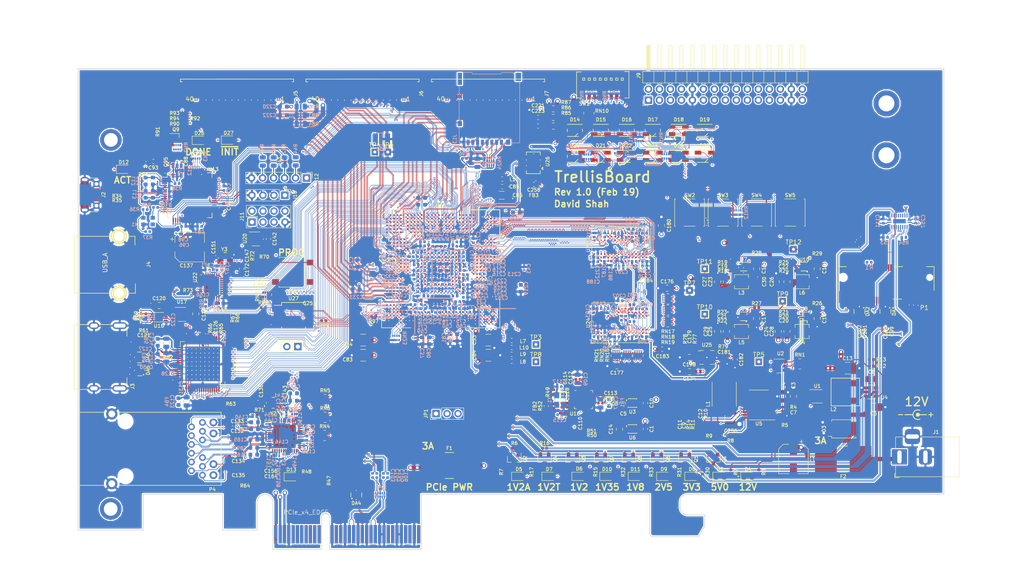
<source format=kicad_pcb>
(kicad_pcb (version 20171130) (host pcbnew 5.0.1)

  (general
    (thickness 1.6)
    (drawings 97)
    (tracks 26615)
    (zones 0)
    (modules 507)
    (nets 750)
  )

  (page A4)
  (layers
    (0 F.Cu signal)
    (1 In1.Cu signal)
    (2 In2.Cu signal)
    (3 In3.Cu signal)
    (4 In4.Cu signal)
    (5 In5.Cu signal)
    (6 In6.Cu signal)
    (31 B.Cu signal)
    (32 B.Adhes user)
    (33 F.Adhes user)
    (34 B.Paste user)
    (35 F.Paste user)
    (36 B.SilkS user)
    (37 F.SilkS user)
    (38 B.Mask user)
    (39 F.Mask user)
    (40 Dwgs.User user)
    (41 Cmts.User user)
    (42 Eco1.User user)
    (43 Eco2.User user)
    (44 Edge.Cuts user)
    (45 Margin user)
    (46 B.CrtYd user)
    (47 F.CrtYd user)
    (48 B.Fab user)
    (49 F.Fab user)
  )

  (setup
    (last_trace_width 0.0889)
    (user_trace_width 0.1)
    (user_trace_width 0.15)
    (user_trace_width 0.2)
    (user_trace_width 0.25)
    (user_trace_width 0.35)
    (user_trace_width 0.5)
    (user_trace_width 0.8)
    (user_trace_width 1)
    (trace_clearance 0.0889)
    (zone_clearance 0.15)
    (zone_45_only no)
    (trace_min 0.0889)
    (segment_width 0.2)
    (edge_width 0.15)
    (via_size 0.4)
    (via_drill 0.2)
    (via_min_size 0.4)
    (via_min_drill 0.2)
    (user_via 0.6 0.3)
    (user_via 0.8 0.5)
    (user_via 1 0.6)
    (user_via 1.5 1)
    (user_via 2 1.5)
    (uvia_size 0.3)
    (uvia_drill 0.1)
    (uvias_allowed no)
    (uvia_min_size 0.2)
    (uvia_min_drill 0.1)
    (pcb_text_width 0.3)
    (pcb_text_size 1.5 1.5)
    (mod_edge_width 0.15)
    (mod_text_size 1 1)
    (mod_text_width 0.15)
    (pad_size 1.524 1.524)
    (pad_drill 0.762)
    (pad_to_mask_clearance 0.051)
    (solder_mask_min_width 0.25)
    (aux_axis_origin 0 0)
    (visible_elements FFFFFFFF)
    (pcbplotparams
      (layerselection 0x010fc_ffffffff)
      (usegerberextensions false)
      (usegerberattributes false)
      (usegerberadvancedattributes false)
      (creategerberjobfile false)
      (excludeedgelayer true)
      (linewidth 0.100000)
      (plotframeref false)
      (viasonmask false)
      (mode 1)
      (useauxorigin false)
      (hpglpennumber 1)
      (hpglpenspeed 20)
      (hpglpendiameter 15.000000)
      (psnegative false)
      (psa4output false)
      (plotreference true)
      (plotvalue true)
      (plotinvisibletext false)
      (padsonsilk false)
      (subtractmaskfromsilk false)
      (outputformat 1)
      (mirror false)
      (drillshape 1)
      (scaleselection 1)
      (outputdirectory ""))
  )

  (net 0 "")
  (net 1 "/PCIe + SATA/DCU1_REFCLK-")
  (net 2 "/PCIe + SATA/DCU1_REFCLK+")
  (net 3 DDR3_A4)
  (net 4 DDR3_A6)
  (net 5 DDR3_A5)
  (net 6 DDR3_A7)
  (net 7 /DDR3/DDR3_VTT)
  (net 8 "Net-(RN2-Pad5)")
  (net 9 "Net-(RN2-Pad6)")
  (net 10 "Net-(R38-Pad2)")
  (net 11 "Net-(RN2-Pad7)")
  (net 12 +3V3)
  (net 13 /Power/1V2_EN)
  (net 14 /Power/2V5_EN)
  (net 15 /Power/1V35_EN)
  (net 16 "Net-(RN1-Pad4)")
  (net 17 +5V)
  (net 18 "Net-(RN1-Pad5)")
  (net 19 USD_D0)
  (net 20 USD_D3)
  (net 21 USD_CMD)
  (net 22 USD_D2)
  (net 23 "Net-(RN23-Pad1)")
  (net 24 GND)
  (net 25 "/FPGA IO/CFG0")
  (net 26 "Net-(RN23-Pad8)")
  (net 27 "/FPGA IO/CFG1")
  (net 28 "/FPGA IO/CFG2")
  (net 29 "/FPGA IO/FLASH_D3")
  (net 30 "/FPGA IO/FLASH_D1")
  (net 31 "/FPGA IO/FLASH_D2")
  (net 32 "/FPGA IO/FLASH_D0")
  (net 33 DDR3_WE)
  (net 34 DDR3_CKE)
  (net 35 DDR3_CS)
  (net 36 DDR3_ODT)
  (net 37 DDR3_CAS)
  (net 38 DDR3_BA2)
  (net 39 DDR3_RAS)
  (net 40 DDR3_BA1)
  (net 41 DDR3_A12)
  (net 42 DDR3_A14)
  (net 43 DDR3_A13)
  (net 44 DDR3_BA0)
  (net 45 DDR3_A11)
  (net 46 DDR3_A9)
  (net 47 DDR3_A10)
  (net 48 DDR3_A8)
  (net 49 DDR3_A0)
  (net 50 DDR3_A2)
  (net 51 DDR3_A1)
  (net 52 DDR3_A3)
  (net 53 "/HDMI, GbE, USB/ETH_LED2")
  (net 54 ETH_~RESET)
  (net 55 "/HDMI, GbE, USB/ETH_LED1")
  (net 56 RGMII_REF_CLK)
  (net 57 "Net-(D18-Pad4)")
  (net 58 "Net-(D20-Pad4)")
  (net 59 "Net-(D19-Pad4)")
  (net 60 "Net-(D21-Pad4)")
  (net 61 "Net-(D25-Pad4)")
  (net 62 "Net-(D23-Pad4)")
  (net 63 "Net-(D24-Pad4)")
  (net 64 "Net-(D22-Pad4)")
  (net 65 FTDI_D1_RX)
  (net 66 FTDI_~WR)
  (net 67 FTDI_~RD)
  (net 68 FTDI_~SIWU)
  (net 69 RGMII_RXD0)
  (net 70 RGMII_RXD2)
  (net 71 RGMII_RXD1)
  (net 72 RGMII_RXD3)
  (net 73 RGMII_RX_DV)
  (net 74 ETH_MDIO)
  (net 75 RGMII_RX_CLK)
  (net 76 ETH_INT_N)
  (net 77 "Net-(D17-Pad1)")
  (net 78 "Net-(D16-Pad1)")
  (net 79 "Net-(D14-Pad1)")
  (net 80 "Net-(D15-Pad1)")
  (net 81 DIP_SW1)
  (net 82 DIP_SW0)
  (net 83 DIP_SW2)
  (net 84 DIP_SW3)
  (net 85 DIP_SW7)
  (net 86 DIP_SW6)
  (net 87 DIP_SW4)
  (net 88 DIP_SW5)
  (net 89 "Net-(D14-Pad4)")
  (net 90 "Net-(D16-Pad4)")
  (net 91 "Net-(D15-Pad4)")
  (net 92 "Net-(D17-Pad4)")
  (net 93 "Net-(D21-Pad1)")
  (net 94 "Net-(D20-Pad1)")
  (net 95 "Net-(D18-Pad1)")
  (net 96 "Net-(D19-Pad1)")
  (net 97 BTN1)
  (net 98 BTN0)
  (net 99 BTN2)
  (net 100 BTN3)
  (net 101 "Net-(D25-Pad1)")
  (net 102 "Net-(D24-Pad1)")
  (net 103 "Net-(D22-Pad1)")
  (net 104 "Net-(D23-Pad1)")
  (net 105 "/FPGA IO/VCCIO7")
  (net 106 "Net-(R44-Pad2)")
  (net 107 JTAG_TDO)
  (net 108 JTAG_TDI)
  (net 109 "Net-(R43-Pad2)")
  (net 110 "Net-(R42-Pad2)")
  (net 111 JTAG_TCK)
  (net 112 JTAG_TMS)
  (net 113 "Net-(R45-Pad2)")
  (net 114 "/PCIe + SATA/CLKAUXO+")
  (net 115 +1V8)
  (net 116 +2V5)
  (net 117 "/PCIe + SATA/CLKAUXO-")
  (net 118 "/FPGA IO/VCCIO6")
  (net 119 CLK_SDA)
  (net 120 "Net-(R36-Pad2)")
  (net 121 FPGA_12MHz)
  (net 122 "/PCIe + SATA/PCIe_REFCLK+")
  (net 123 "/PCIe + SATA/PCIe_REFCLK-")
  (net 124 PCIe_12V)
  (net 125 "Net-(D13-Pad2)")
  (net 126 ~PERST)
  (net 127 "Net-(P3-PadA11)")
  (net 128 "Net-(D12-Pad2)")
  (net 129 "Net-(R40-Pad1)")
  (net 130 "Net-(R39-Pad1)")
  (net 131 "Net-(R38-Pad1)")
  (net 132 "Net-(R12-Pad2)")
  (net 133 "/PCIe + SATA/3V3_C")
  (net 134 "/PCIe + SATA/3V3_CA")
  (net 135 "Net-(R57-Pad1)")
  (net 136 "Net-(R58-Pad2)")
  (net 137 FABRIC_REFCLK)
  (net 138 "/HDMI, GbE, USB/PORT_SCL")
  (net 139 "/HDMI, GbE, USB/PORT_SDA")
  (net 140 "Net-(C121-Pad1)")
  (net 141 "Net-(R62-Pad1)")
  (net 142 /Power/3V3_PG)
  (net 143 "Net-(D27-Pad2)")
  (net 144 "/FPGA IO/~PROGRAM")
  (net 145 "Net-(R80-Pad1)")
  (net 146 "Net-(R81-Pad1)")
  (net 147 "/FPGA IO/FLASH_~CS")
  (net 148 "/FPGA IO/FLASH_CLK")
  (net 149 "/FPGA IO/DONE")
  (net 150 "Net-(Q9-Pad1)")
  (net 151 "Net-(D26-Pad2)")
  (net 152 "Net-(R79-Pad1)")
  (net 153 "/FPGA IO/~INIT")
  (net 154 "Net-(C9-Pad1)")
  (net 155 "Net-(C11-Pad1)")
  (net 156 "Net-(Q2-Pad3)")
  (net 157 "Net-(D5-Pad1)")
  (net 158 /Power/1V2_PG)
  (net 159 USD_D1)
  (net 160 USD_CLK)
  (net 161 "Net-(R97-Pad1)")
  (net 162 "Net-(Q2-Pad1)")
  (net 163 +1V2A)
  (net 164 "Net-(R5-Pad2)")
  (net 165 "Net-(D2-Pad2)")
  (net 166 "Net-(C7-Pad1)")
  (net 167 "Net-(D4-Pad2)")
  (net 168 +12V)
  (net 169 "Net-(R74-Pad1)")
  (net 170 "/Debug Interface/PORT_D-")
  (net 171 "/Debug Interface/FTDI_D-")
  (net 172 "/Debug Interface/FTDI_D+")
  (net 173 "/Debug Interface/PORT_D+")
  (net 174 "Net-(C22-Pad2)")
  (net 175 "Net-(R71-Pad2)")
  (net 176 "/HDMI, GbE, USB/USB_XO")
  (net 177 "/HDMI, GbE, USB/USB_XI")
  (net 178 "Net-(R73-Pad1)")
  (net 179 "/HDMI, GbE, USB/USBA_VBUS")
  (net 180 "/HDMI, GbE, USB/EXTVBUS")
  (net 181 DVI_SCL)
  (net 182 DVI_SDA)
  (net 183 CLK_SCL)
  (net 184 "Net-(R70-Pad1)")
  (net 185 "Net-(C175-Pad2)")
  (net 186 DDR3_CLK+)
  (net 187 "Net-(P4-Pad16)")
  (net 188 "Net-(R66-Pad1)")
  (net 189 "Net-(R65-Pad1)")
  (net 190 "/HDMI, GbE, USB/HDMI_HPD")
  (net 191 DDR3_CLK-)
  (net 192 "Net-(C179-Pad1)")
  (net 193 +1V35)
  (net 194 +1V2)
  (net 195 "Net-(D10-Pad2)")
  (net 196 "Net-(P4-Pad14)")
  (net 197 "Net-(C12-Pad2)")
  (net 198 "Net-(D6-Pad2)")
  (net 199 +1V2T)
  (net 200 "Net-(Q4-Pad1)")
  (net 201 "Net-(Q4-Pad3)")
  (net 202 "Net-(D7-Pad1)")
  (net 203 "Net-(C19-Pad2)")
  (net 204 "Net-(C20-Pad2)")
  (net 205 "Net-(C21-Pad2)")
  (net 206 "/Debug Interface/FTDI_12MHz")
  (net 207 "Net-(D11-Pad2)")
  (net 208 /Power/2V5_PG)
  (net 209 /Power/1V35_PG)
  (net 210 /Power/1V8_PG)
  (net 211 "Net-(D8-Pad2)")
  (net 212 "Net-(D9-Pad2)")
  (net 213 "Net-(C8-Pad2)")
  (net 214 "Net-(C8-Pad1)")
  (net 215 /Power/PWR_EN)
  (net 216 "/HDMI, GbE, USB/HDMI_5V")
  (net 217 "Net-(U17-Pad3)")
  (net 218 "Net-(D9-Pad1)")
  (net 219 "Net-(D11-Pad1)")
  (net 220 "Net-(D26-Pad1)")
  (net 221 "Net-(D2-Pad1)")
  (net 222 "Net-(D6-Pad1)")
  (net 223 "Net-(D10-Pad1)")
  (net 224 "Net-(D8-Pad1)")
  (net 225 "Net-(U1-Pad3)")
  (net 226 DDR3_Vref)
  (net 227 DDR3_Vtt_EN)
  (net 228 "Net-(U5-Pad2)")
  (net 229 "Net-(L1-Pad1)")
  (net 230 "Net-(C11-Pad2)")
  (net 231 "Net-(U13-Pad3)")
  (net 232 "/Debug Interface/Vphy")
  (net 233 "/Debug Interface/Vpll")
  (net 234 "/Debug Interface/JTAG_ACT")
  (net 235 "Net-(U13-Pad22)")
  (net 236 "Net-(U13-Pad23)")
  (net 237 "Net-(U13-Pad24)")
  (net 238 "Net-(U13-Pad26)")
  (net 239 "Net-(U13-Pad27)")
  (net 240 "Net-(U13-Pad28)")
  (net 241 "Net-(U13-Pad29)")
  (net 242 "Net-(U13-Pad30)")
  (net 243 "Net-(U13-Pad32)")
  (net 244 "Net-(U13-Pad33)")
  (net 245 "Net-(U13-Pad34)")
  (net 246 "Net-(U13-Pad36)")
  (net 247 FTDI_D0_TX)
  (net 248 FTDI_D2)
  (net 249 FTDI_D3)
  (net 250 FTDI_D4)
  (net 251 FTDI_D5)
  (net 252 FTDI_D6)
  (net 253 FTDI_D7)
  (net 254 FTDI_~RXF)
  (net 255 "Net-(U13-Pad49)")
  (net 256 "Net-(U13-Pad50)")
  (net 257 FTDI_~TXE)
  (net 258 "Net-(U13-Pad57)")
  (net 259 "Net-(U13-Pad58)")
  (net 260 "Net-(U13-Pad59)")
  (net 261 "Net-(U13-Pad60)")
  (net 262 "/HDMI, GbE, USB/DVI_DVDD")
  (net 263 DVI_DE)
  (net 264 DVI_HSYNC)
  (net 265 DVI_VSYNC)
  (net 266 "Net-(U19-Pad11)")
  (net 267 "/HDMI, GbE, USB/DVI_PVDD")
  (net 268 "/HDMI, GbE, USB/TMDS_CLK-")
  (net 269 "/HDMI, GbE, USB/TMDS_CLK+")
  (net 270 "/HDMI, GbE, USB/DVI_TVDD")
  (net 271 "/HDMI, GbE, USB/TMDS_D0-")
  (net 272 "/HDMI, GbE, USB/TMDS_D0+")
  (net 273 "/HDMI, GbE, USB/TMDS_D1-")
  (net 274 "/HDMI, GbE, USB/TMDS_D1+")
  (net 275 "/HDMI, GbE, USB/TMDS_D2-")
  (net 276 "/HDMI, GbE, USB/TMDS_D2+")
  (net 277 DVI_D23)
  (net 278 DVI_D22)
  (net 279 DVI_D21)
  (net 280 DVI_D20)
  (net 281 DVI_D19)
  (net 282 DVI_D18)
  (net 283 DVI_D17)
  (net 284 DVI_D16)
  (net 285 DVI_D15)
  (net 286 DVI_D14)
  (net 287 DVI_D13)
  (net 288 DVI_D12)
  (net 289 "Net-(U19-Pad49)")
  (net 290 DVI_D11)
  (net 291 DVI_D10)
  (net 292 DVI_D9)
  (net 293 DVI_D8)
  (net 294 DVI_D7)
  (net 295 DVI_D6)
  (net 296 DVI_CLK)
  (net 297 DVI_D5)
  (net 298 DVI_D4)
  (net 299 DVI_D3)
  (net 300 DVI_D2)
  (net 301 DVI_D1)
  (net 302 DVI_D0)
  (net 303 "/HDMI, GbE, USB/AVDDH")
  (net 304 "/HDMI, GbE, USB/MX4-")
  (net 305 "/HDMI, GbE, USB/MX4+")
  (net 306 "/HDMI, GbE, USB/AVDDL")
  (net 307 "/HDMI, GbE, USB/MX3-")
  (net 308 "/HDMI, GbE, USB/MX3+")
  (net 309 "/HDMI, GbE, USB/MX2-")
  (net 310 "/HDMI, GbE, USB/MX2+")
  (net 311 "/HDMI, GbE, USB/MX1-")
  (net 312 "/HDMI, GbE, USB/MX1+")
  (net 313 "Net-(U21-Pad13)")
  (net 314 RGMII_TXD0)
  (net 315 RGMII_TXD1)
  (net 316 RGMII_TXD2)
  (net 317 RGMII_TXD3)
  (net 318 RGMII_TX_CLK)
  (net 319 RGMII_TX_EN)
  (net 320 ETH_MDC)
  (net 321 "Net-(U21-Pad43)")
  (net 322 "/HDMI, GbE, USB/AVDDL_PLL")
  (net 323 "/HDMI, GbE, USB/ETH_XO")
  (net 324 "/HDMI, GbE, USB/ETH_XI")
  (net 325 "Net-(U21-Pad47)")
  (net 326 "Net-(U22-Pad3)")
  (net 327 "Net-(U22-Pad5)")
  (net 328 "/HDMI, GbE, USB/USBA_D+")
  (net 329 "/HDMI, GbE, USB/USBA_D-")
  (net 330 ULPI_RESET)
  (net 331 ULPI_NXT)
  (net 332 ULPI_DIR)
  (net 333 ULPI_STP)
  (net 334 ULPI_CLKO)
  (net 335 "/HDMI, GbE, USB/USB1V8")
  (net 336 ULPI_D7)
  (net 337 ULPI_D6)
  (net 338 ULPI_D5)
  (net 339 ULPI_D4)
  (net 340 ULPI_D3)
  (net 341 ULPI_D2)
  (net 342 ULPI_D1)
  (net 343 ULPI_D0)
  (net 344 "Net-(C117-Pad1)")
  (net 345 "Net-(C115-Pad2)")
  (net 346 CLK_SD_OE)
  (net 347 "/PCIe + SATA/1V8_C")
  (net 348 "Net-(U16-Pad16)")
  (net 349 "/PCIe + SATA/DCU0_REFCLK-")
  (net 350 "/PCIe + SATA/DCU0_REFCLK+")
  (net 351 "Net-(U16-Pad24)")
  (net 352 DDR3_DQ13)
  (net 353 DDR3_DQ15)
  (net 354 DDR3_DQ12)
  (net 355 DDR3_DQS1-)
  (net 356 DDR3_DQ14)
  (net 357 DDR3_DQ11)
  (net 358 DDR3_DQ9)
  (net 359 DDR3_DQS1+)
  (net 360 DDR3_DQ10)
  (net 361 DDR3_DM1)
  (net 362 DDR3_DQ8)
  (net 363 DDR3_DQ0)
  (net 364 DDR3_DM0)
  (net 365 DDR3_DQ2)
  (net 366 DDR3_DQS0+)
  (net 367 DDR3_DQ1)
  (net 368 DDR3_DQ3)
  (net 369 DDR3_DQ6)
  (net 370 DDR3_DQS0-)
  (net 371 DDR3_DQ4)
  (net 372 DDR3_DQ7)
  (net 373 DDR3_DQ5)
  (net 374 "Net-(U23-PadJ1)")
  (net 375 "Net-(U23-PadJ9)")
  (net 376 "Net-(U23-PadL1)")
  (net 377 "Net-(U23-PadL9)")
  (net 378 "Net-(U23-PadM7)")
  (net 379 DDR3_RESET)
  (net 380 "Net-(U24-PadM7)")
  (net 381 "Net-(U24-PadL9)")
  (net 382 "Net-(U24-PadL1)")
  (net 383 "Net-(U24-PadJ9)")
  (net 384 "Net-(U24-PadJ1)")
  (net 385 DDR3_DQ21)
  (net 386 DDR3_DQ23)
  (net 387 DDR3_DQ20)
  (net 388 DDR3_DQS2-)
  (net 389 DDR3_DQ22)
  (net 390 DDR3_DQ19)
  (net 391 DDR3_DQ17)
  (net 392 DDR3_DQS2+)
  (net 393 DDR3_DQ18)
  (net 394 DDR3_DM2)
  (net 395 DDR3_DQ16)
  (net 396 DDR3_DQ24)
  (net 397 DDR3_DM3)
  (net 398 DDR3_DQ26)
  (net 399 DDR3_DQS3+)
  (net 400 DDR3_DQ25)
  (net 401 DDR3_DQ27)
  (net 402 DDR3_DQ30)
  (net 403 DDR3_DQS3-)
  (net 404 DDR3_DQ28)
  (net 405 DDR3_DQ31)
  (net 406 DDR3_DQ29)
  (net 407 "Net-(X1-Pad1)")
  (net 408 "Net-(L4-Pad1)")
  (net 409 "Net-(L5-Pad1)")
  (net 410 "Net-(L3-Pad1)")
  (net 411 "Net-(L6-Pad1)")
  (net 412 "/FPGA Core Power/VCCHTX1")
  (net 413 "/FPGA Core Power/VCCHTX0")
  (net 414 "/FPGA Core Power/VCCA0")
  (net 415 "/FPGA Core Power/VCCAUX")
  (net 416 "/FPGA Core Power/VCCA1")
  (net 417 "/PCIe + SATA/DCU1_RX1-")
  (net 418 "/PCIe + SATA/DCU1_RX1+")
  (net 419 "/PCIe + SATA/DCU1_RX0-")
  (net 420 "/PCIe + SATA/DCU1_RX0+")
  (net 421 "/PCIe + SATA/PCIe_HSI0+")
  (net 422 "/PCIe + SATA/PCIe_HSI0-")
  (net 423 "/PCIe + SATA/PCIe_HSI1+")
  (net 424 "/PCIe + SATA/PCIe_HSI1-")
  (net 425 "/PCIe + SATA/DCU0_RX0+")
  (net 426 "/PCIe + SATA/DCU0_RX0-")
  (net 427 "/PCIe + SATA/DCU0_RX1+")
  (net 428 "/PCIe + SATA/DCU0_RX1-")
  (net 429 "Net-(U6-Pad2)")
  (net 430 "Net-(U6-Pad5)")
  (net 431 "Net-(U3-Pad5)")
  (net 432 "Net-(U3-Pad2)")
  (net 433 "Net-(U10-Pad4)")
  (net 434 "Net-(U9-Pad4)")
  (net 435 "Net-(U8-Pad4)")
  (net 436 "Net-(U7-Pad4)")
  (net 437 "Net-(J5-Pad38)")
  (net 438 "/FPGA IO/EXT0_11-")
  (net 439 "/FPGA IO/EXT0_11+")
  (net 440 "/FPGA IO/EXT0_10-")
  (net 441 "/FPGA IO/EXT0_10+")
  (net 442 "/FPGA IO/EXT0_9-")
  (net 443 "/FPGA IO/EXT0_9+")
  (net 444 "/FPGA IO/EXT0_8-")
  (net 445 "/FPGA IO/EXT0_8+")
  (net 446 "/FPGA IO/EXT0_7-")
  (net 447 "/FPGA IO/EXT0_7+")
  (net 448 "/FPGA IO/EXT0_6-")
  (net 449 "/FPGA IO/EXT0_6+")
  (net 450 "/FPGA IO/EXT0_5-")
  (net 451 "/FPGA IO/EXT0_5+")
  (net 452 "/FPGA IO/EXT0_4-")
  (net 453 "/FPGA IO/EXT0_4+")
  (net 454 "/FPGA IO/EXT0_3-")
  (net 455 "/FPGA IO/EXT0_3+")
  (net 456 "/FPGA IO/EXT0_2-")
  (net 457 "/FPGA IO/EXT0_2+")
  (net 458 "/FPGA IO/EXT0_1-")
  (net 459 "/FPGA IO/EXT0_1+")
  (net 460 "/FPGA IO/EXT0_0-")
  (net 461 "/FPGA IO/EXT0_0+")
  (net 462 "Net-(J6-Pad38)")
  (net 463 "/FPGA IO/EXT1_11-")
  (net 464 "/FPGA IO/EXT1_11+")
  (net 465 "/FPGA IO/EXT1_10-")
  (net 466 "/FPGA IO/EXT1_10+")
  (net 467 "/FPGA IO/EXT1_9-")
  (net 468 "/FPGA IO/EXT1_9+")
  (net 469 "/FPGA IO/EXT1_8-")
  (net 470 "/FPGA IO/EXT1_8+")
  (net 471 "/FPGA IO/EXT1_7-")
  (net 472 "/FPGA IO/EXT1_7+")
  (net 473 "/FPGA IO/EXT1_6-")
  (net 474 "/FPGA IO/EXT1_6+")
  (net 475 "/FPGA IO/EXT1_5-")
  (net 476 "/FPGA IO/EXT1_5+")
  (net 477 "/FPGA IO/EXT1_4-")
  (net 478 "/FPGA IO/EXT1_4+")
  (net 479 "/FPGA IO/EXT1_3-")
  (net 480 "/FPGA IO/EXT1_3+")
  (net 481 "/FPGA IO/EXT1_2-")
  (net 482 "/FPGA IO/EXT1_2+")
  (net 483 "/FPGA IO/EXT1_1-")
  (net 484 "/FPGA IO/EXT1_1+")
  (net 485 "/FPGA IO/EXT1_0-")
  (net 486 "/FPGA IO/EXT1_0+")
  (net 487 "/FPGA IO/EXT2_0+")
  (net 488 "/FPGA IO/EXT2_0-")
  (net 489 "/FPGA IO/EXT2_1+")
  (net 490 "/FPGA IO/EXT2_1-")
  (net 491 "/FPGA IO/EXT2_2+")
  (net 492 "/FPGA IO/EXT2_2-")
  (net 493 "/FPGA IO/EXT2_3+")
  (net 494 "/FPGA IO/EXT2_3-")
  (net 495 "/FPGA IO/EXT2_4+")
  (net 496 "/FPGA IO/EXT2_4-")
  (net 497 "/FPGA IO/EXT2_5+")
  (net 498 "/FPGA IO/EXT2_5-")
  (net 499 "/FPGA IO/EXT2_6+")
  (net 500 "/FPGA IO/EXT2_6-")
  (net 501 "/FPGA IO/EXT2_7+")
  (net 502 "/FPGA IO/EXT2_7-")
  (net 503 "/FPGA IO/EXT2_8+")
  (net 504 "/FPGA IO/EXT2_8-")
  (net 505 "/FPGA IO/EXT2_9+")
  (net 506 "/FPGA IO/EXT2_9-")
  (net 507 "/FPGA IO/EXT2_10+")
  (net 508 "/FPGA IO/EXT2_10-")
  (net 509 "/FPGA IO/EXT2_11+")
  (net 510 "/FPGA IO/EXT2_11-")
  (net 511 "Net-(J7-Pad38)")
  (net 512 "Net-(C132-Pad1)")
  (net 513 "Net-(C135-Pad1)")
  (net 514 "Net-(C133-Pad1)")
  (net 515 "Net-(C134-Pad1)")
  (net 516 "Net-(P3-PadB5)")
  (net 517 "Net-(P3-PadB6)")
  (net 518 "Net-(P3-PadB8)")
  (net 519 "Net-(P3-PadB9)")
  (net 520 "Net-(P3-PadB10)")
  (net 521 PCIe_~WAKE)
  (net 522 "Net-(P3-PadB12)")
  (net 523 "/PCIe + SATA/~PRSNT2~_X1")
  (net 524 "Net-(P3-PadB23)")
  (net 525 "Net-(P3-PadB24)")
  (net 526 "Net-(P3-PadB27)")
  (net 527 "Net-(P3-PadB28)")
  (net 528 "Net-(P3-PadB30)")
  (net 529 "/PCIe + SATA/~PRSNT2~_X4")
  (net 530 "/PCIe + SATA/~PRSNT1")
  (net 531 "Net-(P3-PadA5)")
  (net 532 "Net-(P3-PadA6)")
  (net 533 "Net-(P3-PadA7)")
  (net 534 "Net-(P3-PadA8)")
  (net 535 "Net-(P3-PadA9)")
  (net 536 "Net-(P3-PadA10)")
  (net 537 "Net-(P3-PadA19)")
  (net 538 "Net-(P3-PadA25)")
  (net 539 "Net-(P3-PadA26)")
  (net 540 "Net-(P3-PadA29)")
  (net 541 "Net-(P3-PadA30)")
  (net 542 "Net-(P3-PadA32)")
  (net 543 "Net-(U26-Pad1)")
  (net 544 "Net-(U26-Pad2)")
  (net 545 "/FPGA IO/CLK100+")
  (net 546 "/FPGA IO/CLK100-")
  (net 547 "Net-(J3-Pad14)")
  (net 548 "Net-(J3-Pad13)")
  (net 549 LED2)
  (net 550 LED11)
  (net 551 LED10)
  (net 552 LED0)
  (net 553 LED1)
  (net 554 LED3)
  (net 555 LED4)
  (net 556 LED5)
  (net 557 LED6)
  (net 558 LED7)
  (net 559 LED8)
  (net 560 LED9)
  (net 561 "Net-(F2-Pad2)")
  (net 562 "Net-(U15-PadR1)")
  (net 563 "Net-(U15-PadA2)")
  (net 564 "Net-(U15-PadT2)")
  (net 565 "Net-(U15-PadAB2)")
  (net 566 "Net-(U15-PadAC2)")
  (net 567 "Net-(U15-PadAE2)")
  (net 568 "Net-(U15-PadAG2)")
  (net 569 "Net-(U15-PadA3)")
  (net 570 "Net-(U15-PadV3)")
  (net 571 "Net-(U15-PadW3)")
  (net 572 "Net-(U15-PadY3)")
  (net 573 "Net-(U15-PadAC3)")
  (net 574 "Net-(U15-PadAG3)")
  (net 575 "Net-(U15-PadAL3)")
  (net 576 "Net-(U15-PadB4)")
  (net 577 "Net-(U15-PadH4)")
  (net 578 "Net-(U15-PadAC4)")
  (net 579 "Net-(U15-PadA5)")
  (net 580 "Net-(U15-PadL5)")
  (net 581 "Net-(U15-PadW6)")
  (net 582 "Net-(U15-PadD7)")
  (net 583 "Net-(U15-PadE7)")
  (net 584 "Net-(U15-PadAE7)")
  (net 585 "Net-(U15-PadG9)")
  (net 586 "/PCIe + SATA/DCU0_TX0+")
  (net 587 "Net-(U15-PadG10)")
  (net 588 "/PCIe + SATA/DCU0_TX0-")
  (net 589 "Net-(U15-PadG11)")
  (net 590 "/PCIe + SATA/DCU0_TX1+")
  (net 591 "/PCIe + SATA/DCU0_TX1-")
  (net 592 "/FPGA IO/PMOD1_10")
  (net 593 "/FPGA IO/PMOD1_9")
  (net 594 "Net-(U15-PadG14)")
  (net 595 "Net-(U15-PadG15)")
  (net 596 "Net-(U15-PadAK15)")
  (net 597 "Net-(U15-PadG16)")
  (net 598 "Net-(U15-PadAK16)")
  (net 599 "Net-(U15-PadG17)")
  (net 600 "Net-(U15-PadG18)")
  (net 601 "/PCIe + SATA/DCU1_TX0+")
  (net 602 "Net-(U15-PadG19)")
  (net 603 "/PCIe + SATA/DCU1_TX0-")
  (net 604 "/FPGA IO/PMOD1_8")
  (net 605 "/FPGA IO/PMOD1_7")
  (net 606 "/PCIe + SATA/DCU1_TX1+")
  (net 607 "/PCIe + SATA/DCU1_TX1-")
  (net 608 "/FPGA IO/EXIO_5")
  (net 609 "/FPGA IO/EXIO_4")
  (net 610 "/FPGA IO/EXIO_3")
  (net 611 "Net-(U15-PadG22)")
  (net 612 "/FPGA IO/PMOD1_3")
  (net 613 "/FPGA IO/PMOD1_2")
  (net 614 "/FPGA IO/PMOD1_0")
  (net 615 "/FPGA IO/PMOD1_1")
  (net 616 "/FPGA IO/EXIO_2")
  (net 617 "Net-(U15-PadG23)")
  (net 618 "/FPGA IO/EXIO_1")
  (net 619 "/FPGA IO/PMOD0_10")
  (net 620 "/FPGA IO/EXIO_0")
  (net 621 "/FPGA IO/PMOD0_9")
  (net 622 "Net-(U15-PadG24)")
  (net 623 "Net-(U15-PadAG24)")
  (net 624 "Net-(U15-PadAK24)")
  (net 625 "/FPGA IO/PMOD0_8")
  (net 626 "/FPGA IO/PMOD0_3")
  (net 627 "/FPGA IO/PMOD0_7")
  (net 628 "/FPGA IO/PMOD0_2")
  (net 629 "/FPGA IO/PMOD0_1")
  (net 630 "Net-(U15-PadAK25)")
  (net 631 "/FPGA IO/PMOD0_0")
  (net 632 "Net-(U15-PadB26)")
  (net 633 "Net-(U15-PadE26)")
  (net 634 "Net-(U15-PadAE26)")
  (net 635 "Net-(U15-PadH27)")
  (net 636 "Net-(U15-PadJ27)")
  (net 637 "Net-(U15-PadW27)")
  (net 638 "Net-(U15-PadC28)")
  (net 639 "Net-(U15-PadD28)")
  (net 640 "Net-(U15-PadH28)")
  (net 641 "Net-(U15-PadL28)")
  (net 642 "Net-(U15-PadP28)")
  (net 643 "Net-(U15-PadAC28)")
  (net 644 "Net-(U15-PadAE28)")
  (net 645 "Net-(U15-PadC29)")
  (net 646 "Net-(U15-PadH29)")
  (net 647 "Net-(U15-PadP29)")
  (net 648 "Net-(U15-PadAB29)")
  (net 649 "Net-(U15-PadAC29)")
  (net 650 "Net-(U15-PadAE29)")
  (net 651 "Net-(U15-PadAJ29)")
  (net 652 "Net-(U15-PadC30)")
  (net 653 "Net-(U15-PadP30)")
  (net 654 "Net-(U15-PadR30)")
  (net 655 "Net-(U15-PadV30)")
  (net 656 "Net-(U15-PadAB30)")
  (net 657 "Net-(U15-PadAE30)")
  (net 658 "Net-(U15-PadAJ30)")
  (net 659 "Net-(U15-PadA31)")
  (net 660 "Net-(U15-PadAG31)")
  (net 661 "Net-(U15-PadAK31)")
  (net 662 "Net-(U15-PadAG32)")
  (net 663 "Net-(J2-Pad1)")
  (net 664 "Net-(J2-Pad4)")
  (net 665 "Net-(U15-PadT30)")
  (net 666 "Net-(U15-PadAE27)")
  (net 667 "Net-(U15-PadAD27)")
  (net 668 "Net-(U15-PadF30)")
  (net 669 "Net-(U15-PadN27)")
  (net 670 "Net-(U15-PadU27)")
  (net 671 "Net-(U15-PadU29)")
  (net 672 "Net-(U15-PadW30)")
  (net 673 "Net-(U15-PadY30)")
  (net 674 "Net-(U15-PadY29)")
  (net 675 "Net-(U15-PadW1)")
  (net 676 "Net-(U15-PadV1)")
  (net 677 "Net-(U15-PadY7)")
  (net 678 "Net-(U15-PadY6)")
  (net 679 "Net-(U15-PadAC5)")
  (net 680 "Net-(U15-PadAD4)")
  (net 681 "Net-(U15-PadY4)")
  (net 682 "Net-(U15-PadW4)")
  (net 683 "Net-(U15-PadK4)")
  (net 684 "Net-(U15-PadJ4)")
  (net 685 "Net-(U15-PadL3)")
  (net 686 "Net-(U15-PadL2)")
  (net 687 "Net-(U15-PadK2)")
  (net 688 "Net-(U15-PadL1)")
  (net 689 "Net-(U15-PadK1)")
  (net 690 "Net-(U15-PadJ1)")
  (net 691 "Net-(U15-PadD1)")
  (net 692 "Net-(U15-PadC1)")
  (net 693 "Net-(U15-PadF2)")
  (net 694 "Net-(U15-PadE1)")
  (net 695 "Net-(U15-PadE4)")
  (net 696 "Net-(U15-PadD4)")
  (net 697 "Net-(P1-Pad52)")
  (net 698 M2_CLKSEL)
  (net 699 "Net-(R54-Pad1)")
  (net 700 "/PCIe + SATA/M2_REFCLK+")
  (net 701 "/PCIe + SATA/M2_REFCLK-")
  (net 702 "Net-(U11-Pad17)")
  (net 703 "Net-(U11-Pad16)")
  (net 704 "/PCIe + SATA/CLKREFO+")
  (net 705 "/PCIe + SATA/CLKREFO-")
  (net 706 "/PCIe + SATA/M2_RX0+")
  (net 707 "/PCIe + SATA/M2_RX0-")
  (net 708 "/PCIe + SATA/M2_RX1+")
  (net 709 "/PCIe + SATA/M2_RX1-")
  (net 710 M2_CTS)
  (net 711 M2_RTS)
  (net 712 M2_SDIO_D0)
  (net 713 M2_TXD)
  (net 714 M2_SDIO_D3)
  (net 715 M2_SDIO_D2)
  (net 716 M2_SDIO_D1)
  (net 717 M2_SDIO_CLK)
  (net 718 M2_SDIO_CMD)
  (net 719 "Net-(P1-Pad3)")
  (net 720 "Net-(P1-Pad5)")
  (net 721 "Net-(P1-Pad6)")
  (net 722 "Net-(P1-Pad8)")
  (net 723 "Net-(P1-Pad10)")
  (net 724 "Net-(P1-Pad12)")
  (net 725 "Net-(P1-Pad14)")
  (net 726 "Net-(P1-Pad16)")
  (net 727 "Net-(P1-Pad20)")
  (net 728 "Net-(P1-Pad21)")
  (net 729 "Net-(P1-Pad23)")
  (net 730 "Net-(P1-Pad38)")
  (net 731 "Net-(P1-Pad40)")
  (net 732 "Net-(P1-Pad42)")
  (net 733 "Net-(P1-Pad44)")
  (net 734 "Net-(P1-Pad46)")
  (net 735 "Net-(P1-Pad48)")
  (net 736 "Net-(P1-Pad50)")
  (net 737 "Net-(P1-Pad53)")
  (net 738 "Net-(P1-Pad54)")
  (net 739 "Net-(P1-Pad55)")
  (net 740 "Net-(P1-Pad56)")
  (net 741 "Net-(P1-Pad58)")
  (net 742 "Net-(P1-Pad60)")
  (net 743 "Net-(P1-Pad62)")
  (net 744 "Net-(P1-Pad64)")
  (net 745 "Net-(P1-Pad66)")
  (net 746 "Net-(P1-Pad68)")
  (net 747 "Net-(P1-Pad70)")
  (net 748 "Net-(C258-Pad1)")
  (net 749 M2_RXD)

  (net_class Default "This is the default net class."
    (clearance 0.0889)
    (trace_width 0.0889)
    (via_dia 0.4)
    (via_drill 0.2)
    (uvia_dia 0.3)
    (uvia_drill 0.1)
    (diff_pair_gap 0.11)
    (diff_pair_width 0.11)
    (add_net +12V)
    (add_net +1V2)
    (add_net +1V2A)
    (add_net +1V2T)
    (add_net +1V35)
    (add_net +1V8)
    (add_net +2V5)
    (add_net +3V3)
    (add_net +5V)
    (add_net /DDR3/DDR3_VTT)
    (add_net "/Debug Interface/FTDI_12MHz")
    (add_net "/Debug Interface/FTDI_D+")
    (add_net "/Debug Interface/FTDI_D-")
    (add_net "/Debug Interface/JTAG_ACT")
    (add_net "/Debug Interface/PORT_D+")
    (add_net "/Debug Interface/PORT_D-")
    (add_net "/Debug Interface/Vphy")
    (add_net "/Debug Interface/Vpll")
    (add_net "/FPGA Core Power/VCCA0")
    (add_net "/FPGA Core Power/VCCA1")
    (add_net "/FPGA Core Power/VCCAUX")
    (add_net "/FPGA Core Power/VCCHTX0")
    (add_net "/FPGA Core Power/VCCHTX1")
    (add_net "/FPGA IO/CFG0")
    (add_net "/FPGA IO/CFG1")
    (add_net "/FPGA IO/CFG2")
    (add_net "/FPGA IO/CLK100+")
    (add_net "/FPGA IO/CLK100-")
    (add_net "/FPGA IO/DONE")
    (add_net "/FPGA IO/EXIO_0")
    (add_net "/FPGA IO/EXIO_1")
    (add_net "/FPGA IO/EXIO_2")
    (add_net "/FPGA IO/EXIO_3")
    (add_net "/FPGA IO/EXIO_4")
    (add_net "/FPGA IO/EXIO_5")
    (add_net "/FPGA IO/EXT0_0+")
    (add_net "/FPGA IO/EXT0_0-")
    (add_net "/FPGA IO/EXT0_1+")
    (add_net "/FPGA IO/EXT0_1-")
    (add_net "/FPGA IO/EXT0_10+")
    (add_net "/FPGA IO/EXT0_10-")
    (add_net "/FPGA IO/EXT0_11+")
    (add_net "/FPGA IO/EXT0_11-")
    (add_net "/FPGA IO/EXT0_2+")
    (add_net "/FPGA IO/EXT0_2-")
    (add_net "/FPGA IO/EXT0_3+")
    (add_net "/FPGA IO/EXT0_3-")
    (add_net "/FPGA IO/EXT0_4+")
    (add_net "/FPGA IO/EXT0_4-")
    (add_net "/FPGA IO/EXT0_5+")
    (add_net "/FPGA IO/EXT0_5-")
    (add_net "/FPGA IO/EXT0_6+")
    (add_net "/FPGA IO/EXT0_6-")
    (add_net "/FPGA IO/EXT0_7+")
    (add_net "/FPGA IO/EXT0_7-")
    (add_net "/FPGA IO/EXT0_8+")
    (add_net "/FPGA IO/EXT0_8-")
    (add_net "/FPGA IO/EXT0_9+")
    (add_net "/FPGA IO/EXT0_9-")
    (add_net "/FPGA IO/EXT1_0+")
    (add_net "/FPGA IO/EXT1_0-")
    (add_net "/FPGA IO/EXT1_1+")
    (add_net "/FPGA IO/EXT1_1-")
    (add_net "/FPGA IO/EXT1_10+")
    (add_net "/FPGA IO/EXT1_10-")
    (add_net "/FPGA IO/EXT1_11+")
    (add_net "/FPGA IO/EXT1_11-")
    (add_net "/FPGA IO/EXT1_2+")
    (add_net "/FPGA IO/EXT1_2-")
    (add_net "/FPGA IO/EXT1_3+")
    (add_net "/FPGA IO/EXT1_3-")
    (add_net "/FPGA IO/EXT1_4+")
    (add_net "/FPGA IO/EXT1_4-")
    (add_net "/FPGA IO/EXT1_5+")
    (add_net "/FPGA IO/EXT1_5-")
    (add_net "/FPGA IO/EXT1_6+")
    (add_net "/FPGA IO/EXT1_6-")
    (add_net "/FPGA IO/EXT1_7+")
    (add_net "/FPGA IO/EXT1_7-")
    (add_net "/FPGA IO/EXT1_8+")
    (add_net "/FPGA IO/EXT1_8-")
    (add_net "/FPGA IO/EXT1_9+")
    (add_net "/FPGA IO/EXT1_9-")
    (add_net "/FPGA IO/EXT2_0+")
    (add_net "/FPGA IO/EXT2_0-")
    (add_net "/FPGA IO/EXT2_1+")
    (add_net "/FPGA IO/EXT2_1-")
    (add_net "/FPGA IO/EXT2_10+")
    (add_net "/FPGA IO/EXT2_10-")
    (add_net "/FPGA IO/EXT2_11+")
    (add_net "/FPGA IO/EXT2_11-")
    (add_net "/FPGA IO/EXT2_2+")
    (add_net "/FPGA IO/EXT2_2-")
    (add_net "/FPGA IO/EXT2_3+")
    (add_net "/FPGA IO/EXT2_3-")
    (add_net "/FPGA IO/EXT2_4+")
    (add_net "/FPGA IO/EXT2_4-")
    (add_net "/FPGA IO/EXT2_5+")
    (add_net "/FPGA IO/EXT2_5-")
    (add_net "/FPGA IO/EXT2_6+")
    (add_net "/FPGA IO/EXT2_6-")
    (add_net "/FPGA IO/EXT2_7+")
    (add_net "/FPGA IO/EXT2_7-")
    (add_net "/FPGA IO/EXT2_8+")
    (add_net "/FPGA IO/EXT2_8-")
    (add_net "/FPGA IO/EXT2_9+")
    (add_net "/FPGA IO/EXT2_9-")
    (add_net "/FPGA IO/FLASH_CLK")
    (add_net "/FPGA IO/FLASH_D0")
    (add_net "/FPGA IO/FLASH_D1")
    (add_net "/FPGA IO/FLASH_D2")
    (add_net "/FPGA IO/FLASH_D3")
    (add_net "/FPGA IO/FLASH_~CS")
    (add_net "/FPGA IO/PMOD0_0")
    (add_net "/FPGA IO/PMOD0_1")
    (add_net "/FPGA IO/PMOD0_10")
    (add_net "/FPGA IO/PMOD0_2")
    (add_net "/FPGA IO/PMOD0_3")
    (add_net "/FPGA IO/PMOD0_7")
    (add_net "/FPGA IO/PMOD0_8")
    (add_net "/FPGA IO/PMOD0_9")
    (add_net "/FPGA IO/PMOD1_0")
    (add_net "/FPGA IO/PMOD1_1")
    (add_net "/FPGA IO/PMOD1_10")
    (add_net "/FPGA IO/PMOD1_2")
    (add_net "/FPGA IO/PMOD1_3")
    (add_net "/FPGA IO/PMOD1_7")
    (add_net "/FPGA IO/PMOD1_8")
    (add_net "/FPGA IO/PMOD1_9")
    (add_net "/FPGA IO/VCCIO6")
    (add_net "/FPGA IO/VCCIO7")
    (add_net "/FPGA IO/~INIT")
    (add_net "/FPGA IO/~PROGRAM")
    (add_net "/HDMI, GbE, USB/AVDDH")
    (add_net "/HDMI, GbE, USB/AVDDL")
    (add_net "/HDMI, GbE, USB/AVDDL_PLL")
    (add_net "/HDMI, GbE, USB/DVI_DVDD")
    (add_net "/HDMI, GbE, USB/DVI_PVDD")
    (add_net "/HDMI, GbE, USB/DVI_TVDD")
    (add_net "/HDMI, GbE, USB/ETH_LED1")
    (add_net "/HDMI, GbE, USB/ETH_LED2")
    (add_net "/HDMI, GbE, USB/ETH_XI")
    (add_net "/HDMI, GbE, USB/ETH_XO")
    (add_net "/HDMI, GbE, USB/EXTVBUS")
    (add_net "/HDMI, GbE, USB/HDMI_5V")
    (add_net "/HDMI, GbE, USB/HDMI_HPD")
    (add_net "/HDMI, GbE, USB/MX1+")
    (add_net "/HDMI, GbE, USB/MX1-")
    (add_net "/HDMI, GbE, USB/MX2+")
    (add_net "/HDMI, GbE, USB/MX2-")
    (add_net "/HDMI, GbE, USB/MX3+")
    (add_net "/HDMI, GbE, USB/MX3-")
    (add_net "/HDMI, GbE, USB/MX4+")
    (add_net "/HDMI, GbE, USB/MX4-")
    (add_net "/HDMI, GbE, USB/PORT_SCL")
    (add_net "/HDMI, GbE, USB/PORT_SDA")
    (add_net "/HDMI, GbE, USB/TMDS_CLK+")
    (add_net "/HDMI, GbE, USB/TMDS_CLK-")
    (add_net "/HDMI, GbE, USB/TMDS_D0+")
    (add_net "/HDMI, GbE, USB/TMDS_D0-")
    (add_net "/HDMI, GbE, USB/TMDS_D1+")
    (add_net "/HDMI, GbE, USB/TMDS_D1-")
    (add_net "/HDMI, GbE, USB/TMDS_D2+")
    (add_net "/HDMI, GbE, USB/TMDS_D2-")
    (add_net "/HDMI, GbE, USB/USB1V8")
    (add_net "/HDMI, GbE, USB/USBA_D+")
    (add_net "/HDMI, GbE, USB/USBA_D-")
    (add_net "/HDMI, GbE, USB/USBA_VBUS")
    (add_net "/HDMI, GbE, USB/USB_XI")
    (add_net "/HDMI, GbE, USB/USB_XO")
    (add_net "/PCIe + SATA/1V8_C")
    (add_net "/PCIe + SATA/3V3_C")
    (add_net "/PCIe + SATA/3V3_CA")
    (add_net "/PCIe + SATA/CLKAUXO+")
    (add_net "/PCIe + SATA/CLKAUXO-")
    (add_net "/PCIe + SATA/CLKREFO+")
    (add_net "/PCIe + SATA/CLKREFO-")
    (add_net "/PCIe + SATA/DCU0_REFCLK+")
    (add_net "/PCIe + SATA/DCU0_REFCLK-")
    (add_net "/PCIe + SATA/DCU0_RX0+")
    (add_net "/PCIe + SATA/DCU0_RX0-")
    (add_net "/PCIe + SATA/DCU0_RX1+")
    (add_net "/PCIe + SATA/DCU0_RX1-")
    (add_net "/PCIe + SATA/DCU0_TX0+")
    (add_net "/PCIe + SATA/DCU0_TX0-")
    (add_net "/PCIe + SATA/DCU0_TX1+")
    (add_net "/PCIe + SATA/DCU0_TX1-")
    (add_net "/PCIe + SATA/DCU1_REFCLK+")
    (add_net "/PCIe + SATA/DCU1_REFCLK-")
    (add_net "/PCIe + SATA/DCU1_RX0+")
    (add_net "/PCIe + SATA/DCU1_RX0-")
    (add_net "/PCIe + SATA/DCU1_RX1+")
    (add_net "/PCIe + SATA/DCU1_RX1-")
    (add_net "/PCIe + SATA/DCU1_TX0+")
    (add_net "/PCIe + SATA/DCU1_TX0-")
    (add_net "/PCIe + SATA/DCU1_TX1+")
    (add_net "/PCIe + SATA/DCU1_TX1-")
    (add_net "/PCIe + SATA/M2_REFCLK+")
    (add_net "/PCIe + SATA/M2_REFCLK-")
    (add_net "/PCIe + SATA/M2_RX0+")
    (add_net "/PCIe + SATA/M2_RX0-")
    (add_net "/PCIe + SATA/M2_RX1+")
    (add_net "/PCIe + SATA/M2_RX1-")
    (add_net "/PCIe + SATA/PCIe_HSI0+")
    (add_net "/PCIe + SATA/PCIe_HSI0-")
    (add_net "/PCIe + SATA/PCIe_HSI1+")
    (add_net "/PCIe + SATA/PCIe_HSI1-")
    (add_net "/PCIe + SATA/PCIe_REFCLK+")
    (add_net "/PCIe + SATA/PCIe_REFCLK-")
    (add_net "/PCIe + SATA/~PRSNT1")
    (add_net "/PCIe + SATA/~PRSNT2~_X1")
    (add_net "/PCIe + SATA/~PRSNT2~_X4")
    (add_net /Power/1V2_EN)
    (add_net /Power/1V2_PG)
    (add_net /Power/1V35_EN)
    (add_net /Power/1V35_PG)
    (add_net /Power/1V8_PG)
    (add_net /Power/2V5_EN)
    (add_net /Power/2V5_PG)
    (add_net /Power/3V3_PG)
    (add_net /Power/PWR_EN)
    (add_net BTN0)
    (add_net BTN1)
    (add_net BTN2)
    (add_net BTN3)
    (add_net CLK_SCL)
    (add_net CLK_SDA)
    (add_net CLK_SD_OE)
    (add_net DDR3_A0)
    (add_net DDR3_A1)
    (add_net DDR3_A10)
    (add_net DDR3_A11)
    (add_net DDR3_A12)
    (add_net DDR3_A13)
    (add_net DDR3_A14)
    (add_net DDR3_A2)
    (add_net DDR3_A3)
    (add_net DDR3_A4)
    (add_net DDR3_A5)
    (add_net DDR3_A6)
    (add_net DDR3_A7)
    (add_net DDR3_A8)
    (add_net DDR3_A9)
    (add_net DDR3_BA0)
    (add_net DDR3_BA1)
    (add_net DDR3_BA2)
    (add_net DDR3_CAS)
    (add_net DDR3_CKE)
    (add_net DDR3_CLK+)
    (add_net DDR3_CLK-)
    (add_net DDR3_CS)
    (add_net DDR3_DM0)
    (add_net DDR3_DM1)
    (add_net DDR3_DM2)
    (add_net DDR3_DM3)
    (add_net DDR3_DQ0)
    (add_net DDR3_DQ1)
    (add_net DDR3_DQ10)
    (add_net DDR3_DQ11)
    (add_net DDR3_DQ12)
    (add_net DDR3_DQ13)
    (add_net DDR3_DQ14)
    (add_net DDR3_DQ15)
    (add_net DDR3_DQ16)
    (add_net DDR3_DQ17)
    (add_net DDR3_DQ18)
    (add_net DDR3_DQ19)
    (add_net DDR3_DQ2)
    (add_net DDR3_DQ20)
    (add_net DDR3_DQ21)
    (add_net DDR3_DQ22)
    (add_net DDR3_DQ23)
    (add_net DDR3_DQ24)
    (add_net DDR3_DQ25)
    (add_net DDR3_DQ26)
    (add_net DDR3_DQ27)
    (add_net DDR3_DQ28)
    (add_net DDR3_DQ29)
    (add_net DDR3_DQ3)
    (add_net DDR3_DQ30)
    (add_net DDR3_DQ31)
    (add_net DDR3_DQ4)
    (add_net DDR3_DQ5)
    (add_net DDR3_DQ6)
    (add_net DDR3_DQ7)
    (add_net DDR3_DQ8)
    (add_net DDR3_DQ9)
    (add_net DDR3_DQS0+)
    (add_net DDR3_DQS0-)
    (add_net DDR3_DQS1+)
    (add_net DDR3_DQS1-)
    (add_net DDR3_DQS2+)
    (add_net DDR3_DQS2-)
    (add_net DDR3_DQS3+)
    (add_net DDR3_DQS3-)
    (add_net DDR3_ODT)
    (add_net DDR3_RAS)
    (add_net DDR3_RESET)
    (add_net DDR3_Vref)
    (add_net DDR3_Vtt_EN)
    (add_net DDR3_WE)
    (add_net DIP_SW0)
    (add_net DIP_SW1)
    (add_net DIP_SW2)
    (add_net DIP_SW3)
    (add_net DIP_SW4)
    (add_net DIP_SW5)
    (add_net DIP_SW6)
    (add_net DIP_SW7)
    (add_net DVI_CLK)
    (add_net DVI_D0)
    (add_net DVI_D1)
    (add_net DVI_D10)
    (add_net DVI_D11)
    (add_net DVI_D12)
    (add_net DVI_D13)
    (add_net DVI_D14)
    (add_net DVI_D15)
    (add_net DVI_D16)
    (add_net DVI_D17)
    (add_net DVI_D18)
    (add_net DVI_D19)
    (add_net DVI_D2)
    (add_net DVI_D20)
    (add_net DVI_D21)
    (add_net DVI_D22)
    (add_net DVI_D23)
    (add_net DVI_D3)
    (add_net DVI_D4)
    (add_net DVI_D5)
    (add_net DVI_D6)
    (add_net DVI_D7)
    (add_net DVI_D8)
    (add_net DVI_D9)
    (add_net DVI_DE)
    (add_net DVI_HSYNC)
    (add_net DVI_SCL)
    (add_net DVI_SDA)
    (add_net DVI_VSYNC)
    (add_net ETH_INT_N)
    (add_net ETH_MDC)
    (add_net ETH_MDIO)
    (add_net ETH_~RESET)
    (add_net FABRIC_REFCLK)
    (add_net FPGA_12MHz)
    (add_net FTDI_D0_TX)
    (add_net FTDI_D1_RX)
    (add_net FTDI_D2)
    (add_net FTDI_D3)
    (add_net FTDI_D4)
    (add_net FTDI_D5)
    (add_net FTDI_D6)
    (add_net FTDI_D7)
    (add_net FTDI_~RD)
    (add_net FTDI_~RXF)
    (add_net FTDI_~SIWU)
    (add_net FTDI_~TXE)
    (add_net FTDI_~WR)
    (add_net GND)
    (add_net JTAG_TCK)
    (add_net JTAG_TDI)
    (add_net JTAG_TDO)
    (add_net JTAG_TMS)
    (add_net LED0)
    (add_net LED1)
    (add_net LED10)
    (add_net LED11)
    (add_net LED2)
    (add_net LED3)
    (add_net LED4)
    (add_net LED5)
    (add_net LED6)
    (add_net LED7)
    (add_net LED8)
    (add_net LED9)
    (add_net M2_CLKSEL)
    (add_net M2_CTS)
    (add_net M2_RTS)
    (add_net M2_RXD)
    (add_net M2_SDIO_CLK)
    (add_net M2_SDIO_CMD)
    (add_net M2_SDIO_D0)
    (add_net M2_SDIO_D1)
    (add_net M2_SDIO_D2)
    (add_net M2_SDIO_D3)
    (add_net M2_TXD)
    (add_net "Net-(C11-Pad1)")
    (add_net "Net-(C11-Pad2)")
    (add_net "Net-(C115-Pad2)")
    (add_net "Net-(C117-Pad1)")
    (add_net "Net-(C12-Pad2)")
    (add_net "Net-(C121-Pad1)")
    (add_net "Net-(C132-Pad1)")
    (add_net "Net-(C133-Pad1)")
    (add_net "Net-(C134-Pad1)")
    (add_net "Net-(C135-Pad1)")
    (add_net "Net-(C175-Pad2)")
    (add_net "Net-(C179-Pad1)")
    (add_net "Net-(C19-Pad2)")
    (add_net "Net-(C20-Pad2)")
    (add_net "Net-(C21-Pad2)")
    (add_net "Net-(C22-Pad2)")
    (add_net "Net-(C258-Pad1)")
    (add_net "Net-(C7-Pad1)")
    (add_net "Net-(C8-Pad1)")
    (add_net "Net-(C8-Pad2)")
    (add_net "Net-(C9-Pad1)")
    (add_net "Net-(D10-Pad1)")
    (add_net "Net-(D10-Pad2)")
    (add_net "Net-(D11-Pad1)")
    (add_net "Net-(D11-Pad2)")
    (add_net "Net-(D12-Pad2)")
    (add_net "Net-(D13-Pad2)")
    (add_net "Net-(D14-Pad1)")
    (add_net "Net-(D14-Pad4)")
    (add_net "Net-(D15-Pad1)")
    (add_net "Net-(D15-Pad4)")
    (add_net "Net-(D16-Pad1)")
    (add_net "Net-(D16-Pad4)")
    (add_net "Net-(D17-Pad1)")
    (add_net "Net-(D17-Pad4)")
    (add_net "Net-(D18-Pad1)")
    (add_net "Net-(D18-Pad4)")
    (add_net "Net-(D19-Pad1)")
    (add_net "Net-(D19-Pad4)")
    (add_net "Net-(D2-Pad1)")
    (add_net "Net-(D2-Pad2)")
    (add_net "Net-(D20-Pad1)")
    (add_net "Net-(D20-Pad4)")
    (add_net "Net-(D21-Pad1)")
    (add_net "Net-(D21-Pad4)")
    (add_net "Net-(D22-Pad1)")
    (add_net "Net-(D22-Pad4)")
    (add_net "Net-(D23-Pad1)")
    (add_net "Net-(D23-Pad4)")
    (add_net "Net-(D24-Pad1)")
    (add_net "Net-(D24-Pad4)")
    (add_net "Net-(D25-Pad1)")
    (add_net "Net-(D25-Pad4)")
    (add_net "Net-(D26-Pad1)")
    (add_net "Net-(D26-Pad2)")
    (add_net "Net-(D27-Pad2)")
    (add_net "Net-(D4-Pad2)")
    (add_net "Net-(D5-Pad1)")
    (add_net "Net-(D6-Pad1)")
    (add_net "Net-(D6-Pad2)")
    (add_net "Net-(D7-Pad1)")
    (add_net "Net-(D8-Pad1)")
    (add_net "Net-(D8-Pad2)")
    (add_net "Net-(D9-Pad1)")
    (add_net "Net-(D9-Pad2)")
    (add_net "Net-(F2-Pad2)")
    (add_net "Net-(J2-Pad1)")
    (add_net "Net-(J2-Pad4)")
    (add_net "Net-(J3-Pad13)")
    (add_net "Net-(J3-Pad14)")
    (add_net "Net-(J5-Pad38)")
    (add_net "Net-(J6-Pad38)")
    (add_net "Net-(J7-Pad38)")
    (add_net "Net-(L1-Pad1)")
    (add_net "Net-(L3-Pad1)")
    (add_net "Net-(L4-Pad1)")
    (add_net "Net-(L5-Pad1)")
    (add_net "Net-(L6-Pad1)")
    (add_net "Net-(P1-Pad10)")
    (add_net "Net-(P1-Pad12)")
    (add_net "Net-(P1-Pad14)")
    (add_net "Net-(P1-Pad16)")
    (add_net "Net-(P1-Pad20)")
    (add_net "Net-(P1-Pad21)")
    (add_net "Net-(P1-Pad23)")
    (add_net "Net-(P1-Pad3)")
    (add_net "Net-(P1-Pad38)")
    (add_net "Net-(P1-Pad40)")
    (add_net "Net-(P1-Pad42)")
    (add_net "Net-(P1-Pad44)")
    (add_net "Net-(P1-Pad46)")
    (add_net "Net-(P1-Pad48)")
    (add_net "Net-(P1-Pad5)")
    (add_net "Net-(P1-Pad50)")
    (add_net "Net-(P1-Pad52)")
    (add_net "Net-(P1-Pad53)")
    (add_net "Net-(P1-Pad54)")
    (add_net "Net-(P1-Pad55)")
    (add_net "Net-(P1-Pad56)")
    (add_net "Net-(P1-Pad58)")
    (add_net "Net-(P1-Pad6)")
    (add_net "Net-(P1-Pad60)")
    (add_net "Net-(P1-Pad62)")
    (add_net "Net-(P1-Pad64)")
    (add_net "Net-(P1-Pad66)")
    (add_net "Net-(P1-Pad68)")
    (add_net "Net-(P1-Pad70)")
    (add_net "Net-(P1-Pad8)")
    (add_net "Net-(P3-PadA10)")
    (add_net "Net-(P3-PadA11)")
    (add_net "Net-(P3-PadA19)")
    (add_net "Net-(P3-PadA25)")
    (add_net "Net-(P3-PadA26)")
    (add_net "Net-(P3-PadA29)")
    (add_net "Net-(P3-PadA30)")
    (add_net "Net-(P3-PadA32)")
    (add_net "Net-(P3-PadA5)")
    (add_net "Net-(P3-PadA6)")
    (add_net "Net-(P3-PadA7)")
    (add_net "Net-(P3-PadA8)")
    (add_net "Net-(P3-PadA9)")
    (add_net "Net-(P3-PadB10)")
    (add_net "Net-(P3-PadB12)")
    (add_net "Net-(P3-PadB23)")
    (add_net "Net-(P3-PadB24)")
    (add_net "Net-(P3-PadB27)")
    (add_net "Net-(P3-PadB28)")
    (add_net "Net-(P3-PadB30)")
    (add_net "Net-(P3-PadB5)")
    (add_net "Net-(P3-PadB6)")
    (add_net "Net-(P3-PadB8)")
    (add_net "Net-(P3-PadB9)")
    (add_net "Net-(P4-Pad14)")
    (add_net "Net-(P4-Pad16)")
    (add_net "Net-(Q2-Pad1)")
    (add_net "Net-(Q2-Pad3)")
    (add_net "Net-(Q4-Pad1)")
    (add_net "Net-(Q4-Pad3)")
    (add_net "Net-(Q9-Pad1)")
    (add_net "Net-(R12-Pad2)")
    (add_net "Net-(R36-Pad2)")
    (add_net "Net-(R38-Pad1)")
    (add_net "Net-(R38-Pad2)")
    (add_net "Net-(R39-Pad1)")
    (add_net "Net-(R40-Pad1)")
    (add_net "Net-(R42-Pad2)")
    (add_net "Net-(R43-Pad2)")
    (add_net "Net-(R44-Pad2)")
    (add_net "Net-(R45-Pad2)")
    (add_net "Net-(R5-Pad2)")
    (add_net "Net-(R54-Pad1)")
    (add_net "Net-(R57-Pad1)")
    (add_net "Net-(R58-Pad2)")
    (add_net "Net-(R62-Pad1)")
    (add_net "Net-(R65-Pad1)")
    (add_net "Net-(R66-Pad1)")
    (add_net "Net-(R70-Pad1)")
    (add_net "Net-(R71-Pad2)")
    (add_net "Net-(R73-Pad1)")
    (add_net "Net-(R74-Pad1)")
    (add_net "Net-(R79-Pad1)")
    (add_net "Net-(R80-Pad1)")
    (add_net "Net-(R81-Pad1)")
    (add_net "Net-(R97-Pad1)")
    (add_net "Net-(RN1-Pad4)")
    (add_net "Net-(RN1-Pad5)")
    (add_net "Net-(RN2-Pad5)")
    (add_net "Net-(RN2-Pad6)")
    (add_net "Net-(RN2-Pad7)")
    (add_net "Net-(RN23-Pad1)")
    (add_net "Net-(RN23-Pad8)")
    (add_net "Net-(U1-Pad3)")
    (add_net "Net-(U10-Pad4)")
    (add_net "Net-(U11-Pad16)")
    (add_net "Net-(U11-Pad17)")
    (add_net "Net-(U13-Pad22)")
    (add_net "Net-(U13-Pad23)")
    (add_net "Net-(U13-Pad24)")
    (add_net "Net-(U13-Pad26)")
    (add_net "Net-(U13-Pad27)")
    (add_net "Net-(U13-Pad28)")
    (add_net "Net-(U13-Pad29)")
    (add_net "Net-(U13-Pad3)")
    (add_net "Net-(U13-Pad30)")
    (add_net "Net-(U13-Pad32)")
    (add_net "Net-(U13-Pad33)")
    (add_net "Net-(U13-Pad34)")
    (add_net "Net-(U13-Pad36)")
    (add_net "Net-(U13-Pad49)")
    (add_net "Net-(U13-Pad50)")
    (add_net "Net-(U13-Pad57)")
    (add_net "Net-(U13-Pad58)")
    (add_net "Net-(U13-Pad59)")
    (add_net "Net-(U13-Pad60)")
    (add_net "Net-(U15-PadA2)")
    (add_net "Net-(U15-PadA3)")
    (add_net "Net-(U15-PadA31)")
    (add_net "Net-(U15-PadA5)")
    (add_net "Net-(U15-PadAB2)")
    (add_net "Net-(U15-PadAB29)")
    (add_net "Net-(U15-PadAB30)")
    (add_net "Net-(U15-PadAC2)")
    (add_net "Net-(U15-PadAC28)")
    (add_net "Net-(U15-PadAC29)")
    (add_net "Net-(U15-PadAC3)")
    (add_net "Net-(U15-PadAC4)")
    (add_net "Net-(U15-PadAC5)")
    (add_net "Net-(U15-PadAD27)")
    (add_net "Net-(U15-PadAD4)")
    (add_net "Net-(U15-PadAE2)")
    (add_net "Net-(U15-PadAE26)")
    (add_net "Net-(U15-PadAE27)")
    (add_net "Net-(U15-PadAE28)")
    (add_net "Net-(U15-PadAE29)")
    (add_net "Net-(U15-PadAE30)")
    (add_net "Net-(U15-PadAE7)")
    (add_net "Net-(U15-PadAG2)")
    (add_net "Net-(U15-PadAG24)")
    (add_net "Net-(U15-PadAG3)")
    (add_net "Net-(U15-PadAG31)")
    (add_net "Net-(U15-PadAG32)")
    (add_net "Net-(U15-PadAJ29)")
    (add_net "Net-(U15-PadAJ30)")
    (add_net "Net-(U15-PadAK15)")
    (add_net "Net-(U15-PadAK16)")
    (add_net "Net-(U15-PadAK24)")
    (add_net "Net-(U15-PadAK25)")
    (add_net "Net-(U15-PadAK31)")
    (add_net "Net-(U15-PadAL3)")
    (add_net "Net-(U15-PadB26)")
    (add_net "Net-(U15-PadB4)")
    (add_net "Net-(U15-PadC1)")
    (add_net "Net-(U15-PadC28)")
    (add_net "Net-(U15-PadC29)")
    (add_net "Net-(U15-PadC30)")
    (add_net "Net-(U15-PadD1)")
    (add_net "Net-(U15-PadD28)")
    (add_net "Net-(U15-PadD4)")
    (add_net "Net-(U15-PadD7)")
    (add_net "Net-(U15-PadE1)")
    (add_net "Net-(U15-PadE26)")
    (add_net "Net-(U15-PadE4)")
    (add_net "Net-(U15-PadE7)")
    (add_net "Net-(U15-PadF2)")
    (add_net "Net-(U15-PadF30)")
    (add_net "Net-(U15-PadG10)")
    (add_net "Net-(U15-PadG11)")
    (add_net "Net-(U15-PadG14)")
    (add_net "Net-(U15-PadG15)")
    (add_net "Net-(U15-PadG16)")
    (add_net "Net-(U15-PadG17)")
    (add_net "Net-(U15-PadG18)")
    (add_net "Net-(U15-PadG19)")
    (add_net "Net-(U15-PadG22)")
    (add_net "Net-(U15-PadG23)")
    (add_net "Net-(U15-PadG24)")
    (add_net "Net-(U15-PadG9)")
    (add_net "Net-(U15-PadH27)")
    (add_net "Net-(U15-PadH28)")
    (add_net "Net-(U15-PadH29)")
    (add_net "Net-(U15-PadH4)")
    (add_net "Net-(U15-PadJ1)")
    (add_net "Net-(U15-PadJ27)")
    (add_net "Net-(U15-PadJ4)")
    (add_net "Net-(U15-PadK1)")
    (add_net "Net-(U15-PadK2)")
    (add_net "Net-(U15-PadK4)")
    (add_net "Net-(U15-PadL1)")
    (add_net "Net-(U15-PadL2)")
    (add_net "Net-(U15-PadL28)")
    (add_net "Net-(U15-PadL3)")
    (add_net "Net-(U15-PadL5)")
    (add_net "Net-(U15-PadN27)")
    (add_net "Net-(U15-PadP28)")
    (add_net "Net-(U15-PadP29)")
    (add_net "Net-(U15-PadP30)")
    (add_net "Net-(U15-PadR1)")
    (add_net "Net-(U15-PadR30)")
    (add_net "Net-(U15-PadT2)")
    (add_net "Net-(U15-PadT30)")
    (add_net "Net-(U15-PadU27)")
    (add_net "Net-(U15-PadU29)")
    (add_net "Net-(U15-PadV1)")
    (add_net "Net-(U15-PadV3)")
    (add_net "Net-(U15-PadV30)")
    (add_net "Net-(U15-PadW1)")
    (add_net "Net-(U15-PadW27)")
    (add_net "Net-(U15-PadW3)")
    (add_net "Net-(U15-PadW30)")
    (add_net "Net-(U15-PadW4)")
    (add_net "Net-(U15-PadW6)")
    (add_net "Net-(U15-PadY29)")
    (add_net "Net-(U15-PadY3)")
    (add_net "Net-(U15-PadY30)")
    (add_net "Net-(U15-PadY4)")
    (add_net "Net-(U15-PadY6)")
    (add_net "Net-(U15-PadY7)")
    (add_net "Net-(U16-Pad16)")
    (add_net "Net-(U16-Pad24)")
    (add_net "Net-(U17-Pad3)")
    (add_net "Net-(U19-Pad11)")
    (add_net "Net-(U19-Pad49)")
    (add_net "Net-(U21-Pad13)")
    (add_net "Net-(U21-Pad43)")
    (add_net "Net-(U21-Pad47)")
    (add_net "Net-(U22-Pad3)")
    (add_net "Net-(U22-Pad5)")
    (add_net "Net-(U23-PadJ1)")
    (add_net "Net-(U23-PadJ9)")
    (add_net "Net-(U23-PadL1)")
    (add_net "Net-(U23-PadL9)")
    (add_net "Net-(U23-PadM7)")
    (add_net "Net-(U24-PadJ1)")
    (add_net "Net-(U24-PadJ9)")
    (add_net "Net-(U24-PadL1)")
    (add_net "Net-(U24-PadL9)")
    (add_net "Net-(U24-PadM7)")
    (add_net "Net-(U26-Pad1)")
    (add_net "Net-(U26-Pad2)")
    (add_net "Net-(U3-Pad2)")
    (add_net "Net-(U3-Pad5)")
    (add_net "Net-(U5-Pad2)")
    (add_net "Net-(U6-Pad2)")
    (add_net "Net-(U6-Pad5)")
    (add_net "Net-(U7-Pad4)")
    (add_net "Net-(U8-Pad4)")
    (add_net "Net-(U9-Pad4)")
    (add_net "Net-(X1-Pad1)")
    (add_net PCIe_12V)
    (add_net PCIe_~WAKE)
    (add_net RGMII_REF_CLK)
    (add_net RGMII_RXD0)
    (add_net RGMII_RXD1)
    (add_net RGMII_RXD2)
    (add_net RGMII_RXD3)
    (add_net RGMII_RX_CLK)
    (add_net RGMII_RX_DV)
    (add_net RGMII_TXD0)
    (add_net RGMII_TXD1)
    (add_net RGMII_TXD2)
    (add_net RGMII_TXD3)
    (add_net RGMII_TX_CLK)
    (add_net RGMII_TX_EN)
    (add_net ULPI_CLKO)
    (add_net ULPI_D0)
    (add_net ULPI_D1)
    (add_net ULPI_D2)
    (add_net ULPI_D3)
    (add_net ULPI_D4)
    (add_net ULPI_D5)
    (add_net ULPI_D6)
    (add_net ULPI_D7)
    (add_net ULPI_DIR)
    (add_net ULPI_NXT)
    (add_net ULPI_RESET)
    (add_net ULPI_STP)
    (add_net USD_CLK)
    (add_net USD_CMD)
    (add_net USD_D0)
    (add_net USD_D1)
    (add_net USD_D2)
    (add_net USD_D3)
    (add_net ~PERST)
  )

  (module Capacitor_SMD:C_0402_1005Metric (layer F.Cu) (tedit 5C70617F) (tstamp 5C801F8B)
    (at 145.515 49)
    (descr "Capacitor SMD 0402 (1005 Metric), square (rectangular) end terminal, IPC_7351 nominal, (Body size source: http://www.tortai-tech.com/upload/download/2011102023233369053.pdf), generated with kicad-footprint-generator")
    (tags capacitor)
    (path /61FAF948/5C82DC49)
    (attr smd)
    (fp_text reference C258 (at -0.015 2.75) (layer F.SilkS)
      (effects (font (size 0.8 0.8) (thickness 0.15)))
    )
    (fp_text value 470n (at 0 1.17) (layer F.Fab)
      (effects (font (size 1 1) (thickness 0.15)))
    )
    (fp_line (start -0.5 0.25) (end -0.5 -0.25) (layer F.Fab) (width 0.1))
    (fp_line (start -0.5 -0.25) (end 0.5 -0.25) (layer F.Fab) (width 0.1))
    (fp_line (start 0.5 -0.25) (end 0.5 0.25) (layer F.Fab) (width 0.1))
    (fp_line (start 0.5 0.25) (end -0.5 0.25) (layer F.Fab) (width 0.1))
    (fp_line (start -0.93 0.47) (end -0.93 -0.47) (layer F.CrtYd) (width 0.05))
    (fp_line (start -0.93 -0.47) (end 0.93 -0.47) (layer F.CrtYd) (width 0.05))
    (fp_line (start 0.93 -0.47) (end 0.93 0.47) (layer F.CrtYd) (width 0.05))
    (fp_line (start 0.93 0.47) (end -0.93 0.47) (layer F.CrtYd) (width 0.05))
    (fp_text user %R (at 0 0) (layer F.Fab)
      (effects (font (size 0.25 0.25) (thickness 0.04)))
    )
    (pad 1 smd roundrect (at -0.485 0) (size 0.59 0.64) (layers F.Cu F.Paste F.Mask) (roundrect_rratio 0.25)
      (net 748 "Net-(C258-Pad1)"))
    (pad 2 smd roundrect (at 0.485 0) (size 0.59 0.64) (layers F.Cu F.Paste F.Mask) (roundrect_rratio 0.25)
      (net 24 GND))
    (model ${KISYS3DMOD}/Capacitor_SMD.3dshapes/C_0402_1005Metric.wrl
      (at (xyz 0 0 0))
      (scale (xyz 1 1 1))
      (rotate (xyz 0 0 0))
    )
  )

  (module Inductor_SMD:L_0603_1608Metric (layer F.Cu) (tedit 5C70618A) (tstamp 5C7FFED4)
    (at 145.5375 50.5 180)
    (descr "Inductor SMD 0603 (1608 Metric), square (rectangular) end terminal, IPC_7351 nominal, (Body size source: http://www.tortai-tech.com/upload/download/2011102023233369053.pdf), generated with kicad-footprint-generator")
    (tags inductor)
    (path /61FAF948/5CBA0958)
    (attr smd)
    (fp_text reference FB3 (at 0.0375 -2.5 180) (layer F.SilkS)
      (effects (font (size 0.8 0.8) (thickness 0.15)))
    )
    (fp_text value 100R (at 0 1.43 180) (layer F.Fab)
      (effects (font (size 1 1) (thickness 0.15)))
    )
    (fp_line (start -0.8 0.4) (end -0.8 -0.4) (layer F.Fab) (width 0.1))
    (fp_line (start -0.8 -0.4) (end 0.8 -0.4) (layer F.Fab) (width 0.1))
    (fp_line (start 0.8 -0.4) (end 0.8 0.4) (layer F.Fab) (width 0.1))
    (fp_line (start 0.8 0.4) (end -0.8 0.4) (layer F.Fab) (width 0.1))
    (fp_line (start -0.162779 -0.51) (end 0.162779 -0.51) (layer F.SilkS) (width 0.12))
    (fp_line (start -0.162779 0.51) (end 0.162779 0.51) (layer F.SilkS) (width 0.12))
    (fp_line (start -1.48 0.73) (end -1.48 -0.73) (layer F.CrtYd) (width 0.05))
    (fp_line (start -1.48 -0.73) (end 1.48 -0.73) (layer F.CrtYd) (width 0.05))
    (fp_line (start 1.48 -0.73) (end 1.48 0.73) (layer F.CrtYd) (width 0.05))
    (fp_line (start 1.48 0.73) (end -1.48 0.73) (layer F.CrtYd) (width 0.05))
    (fp_text user %R (at 0 0 180) (layer F.Fab)
      (effects (font (size 0.4 0.4) (thickness 0.06)))
    )
    (pad 1 smd roundrect (at -0.7875 0 180) (size 0.875 0.95) (layers F.Cu F.Paste F.Mask) (roundrect_rratio 0.25)
      (net 12 +3V3))
    (pad 2 smd roundrect (at 0.7875 0 180) (size 0.875 0.95) (layers F.Cu F.Paste F.Mask) (roundrect_rratio 0.25)
      (net 748 "Net-(C258-Pad1)"))
    (model ${KISYS3DMOD}/Inductor_SMD.3dshapes/L_0603_1608Metric.wrl
      (at (xyz 0 0 0))
      (scale (xyz 1 1 1))
      (rotate (xyz 0 0 0))
    )
  )

  (module "Custom Parts:9774025151R" (layer F.Cu) (tedit 5C6D8590) (tstamp 5C7A33B1)
    (at 227 31.75)
    (path /5C060E84/5C7023EB)
    (fp_text reference J8 (at 0 3.75) (layer F.SilkS) hide
      (effects (font (size 1 1) (thickness 0.15)))
    )
    (fp_text value 9774025151R (at 0 -2.75) (layer F.Fab)
      (effects (font (size 1 1) (thickness 0.15)))
    )
    (pad "" np_thru_hole circle (at 0 0) (size 6 6) (drill 3.7) (layers *.Cu *.Mask))
  )

  (module "Custom Parts:9774025151R" (layer F.Cu) (tedit 5C6D8590) (tstamp 5C7A33AC)
    (at 227 43.75)
    (path /5C060E84/5C751C23)
    (fp_text reference J14 (at 0 3.75) (layer F.SilkS) hide
      (effects (font (size 1 1) (thickness 0.15)))
    )
    (fp_text value 9774025151R (at 0 -2.75) (layer F.Fab)
      (effects (font (size 1 1) (thickness 0.15)))
    )
    (pad "" np_thru_hole circle (at 0 0) (size 6 6) (drill 3.7) (layers *.Cu *.Mask))
  )

  (module Capacitor_SMD:C_0402_1005Metric (layer B.Cu) (tedit 5C69ACF0) (tstamp 5C6A3A8C)
    (at 233.75 59 90)
    (descr "Capacitor SMD 0402 (1005 Metric), square (rectangular) end terminal, IPC_7351 nominal, (Body size source: http://www.tortai-tech.com/upload/download/2011102023233369053.pdf), generated with kicad-footprint-generator")
    (tags capacitor)
    (path /5C060E84/5C836F58)
    (attr smd)
    (fp_text reference C257 (at 0 1.75 90) (layer B.SilkS)
      (effects (font (size 0.8 0.8) (thickness 0.15)) (justify mirror))
    )
    (fp_text value 470n (at 0 -1.17 90) (layer B.Fab)
      (effects (font (size 1 1) (thickness 0.15)) (justify mirror))
    )
    (fp_line (start -0.5 -0.25) (end -0.5 0.25) (layer B.Fab) (width 0.1))
    (fp_line (start -0.5 0.25) (end 0.5 0.25) (layer B.Fab) (width 0.1))
    (fp_line (start 0.5 0.25) (end 0.5 -0.25) (layer B.Fab) (width 0.1))
    (fp_line (start 0.5 -0.25) (end -0.5 -0.25) (layer B.Fab) (width 0.1))
    (fp_line (start -0.93 -0.47) (end -0.93 0.47) (layer B.CrtYd) (width 0.05))
    (fp_line (start -0.93 0.47) (end 0.93 0.47) (layer B.CrtYd) (width 0.05))
    (fp_line (start 0.93 0.47) (end 0.93 -0.47) (layer B.CrtYd) (width 0.05))
    (fp_line (start 0.93 -0.47) (end -0.93 -0.47) (layer B.CrtYd) (width 0.05))
    (fp_text user %R (at 0 0 90) (layer B.Fab)
      (effects (font (size 0.25 0.25) (thickness 0.04)) (justify mirror))
    )
    (pad 1 smd roundrect (at -0.485 0 90) (size 0.59 0.64) (layers B.Cu B.Paste B.Mask) (roundrect_rratio 0.25)
      (net 12 +3V3))
    (pad 2 smd roundrect (at 0.485 0 90) (size 0.59 0.64) (layers B.Cu B.Paste B.Mask) (roundrect_rratio 0.25)
      (net 24 GND))
    (model ${KISYS3DMOD}/Capacitor_SMD.3dshapes/C_0402_1005Metric.wrl
      (at (xyz 0 0 0))
      (scale (xyz 1 1 1))
      (rotate (xyz 0 0 0))
    )
  )

  (module "Custom Parts:2199230-4" (layer F.Cu) (tedit 5C68584F) (tstamp 5C7655B3)
    (at 227 72 180)
    (path /5C060E84/655141E5)
    (fp_text reference P1 (at -8.75 -7 180) (layer F.SilkS)
      (effects (font (size 1 1) (thickness 0.15)))
    )
    (fp_text value M2_SOCKET_E (at 3.25 -5.75 180) (layer F.Fab)
      (effects (font (size 1 1) (thickness 0.15)))
    )
    (fp_line (start -10 -1.75) (end 10 -1.75) (layer F.Fab) (width 0.15))
    (fp_line (start -3.5 -5) (end -1.5 -5) (layer F.SilkS) (width 0.15))
    (fp_line (start 11 -3) (end 11 2.5) (layer F.SilkS) (width 0.15))
    (fp_line (start 11 2.5) (end 9.25 2.5) (layer F.SilkS) (width 0.15))
    (fp_line (start -3.75 2.5) (end -1.75 2.5) (layer F.SilkS) (width 0.15))
    (fp_line (start -9.25 2.5) (end -11 2.5) (layer F.SilkS) (width 0.15))
    (fp_line (start -11 2.5) (end -11 -3) (layer F.SilkS) (width 0.15))
    (pad 1 smd rect (at -9.25 -5.25 180) (size 0.3 1.55) (layers F.Cu F.Paste F.Mask)
      (net 24 GND))
    (pad 2 smd rect (at -9 2.25 180) (size 0.3 1.55) (layers F.Cu F.Paste F.Mask)
      (net 12 +3V3))
    (pad 3 smd rect (at -8.75 -5.25 180) (size 0.3 1.55) (layers F.Cu F.Paste F.Mask)
      (net 719 "Net-(P1-Pad3)"))
    (pad 4 smd rect (at -8.5 2.25 180) (size 0.3 1.55) (layers F.Cu F.Paste F.Mask)
      (net 12 +3V3))
    (pad 5 smd rect (at -8.25 -5.25 180) (size 0.3 1.55) (layers F.Cu F.Paste F.Mask)
      (net 720 "Net-(P1-Pad5)"))
    (pad 6 smd rect (at -8 2.25 180) (size 0.3 1.55) (layers F.Cu F.Paste F.Mask)
      (net 721 "Net-(P1-Pad6)"))
    (pad 7 smd rect (at -7.75 -5.25 180) (size 0.3 1.55) (layers F.Cu F.Paste F.Mask)
      (net 24 GND))
    (pad 8 smd rect (at -7.5 2.25 180) (size 0.3 1.55) (layers F.Cu F.Paste F.Mask)
      (net 722 "Net-(P1-Pad8)"))
    (pad 9 smd rect (at -7.25 -5.25 180) (size 0.3 1.55) (layers F.Cu F.Paste F.Mask)
      (net 717 M2_SDIO_CLK))
    (pad 10 smd rect (at -7 2.25 180) (size 0.3 1.55) (layers F.Cu F.Paste F.Mask)
      (net 723 "Net-(P1-Pad10)"))
    (pad 11 smd rect (at -6.75 -5.25 180) (size 0.3 1.55) (layers F.Cu F.Paste F.Mask)
      (net 718 M2_SDIO_CMD))
    (pad 12 smd rect (at -6.5 2.25 180) (size 0.3 1.55) (layers F.Cu F.Paste F.Mask)
      (net 724 "Net-(P1-Pad12)"))
    (pad 13 smd rect (at -6.25 -5.25 180) (size 0.3 1.55) (layers F.Cu F.Paste F.Mask)
      (net 712 M2_SDIO_D0))
    (pad 14 smd rect (at -6 2.25 180) (size 0.3 1.55) (layers F.Cu F.Paste F.Mask)
      (net 725 "Net-(P1-Pad14)"))
    (pad 15 smd rect (at -5.75 -5.25 180) (size 0.3 1.55) (layers F.Cu F.Paste F.Mask)
      (net 716 M2_SDIO_D1))
    (pad 16 smd rect (at -5.5 2.25 180) (size 0.3 1.55) (layers F.Cu F.Paste F.Mask)
      (net 726 "Net-(P1-Pad16)"))
    (pad 17 smd rect (at -5.25 -5.25 180) (size 0.3 1.55) (layers F.Cu F.Paste F.Mask)
      (net 715 M2_SDIO_D2))
    (pad 18 smd rect (at -5 2.25 180) (size 0.3 1.55) (layers F.Cu F.Paste F.Mask)
      (net 24 GND))
    (pad 19 smd rect (at -4.75 -5.25 180) (size 0.3 1.55) (layers F.Cu F.Paste F.Mask)
      (net 714 M2_SDIO_D3))
    (pad 20 smd rect (at -4.5 2.25 180) (size 0.3 1.55) (layers F.Cu F.Paste F.Mask)
      (net 727 "Net-(P1-Pad20)"))
    (pad 21 smd rect (at -4.25 -5.25 180) (size 0.3 1.55) (layers F.Cu F.Paste F.Mask)
      (net 728 "Net-(P1-Pad21)"))
    (pad 22 smd rect (at -4 2.25 180) (size 0.3 1.55) (layers F.Cu F.Paste F.Mask)
      (net 713 M2_TXD))
    (pad 23 smd rect (at -3.75 -5.25 180) (size 0.3 1.55) (layers F.Cu F.Paste F.Mask)
      (net 729 "Net-(P1-Pad23)"))
    (pad 32 smd rect (at -1.5 2.25 180) (size 0.3 1.55) (layers F.Cu F.Paste F.Mask)
      (net 749 M2_RXD))
    (pad 33 smd rect (at -1.25 -5.25 180) (size 0.3 1.55) (layers F.Cu F.Paste F.Mask)
      (net 24 GND))
    (pad 34 smd rect (at -1 2.25 180) (size 0.3 1.55) (layers F.Cu F.Paste F.Mask)
      (net 711 M2_RTS))
    (pad 35 smd rect (at -0.75 -5.25 180) (size 0.3 1.55) (layers F.Cu F.Paste F.Mask)
      (net 706 "/PCIe + SATA/M2_RX0+"))
    (pad 36 smd rect (at -0.5 2.25 180) (size 0.3 1.55) (layers F.Cu F.Paste F.Mask)
      (net 710 M2_CTS))
    (pad 37 smd rect (at -0.25 -5.25 180) (size 0.3 1.55) (layers F.Cu F.Paste F.Mask)
      (net 707 "/PCIe + SATA/M2_RX0-"))
    (pad 38 smd rect (at 0 2.25 180) (size 0.3 1.55) (layers F.Cu F.Paste F.Mask)
      (net 730 "Net-(P1-Pad38)"))
    (pad 39 smd rect (at 0.25 -5.25 180) (size 0.3 1.55) (layers F.Cu F.Paste F.Mask)
      (net 24 GND))
    (pad 40 smd rect (at 0.5 2.25 180) (size 0.3 1.55) (layers F.Cu F.Paste F.Mask)
      (net 731 "Net-(P1-Pad40)"))
    (pad 41 smd rect (at 0.75 -5.25 180) (size 0.3 1.55) (layers F.Cu F.Paste F.Mask)
      (net 419 "/PCIe + SATA/DCU1_RX0-"))
    (pad 42 smd rect (at 1 2.25 180) (size 0.3 1.55) (layers F.Cu F.Paste F.Mask)
      (net 732 "Net-(P1-Pad42)"))
    (pad 43 smd rect (at 1.25 -5.25 180) (size 0.3 1.55) (layers F.Cu F.Paste F.Mask)
      (net 420 "/PCIe + SATA/DCU1_RX0+"))
    (pad 44 smd rect (at 1.5 2.25 180) (size 0.3 1.55) (layers F.Cu F.Paste F.Mask)
      (net 733 "Net-(P1-Pad44)"))
    (pad 45 smd rect (at 1.75 -5.25 180) (size 0.3 1.55) (layers F.Cu F.Paste F.Mask)
      (net 24 GND))
    (pad 46 smd rect (at 2 2.25 180) (size 0.3 1.55) (layers F.Cu F.Paste F.Mask)
      (net 734 "Net-(P1-Pad46)"))
    (pad 47 smd rect (at 2.25 -5.25 180) (size 0.3 1.55) (layers F.Cu F.Paste F.Mask)
      (net 700 "/PCIe + SATA/M2_REFCLK+"))
    (pad 48 smd rect (at 2.5 2.25 180) (size 0.3 1.55) (layers F.Cu F.Paste F.Mask)
      (net 735 "Net-(P1-Pad48)"))
    (pad 49 smd rect (at 2.75 -5.25 180) (size 0.3 1.55) (layers F.Cu F.Paste F.Mask)
      (net 701 "/PCIe + SATA/M2_REFCLK-"))
    (pad 50 smd rect (at 3 2.25 180) (size 0.3 1.55) (layers F.Cu F.Paste F.Mask)
      (net 736 "Net-(P1-Pad50)"))
    (pad 51 smd rect (at 3.25 -5.25 180) (size 0.3 1.55) (layers F.Cu F.Paste F.Mask)
      (net 24 GND))
    (pad 52 smd rect (at 3.5 2.25 180) (size 0.3 1.55) (layers F.Cu F.Paste F.Mask)
      (net 697 "Net-(P1-Pad52)"))
    (pad 53 smd rect (at 3.75 -5.25 180) (size 0.3 1.55) (layers F.Cu F.Paste F.Mask)
      (net 737 "Net-(P1-Pad53)"))
    (pad 54 smd rect (at 4 2.25 180) (size 0.3 1.55) (layers F.Cu F.Paste F.Mask)
      (net 738 "Net-(P1-Pad54)"))
    (pad 55 smd rect (at 4.25 -5.25 180) (size 0.3 1.55) (layers F.Cu F.Paste F.Mask)
      (net 739 "Net-(P1-Pad55)"))
    (pad 56 smd rect (at 4.5 2.25 180) (size 0.3 1.55) (layers F.Cu F.Paste F.Mask)
      (net 740 "Net-(P1-Pad56)"))
    (pad 57 smd rect (at 4.75 -5.25 180) (size 0.3 1.55) (layers F.Cu F.Paste F.Mask)
      (net 24 GND))
    (pad 58 smd rect (at 5 2.25 180) (size 0.3 1.55) (layers F.Cu F.Paste F.Mask)
      (net 741 "Net-(P1-Pad58)"))
    (pad 59 smd rect (at 5.25 -5.25 180) (size 0.3 1.55) (layers F.Cu F.Paste F.Mask)
      (net 708 "/PCIe + SATA/M2_RX1+"))
    (pad 60 smd rect (at 5.5 2.25 180) (size 0.3 1.55) (layers F.Cu F.Paste F.Mask)
      (net 742 "Net-(P1-Pad60)"))
    (pad 61 smd rect (at 5.75 -5.25 180) (size 0.3 1.55) (layers F.Cu F.Paste F.Mask)
      (net 709 "/PCIe + SATA/M2_RX1-"))
    (pad 62 smd rect (at 6 2.25 180) (size 0.3 1.55) (layers F.Cu F.Paste F.Mask)
      (net 743 "Net-(P1-Pad62)"))
    (pad 63 smd rect (at 6.25 -5.25 180) (size 0.3 1.55) (layers F.Cu F.Paste F.Mask)
      (net 24 GND))
    (pad 64 smd rect (at 6.5 2.25 180) (size 0.3 1.55) (layers F.Cu F.Paste F.Mask)
      (net 744 "Net-(P1-Pad64)"))
    (pad 65 smd rect (at 6.75 -5.25 180) (size 0.3 1.55) (layers F.Cu F.Paste F.Mask)
      (net 417 "/PCIe + SATA/DCU1_RX1-"))
    (pad 66 smd rect (at 7 2.25 180) (size 0.3 1.55) (layers F.Cu F.Paste F.Mask)
      (net 745 "Net-(P1-Pad66)"))
    (pad 67 smd rect (at 7.25 -5.25 180) (size 0.3 1.55) (layers F.Cu F.Paste F.Mask)
      (net 418 "/PCIe + SATA/DCU1_RX1+"))
    (pad 68 smd rect (at 7.5 2.25 180) (size 0.3 1.55) (layers F.Cu F.Paste F.Mask)
      (net 746 "Net-(P1-Pad68)"))
    (pad 69 smd rect (at 7.75 -5.25 180) (size 0.3 1.55) (layers F.Cu F.Paste F.Mask)
      (net 24 GND))
    (pad 70 smd rect (at 8 2.25 180) (size 0.3 1.55) (layers F.Cu F.Paste F.Mask)
      (net 747 "Net-(P1-Pad70)"))
    (pad 71 smd rect (at 8.25 -5.25 180) (size 0.3 1.55) (layers F.Cu F.Paste F.Mask)
      (net 704 "/PCIe + SATA/CLKREFO+"))
    (pad 72 smd rect (at 8.5 2.25 180) (size 0.3 1.55) (layers F.Cu F.Paste F.Mask)
      (net 12 +3V3))
    (pad 73 smd rect (at 8.75 -5.25 180) (size 0.3 1.55) (layers F.Cu F.Paste F.Mask)
      (net 705 "/PCIe + SATA/CLKREFO-"))
    (pad 74 smd rect (at 9 2.25 180) (size 0.3 1.55) (layers F.Cu F.Paste F.Mask)
      (net 12 +3V3))
    (pad 75 smd rect (at 9.25 -5.25 180) (size 0.3 1.55) (layers F.Cu F.Paste F.Mask)
      (net 24 GND))
    (pad "" np_thru_hole circle (at -10 0 180) (size 1.1 1.1) (drill 1.1) (layers *.Cu *.Mask))
    (pad "" np_thru_hole circle (at 10 0 180) (size 1.6 1.6) (drill 1.6) (layers *.Cu *.Mask))
    (pad M smd rect (at -10.35 -4.5 180) (size 1.2 2.75) (layers F.Cu F.Paste F.Mask)
      (net 24 GND))
    (pad M smd rect (at 10.35 -4.5 180) (size 1.2 2.75) (layers F.Cu F.Paste F.Mask)
      (net 24 GND))
    (model /home/david/3d/c-2199230-4-b2-3d.stp
      (offset (xyz 0 -2.5 2.15))
      (scale (xyz 1 1 1))
      (rotate (xyz -90 0 0))
    )
  )

  (module Package_DFN_QFN:WQFN-20-1EP_2.5x4.5mm_P0.5mm_EP1x2.9mm (layer B.Cu) (tedit 5C69ACFA) (tstamp 5C694B49)
    (at 230 59 90)
    (descr http://www.onsemi.com/pub/Collateral/510CD.PDF)
    (tags "WQFN-20 4.5mm 2.5mm 0.5mm")
    (path /5C060E84/652CFC30)
    (attr smd)
    (fp_text reference U11 (at 0 4 90) (layer B.SilkS)
      (effects (font (size 0.8 0.8) (thickness 0.15)) (justify mirror))
    )
    (fp_text value CBTL02043A (at 0 -4 90) (layer B.Fab)
      (effects (font (size 1 1) (thickness 0.15)) (justify mirror))
    )
    (fp_line (start -1.25 1.625) (end -1.25 -2.25) (layer B.Fab) (width 0.1))
    (fp_line (start 1.25 2.25) (end 1.25 -2.25) (layer B.Fab) (width 0.1))
    (fp_line (start 1.25 2.25) (end -0.625 2.25) (layer B.Fab) (width 0.1))
    (fp_line (start -1.25 -2.25) (end 1.25 -2.25) (layer B.Fab) (width 0.1))
    (fp_line (start -1.25 1.625) (end -0.625 2.25) (layer B.Fab) (width 0.1))
    (fp_text user %R (at 0 0 90) (layer B.Fab)
      (effects (font (size 0.4 0.4) (thickness 0.06)) (justify mirror))
    )
    (fp_line (start -2 3) (end -2 -3) (layer B.CrtYd) (width 0.05))
    (fp_line (start 2 3) (end 2 -3) (layer B.CrtYd) (width 0.05))
    (fp_line (start -2 3) (end 2 3) (layer B.CrtYd) (width 0.05))
    (fp_line (start -2 -3) (end 2 -3) (layer B.CrtYd) (width 0.05))
    (fp_line (start 0.6 2.35) (end 1.35 2.35) (layer B.SilkS) (width 0.12))
    (fp_line (start 1.35 2.35) (end 1.35 2.1) (layer B.SilkS) (width 0.12))
    (fp_line (start -1.35 2.35) (end -1.35 2.1) (layer B.SilkS) (width 0.12))
    (fp_line (start 0.6 -2.35) (end 1.35 -2.35) (layer B.SilkS) (width 0.12))
    (fp_line (start 1.35 -2.35) (end 1.35 -2.1) (layer B.SilkS) (width 0.12))
    (fp_line (start -0.6 -2.35) (end -1.35 -2.35) (layer B.SilkS) (width 0.12))
    (fp_line (start -1.35 -2.35) (end -1.35 -2.1) (layer B.SilkS) (width 0.12))
    (pad 1 smd rect (at -0.25 2.3 180) (size 0.9 0.24) (layers B.Cu B.Paste B.Mask)
      (net 12 +3V3))
    (pad 20 smd rect (at 0.25 2.3 180) (size 0.9 0.24) (layers B.Cu B.Paste B.Mask)
      (net 24 GND))
    (pad 10 smd rect (at -0.25 -2.3 180) (size 0.9 0.24) (layers B.Cu B.Paste B.Mask)
      (net 12 +3V3))
    (pad 11 smd rect (at 0.25 -2.3 180) (size 0.9 0.24) (layers B.Cu B.Paste B.Mask)
      (net 24 GND))
    (pad 2 smd rect (at -1.3 1.75 90) (size 0.9 0.24) (layers B.Cu B.Paste B.Mask)
      (net 699 "Net-(R54-Pad1)"))
    (pad 3 smd rect (at -1.3 1.25 90) (size 0.9 0.24) (layers B.Cu B.Paste B.Mask)
      (net 2 "/PCIe + SATA/DCU1_REFCLK+"))
    (pad 4 smd rect (at -1.3 0.75 90) (size 0.9 0.24) (layers B.Cu B.Paste B.Mask)
      (net 1 "/PCIe + SATA/DCU1_REFCLK-"))
    (pad 5 smd rect (at -1.3 0.25 90) (size 0.9 0.24) (layers B.Cu B.Paste B.Mask)
      (net 24 GND))
    (pad 6 smd rect (at -1.3 -0.25 90) (size 0.9 0.24) (layers B.Cu B.Paste B.Mask)
      (net 12 +3V3))
    (pad 7 smd rect (at -1.3 -0.75 90) (size 0.9 0.24) (layers B.Cu B.Paste B.Mask)
      (net 700 "/PCIe + SATA/M2_REFCLK+"))
    (pad 8 smd rect (at -1.3 -1.25 90) (size 0.9 0.24) (layers B.Cu B.Paste B.Mask)
      (net 701 "/PCIe + SATA/M2_REFCLK-"))
    (pad 9 smd rect (at -1.3 -1.75 90) (size 0.9 0.24) (layers B.Cu B.Paste B.Mask)
      (net 698 M2_CLKSEL))
    (pad 19 smd rect (at 1.3 1.75 90) (size 0.9 0.24) (layers B.Cu B.Paste B.Mask)
      (net 700 "/PCIe + SATA/M2_REFCLK+"))
    (pad 18 smd rect (at 1.3 1.25 90) (size 0.9 0.24) (layers B.Cu B.Paste B.Mask)
      (net 701 "/PCIe + SATA/M2_REFCLK-"))
    (pad 17 smd rect (at 1.3 0.75 90) (size 0.9 0.24) (layers B.Cu B.Paste B.Mask)
      (net 702 "Net-(U11-Pad17)"))
    (pad 16 smd rect (at 1.3 0.25 90) (size 0.9 0.24) (layers B.Cu B.Paste B.Mask)
      (net 703 "Net-(U11-Pad16)"))
    (pad 15 smd rect (at 1.3 -0.25 90) (size 0.9 0.24) (layers B.Cu B.Paste B.Mask)
      (net 114 "/PCIe + SATA/CLKAUXO+"))
    (pad 14 smd rect (at 1.3 -0.75 90) (size 0.9 0.24) (layers B.Cu B.Paste B.Mask)
      (net 117 "/PCIe + SATA/CLKAUXO-"))
    (pad 13 smd rect (at 1.3 -1.25 90) (size 0.9 0.24) (layers B.Cu B.Paste B.Mask)
      (net 704 "/PCIe + SATA/CLKREFO+"))
    (pad 12 smd rect (at 1.3 -1.75 90) (size 0.9 0.24) (layers B.Cu B.Paste B.Mask)
      (net 705 "/PCIe + SATA/CLKREFO-"))
    (pad 21 smd rect (at 0 0 180) (size 2.9 1) (layers B.Cu B.Mask)
      (net 24 GND))
    (pad "" smd rect (at 0 0 180) (size 0.8 0.8) (layers B.Paste))
    (pad "" smd rect (at 0 -0.95 180) (size 0.8 0.8) (layers B.Paste))
    (pad "" smd rect (at 0 0.95 180) (size 0.8 0.8) (layers B.Paste))
    (model ${KISYS3DMOD}/Package_DFN_QFN.3dshapes/WQFN-20-1EP_2.5x4.5mm_P0.5mm_EP1x2.9mm.wrl
      (at (xyz 0 0 0))
      (scale (xyz 1 1 1))
      (rotate (xyz 0 0 0))
    )
  )

  (module Resistor_SMD:R_0402_1005Metric (layer B.Cu) (tedit 5C69AD11) (tstamp 5C75A890)
    (at 231.015 62.75 180)
    (descr "Resistor SMD 0402 (1005 Metric), square (rectangular) end terminal, IPC_7351 nominal, (Body size source: http://www.tortai-tech.com/upload/download/2011102023233369053.pdf), generated with kicad-footprint-generator")
    (tags resistor)
    (path /5C060E84/5C83C987)
    (attr smd)
    (fp_text reference R54 (at 0.015 -1.25 180) (layer B.SilkS)
      (effects (font (size 0.8 0.8) (thickness 0.15)) (justify mirror))
    )
    (fp_text value 10k (at 0 -1.17 180) (layer B.Fab)
      (effects (font (size 1 1) (thickness 0.15)) (justify mirror))
    )
    (fp_line (start -0.5 -0.25) (end -0.5 0.25) (layer B.Fab) (width 0.1))
    (fp_line (start -0.5 0.25) (end 0.5 0.25) (layer B.Fab) (width 0.1))
    (fp_line (start 0.5 0.25) (end 0.5 -0.25) (layer B.Fab) (width 0.1))
    (fp_line (start 0.5 -0.25) (end -0.5 -0.25) (layer B.Fab) (width 0.1))
    (fp_line (start -0.93 -0.47) (end -0.93 0.47) (layer B.CrtYd) (width 0.05))
    (fp_line (start -0.93 0.47) (end 0.93 0.47) (layer B.CrtYd) (width 0.05))
    (fp_line (start 0.93 0.47) (end 0.93 -0.47) (layer B.CrtYd) (width 0.05))
    (fp_line (start 0.93 -0.47) (end -0.93 -0.47) (layer B.CrtYd) (width 0.05))
    (fp_text user %R (at 0 0 180) (layer B.Fab)
      (effects (font (size 0.25 0.25) (thickness 0.04)) (justify mirror))
    )
    (pad 1 smd roundrect (at -0.485 0 180) (size 0.59 0.64) (layers B.Cu B.Paste B.Mask) (roundrect_rratio 0.25)
      (net 699 "Net-(R54-Pad1)"))
    (pad 2 smd roundrect (at 0.485 0 180) (size 0.59 0.64) (layers B.Cu B.Paste B.Mask) (roundrect_rratio 0.25)
      (net 24 GND))
    (model ${KISYS3DMOD}/Resistor_SMD.3dshapes/R_0402_1005Metric.wrl
      (at (xyz 0 0 0))
      (scale (xyz 1 1 1))
      (rotate (xyz 0 0 0))
    )
  )

  (module Resistor_SMD:R_0402_1005Metric (layer B.Cu) (tedit 5C69AD0B) (tstamp 5C75A66E)
    (at 226.765 62.75)
    (descr "Resistor SMD 0402 (1005 Metric), square (rectangular) end terminal, IPC_7351 nominal, (Body size source: http://www.tortai-tech.com/upload/download/2011102023233369053.pdf), generated with kicad-footprint-generator")
    (tags resistor)
    (path /5C060E84/5C8F7D85)
    (attr smd)
    (fp_text reference R53 (at 0 1.17) (layer B.SilkS)
      (effects (font (size 0.8 0.8) (thickness 0.15)) (justify mirror))
    )
    (fp_text value 10k (at 0 -1.17) (layer B.Fab)
      (effects (font (size 1 1) (thickness 0.15)) (justify mirror))
    )
    (fp_text user %R (at 0 0) (layer B.Fab)
      (effects (font (size 0.25 0.25) (thickness 0.04)) (justify mirror))
    )
    (fp_line (start 0.93 -0.47) (end -0.93 -0.47) (layer B.CrtYd) (width 0.05))
    (fp_line (start 0.93 0.47) (end 0.93 -0.47) (layer B.CrtYd) (width 0.05))
    (fp_line (start -0.93 0.47) (end 0.93 0.47) (layer B.CrtYd) (width 0.05))
    (fp_line (start -0.93 -0.47) (end -0.93 0.47) (layer B.CrtYd) (width 0.05))
    (fp_line (start 0.5 -0.25) (end -0.5 -0.25) (layer B.Fab) (width 0.1))
    (fp_line (start 0.5 0.25) (end 0.5 -0.25) (layer B.Fab) (width 0.1))
    (fp_line (start -0.5 0.25) (end 0.5 0.25) (layer B.Fab) (width 0.1))
    (fp_line (start -0.5 -0.25) (end -0.5 0.25) (layer B.Fab) (width 0.1))
    (pad 2 smd roundrect (at 0.485 0) (size 0.59 0.64) (layers B.Cu B.Paste B.Mask) (roundrect_rratio 0.25)
      (net 698 M2_CLKSEL))
    (pad 1 smd roundrect (at -0.485 0) (size 0.59 0.64) (layers B.Cu B.Paste B.Mask) (roundrect_rratio 0.25)
      (net 24 GND))
    (model ${KISYS3DMOD}/Resistor_SMD.3dshapes/R_0402_1005Metric.wrl
      (at (xyz 0 0 0))
      (scale (xyz 1 1 1))
      (rotate (xyz 0 0 0))
    )
  )

  (module Resistor_SMD:R_0402_1005Metric (layer B.Cu) (tedit 5B301BBD) (tstamp 5C75E730)
    (at 223 68.5)
    (descr "Resistor SMD 0402 (1005 Metric), square (rectangular) end terminal, IPC_7351 nominal, (Body size source: http://www.tortai-tech.com/upload/download/2011102023233369053.pdf), generated with kicad-footprint-generator")
    (tags resistor)
    (path /5C060E84/65CACA89)
    (attr smd)
    (fp_text reference R1 (at 0 1.17) (layer B.SilkS)
      (effects (font (size 1 1) (thickness 0.15)) (justify mirror))
    )
    (fp_text value 10k (at 0 -1.17) (layer B.Fab)
      (effects (font (size 1 1) (thickness 0.15)) (justify mirror))
    )
    (fp_line (start -0.5 -0.25) (end -0.5 0.25) (layer B.Fab) (width 0.1))
    (fp_line (start -0.5 0.25) (end 0.5 0.25) (layer B.Fab) (width 0.1))
    (fp_line (start 0.5 0.25) (end 0.5 -0.25) (layer B.Fab) (width 0.1))
    (fp_line (start 0.5 -0.25) (end -0.5 -0.25) (layer B.Fab) (width 0.1))
    (fp_line (start -0.93 -0.47) (end -0.93 0.47) (layer B.CrtYd) (width 0.05))
    (fp_line (start -0.93 0.47) (end 0.93 0.47) (layer B.CrtYd) (width 0.05))
    (fp_line (start 0.93 0.47) (end 0.93 -0.47) (layer B.CrtYd) (width 0.05))
    (fp_line (start 0.93 -0.47) (end -0.93 -0.47) (layer B.CrtYd) (width 0.05))
    (fp_text user %R (at 0 0) (layer B.Fab)
      (effects (font (size 0.25 0.25) (thickness 0.04)) (justify mirror))
    )
    (pad 1 smd roundrect (at -0.485 0) (size 0.59 0.64) (layers B.Cu B.Paste B.Mask) (roundrect_rratio 0.25)
      (net 12 +3V3))
    (pad 2 smd roundrect (at 0.485 0) (size 0.59 0.64) (layers B.Cu B.Paste B.Mask) (roundrect_rratio 0.25)
      (net 697 "Net-(P1-Pad52)"))
    (model ${KISYS3DMOD}/Resistor_SMD.3dshapes/R_0402_1005Metric.wrl
      (at (xyz 0 0 0))
      (scale (xyz 1 1 1))
      (rotate (xyz 0 0 0))
    )
  )

  (module Package_SO:SO-8_5.3x6.2mm_P1.27mm (layer F.Cu) (tedit 5A02F2D3) (tstamp 5BF6878F)
    (at 90 81)
    (descr "8-Lead Plastic Small Outline, 5.3x6.2mm Body (http://www.ti.com.cn/cn/lit/ds/symlink/tl7705a.pdf)")
    (tags "SOIC 1.27")
    (path /61FAF948/60E46888)
    (attr smd)
    (fp_text reference U27 (at 0 -4.13) (layer F.SilkS)
      (effects (font (size 0.8 0.8) (thickness 0.15)))
    )
    (fp_text value W25Q (at 0 4.13) (layer F.Fab)
      (effects (font (size 1 1) (thickness 0.15)))
    )
    (fp_line (start -2.75 -2.55) (end -4.5 -2.55) (layer F.SilkS) (width 0.15))
    (fp_line (start -2.75 3.205) (end 2.75 3.205) (layer F.SilkS) (width 0.15))
    (fp_line (start -2.75 -3.205) (end 2.75 -3.205) (layer F.SilkS) (width 0.15))
    (fp_line (start -2.75 3.205) (end -2.75 2.455) (layer F.SilkS) (width 0.15))
    (fp_line (start 2.75 3.205) (end 2.75 2.455) (layer F.SilkS) (width 0.15))
    (fp_line (start 2.75 -3.205) (end 2.75 -2.455) (layer F.SilkS) (width 0.15))
    (fp_line (start -2.75 -3.205) (end -2.75 -2.55) (layer F.SilkS) (width 0.15))
    (fp_line (start -4.83 3.35) (end 4.83 3.35) (layer F.CrtYd) (width 0.05))
    (fp_line (start -4.83 -3.35) (end 4.83 -3.35) (layer F.CrtYd) (width 0.05))
    (fp_line (start 4.83 -3.35) (end 4.83 3.35) (layer F.CrtYd) (width 0.05))
    (fp_line (start -4.83 -3.35) (end -4.83 3.35) (layer F.CrtYd) (width 0.05))
    (fp_line (start -2.65 -2.1) (end -1.65 -3.1) (layer F.Fab) (width 0.15))
    (fp_line (start -2.65 3.1) (end -2.65 -2.1) (layer F.Fab) (width 0.15))
    (fp_line (start 2.65 3.1) (end -2.65 3.1) (layer F.Fab) (width 0.15))
    (fp_line (start 2.65 -3.1) (end 2.65 3.1) (layer F.Fab) (width 0.15))
    (fp_line (start -1.65 -3.1) (end 2.65 -3.1) (layer F.Fab) (width 0.15))
    (fp_text user %R (at 0 0) (layer F.Fab)
      (effects (font (size 1 1) (thickness 0.15)))
    )
    (pad 8 smd rect (at 3.7 -1.905) (size 1.75 0.55) (layers F.Cu F.Paste F.Mask)
      (net 12 +3V3))
    (pad 7 smd rect (at 3.7 -0.635) (size 1.75 0.55) (layers F.Cu F.Paste F.Mask)
      (net 29 "/FPGA IO/FLASH_D3"))
    (pad 6 smd rect (at 3.7 0.635) (size 1.75 0.55) (layers F.Cu F.Paste F.Mask)
      (net 148 "/FPGA IO/FLASH_CLK"))
    (pad 5 smd rect (at 3.7 1.905) (size 1.75 0.55) (layers F.Cu F.Paste F.Mask)
      (net 32 "/FPGA IO/FLASH_D0"))
    (pad 4 smd rect (at -3.7 1.905) (size 1.75 0.55) (layers F.Cu F.Paste F.Mask)
      (net 24 GND))
    (pad 3 smd rect (at -3.7 0.635) (size 1.75 0.55) (layers F.Cu F.Paste F.Mask)
      (net 31 "/FPGA IO/FLASH_D2"))
    (pad 2 smd rect (at -3.7 -0.635) (size 1.75 0.55) (layers F.Cu F.Paste F.Mask)
      (net 30 "/FPGA IO/FLASH_D1"))
    (pad 1 smd rect (at -3.7 -1.905) (size 1.75 0.55) (layers F.Cu F.Paste F.Mask)
      (net 147 "/FPGA IO/FLASH_~CS"))
    (model ${KISYS3DMOD}/Package_SO.3dshapes/SOIJ-8_5.3x5.3mm_P1.27mm.step
      (at (xyz 0 0 0))
      (scale (xyz 1 1 1))
      (rotate (xyz 0 0 0))
    )
  )

  (module "Custom Parts:TE_FPC_40pin_p0.5mm_4-1734839-0" (layer F.Cu) (tedit 5BF58209) (tstamp 5BF66AD3)
    (at 135 30 180)
    (path /61FAF948/64AB9BC6)
    (fp_text reference J7 (at -13.5 0.5 270) (layer F.SilkS)
      (effects (font (size 0.8 0.8) (thickness 0.15)))
    )
    (fp_text value EXT2 (at 0 -2 180) (layer F.Fab)
      (effects (font (size 1 1) (thickness 0.15)))
    )
    (fp_line (start 11.39 3.85) (end 10.9 3.85) (layer F.SilkS) (width 0.15))
    (fp_line (start 11.32 3.85) (end 13.14 3.85) (layer F.SilkS) (width 0.15))
    (fp_line (start 10.91 3.85) (end -13.02 3.86) (layer F.SilkS) (width 0.15))
    (fp_line (start -13.02 3.25) (end -12.66 3.25) (layer F.SilkS) (width 0.15))
    (fp_line (start -13.02 3.86) (end -13.02 3.25) (layer F.SilkS) (width 0.15))
    (fp_line (start 12.71 3.25) (end 13.03 3.25) (layer F.SilkS) (width 0.15))
    (fp_line (start 13.14 3.25) (end 12.98 3.25) (layer F.SilkS) (width 0.15))
    (fp_line (start 13.14 3.85) (end 13.14 3.25) (layer F.SilkS) (width 0.15))
    (fp_text user 1 (at -10.5 -0.75 180) (layer F.SilkS)
      (effects (font (size 1 1) (thickness 0.15)))
    )
    (fp_text user 40 (at 11 -0.75 180) (layer F.SilkS)
      (effects (font (size 1 1) (thickness 0.15)))
    )
    (pad "" smd rect (at -11.42 1.7 180) (size 2.3 3.1) (layers F.Cu F.Paste F.Mask))
    (pad "" smd rect (at 11.42 1.7 180) (size 2.3 3.1) (layers F.Cu F.Paste F.Mask))
    (pad 40 smd rect (at 9.75 0 180) (size 0.3 1.1) (layers F.Cu F.Paste F.Mask)
      (net 105 "/FPGA IO/VCCIO7"))
    (pad 39 smd rect (at 9.25 0 180) (size 0.3 1.1) (layers F.Cu F.Paste F.Mask)
      (net 105 "/FPGA IO/VCCIO7"))
    (pad 38 smd rect (at 8.75 0 180) (size 0.3 1.1) (layers F.Cu F.Paste F.Mask)
      (net 511 "Net-(J7-Pad38)"))
    (pad 37 smd rect (at 8.25 0 180) (size 0.3 1.1) (layers F.Cu F.Paste F.Mask)
      (net 510 "/FPGA IO/EXT2_11-"))
    (pad 36 smd rect (at 7.75 0 180) (size 0.3 1.1) (layers F.Cu F.Paste F.Mask)
      (net 509 "/FPGA IO/EXT2_11+"))
    (pad 35 smd rect (at 7.25 0 180) (size 0.3 1.1) (layers F.Cu F.Paste F.Mask)
      (net 24 GND))
    (pad 34 smd rect (at 6.75 0 180) (size 0.3 1.1) (layers F.Cu F.Paste F.Mask)
      (net 508 "/FPGA IO/EXT2_10-"))
    (pad 33 smd rect (at 6.25 0 180) (size 0.3 1.1) (layers F.Cu F.Paste F.Mask)
      (net 507 "/FPGA IO/EXT2_10+"))
    (pad 32 smd rect (at 5.75 0 180) (size 0.3 1.1) (layers F.Cu F.Paste F.Mask)
      (net 24 GND))
    (pad 31 smd rect (at 5.25 0 180) (size 0.3 1.1) (layers F.Cu F.Paste F.Mask)
      (net 506 "/FPGA IO/EXT2_9-"))
    (pad 30 smd rect (at 4.75 0 180) (size 0.3 1.1) (layers F.Cu F.Paste F.Mask)
      (net 505 "/FPGA IO/EXT2_9+"))
    (pad 29 smd rect (at 4.25 0 180) (size 0.3 1.1) (layers F.Cu F.Paste F.Mask)
      (net 24 GND))
    (pad 28 smd rect (at 3.75 0 180) (size 0.3 1.1) (layers F.Cu F.Paste F.Mask)
      (net 504 "/FPGA IO/EXT2_8-"))
    (pad 27 smd rect (at 3.25 0 180) (size 0.3 1.1) (layers F.Cu F.Paste F.Mask)
      (net 503 "/FPGA IO/EXT2_8+"))
    (pad 26 smd rect (at 2.75 0 180) (size 0.3 1.1) (layers F.Cu F.Paste F.Mask)
      (net 24 GND))
    (pad 25 smd rect (at 2.25 0 180) (size 0.3 1.1) (layers F.Cu F.Paste F.Mask)
      (net 502 "/FPGA IO/EXT2_7-"))
    (pad 24 smd rect (at 1.75 0 180) (size 0.3 1.1) (layers F.Cu F.Paste F.Mask)
      (net 501 "/FPGA IO/EXT2_7+"))
    (pad 23 smd rect (at 1.25 0 180) (size 0.3 1.1) (layers F.Cu F.Paste F.Mask)
      (net 24 GND))
    (pad 22 smd rect (at 0.75 0 180) (size 0.3 1.1) (layers F.Cu F.Paste F.Mask)
      (net 500 "/FPGA IO/EXT2_6-"))
    (pad 21 smd rect (at 0.25 0 180) (size 0.3 1.1) (layers F.Cu F.Paste F.Mask)
      (net 499 "/FPGA IO/EXT2_6+"))
    (pad 20 smd rect (at -0.25 0 180) (size 0.3 1.1) (layers F.Cu F.Paste F.Mask)
      (net 24 GND))
    (pad 19 smd rect (at -0.75 0 180) (size 0.3 1.1) (layers F.Cu F.Paste F.Mask)
      (net 498 "/FPGA IO/EXT2_5-"))
    (pad 18 smd rect (at -1.25 0 180) (size 0.3 1.1) (layers F.Cu F.Paste F.Mask)
      (net 497 "/FPGA IO/EXT2_5+"))
    (pad 17 smd rect (at -1.75 0 180) (size 0.3 1.1) (layers F.Cu F.Paste F.Mask)
      (net 24 GND))
    (pad 16 smd rect (at -2.25 0 180) (size 0.3 1.1) (layers F.Cu F.Paste F.Mask)
      (net 496 "/FPGA IO/EXT2_4-"))
    (pad 15 smd rect (at -2.75 0 180) (size 0.3 1.1) (layers F.Cu F.Paste F.Mask)
      (net 495 "/FPGA IO/EXT2_4+"))
    (pad 14 smd rect (at -3.25 0 180) (size 0.3 1.1) (layers F.Cu F.Paste F.Mask)
      (net 24 GND))
    (pad 13 smd rect (at -3.75 0 180) (size 0.3 1.1) (layers F.Cu F.Paste F.Mask)
      (net 494 "/FPGA IO/EXT2_3-"))
    (pad 12 smd rect (at -4.25 0 180) (size 0.3 1.1) (layers F.Cu F.Paste F.Mask)
      (net 493 "/FPGA IO/EXT2_3+"))
    (pad 11 smd rect (at -4.75 0 180) (size 0.3 1.1) (layers F.Cu F.Paste F.Mask)
      (net 24 GND))
    (pad 10 smd rect (at -5.25 0 180) (size 0.3 1.1) (layers F.Cu F.Paste F.Mask)
      (net 492 "/FPGA IO/EXT2_2-"))
    (pad 9 smd rect (at -5.75 0 180) (size 0.3 1.1) (layers F.Cu F.Paste F.Mask)
      (net 491 "/FPGA IO/EXT2_2+"))
    (pad 8 smd rect (at -6.25 0 180) (size 0.3 1.1) (layers F.Cu F.Paste F.Mask)
      (net 24 GND))
    (pad 7 smd rect (at -6.75 0 180) (size 0.3 1.1) (layers F.Cu F.Paste F.Mask)
      (net 490 "/FPGA IO/EXT2_1-"))
    (pad 6 smd rect (at -7.25 0 180) (size 0.3 1.1) (layers F.Cu F.Paste F.Mask)
      (net 489 "/FPGA IO/EXT2_1+"))
    (pad 5 smd rect (at -7.75 0 180) (size 0.3 1.1) (layers F.Cu F.Paste F.Mask)
      (net 24 GND))
    (pad 4 smd rect (at -8.25 0 180) (size 0.3 1.1) (layers F.Cu F.Paste F.Mask)
      (net 488 "/FPGA IO/EXT2_0-"))
    (pad 3 smd rect (at -8.75 0 180) (size 0.3 1.1) (layers F.Cu F.Paste F.Mask)
      (net 487 "/FPGA IO/EXT2_0+"))
    (pad 2 smd rect (at -9.25 0 180) (size 0.3 1.1) (layers F.Cu F.Paste F.Mask)
      (net 105 "/FPGA IO/VCCIO7"))
    (pad 1 smd rect (at -9.75 0 180) (size 0.3 1.1) (layers F.Cu F.Paste F.Mask)
      (net 105 "/FPGA IO/VCCIO7"))
    (model /home/david/3d/c-4-1734839-0-c-3d.stp
      (offset (xyz 0 -5 1))
      (scale (xyz 1 1 1))
      (rotate (xyz -90 0 0))
    )
  )

  (module Capacitor_SMD:C_0201_0603Metric (layer B.Cu) (tedit 5BF97B9C) (tstamp 5C08F877)
    (at 90.2 111.585 90)
    (descr "Capacitor SMD 0201 (0603 Metric), square (rectangular) end terminal, IPC_7351 nominal, (Body size source: https://www.vishay.com/docs/20052/crcw0201e3.pdf), generated with kicad-footprint-generator")
    (tags capacitor)
    (path /5CA09014/5CAACE73)
    (attr smd)
    (fp_text reference C149 (at -2.665 0.05 90) (layer B.SilkS)
      (effects (font (size 0.8 0.8) (thickness 0.15)) (justify mirror))
    )
    (fp_text value 10n (at 0 -1.05 90) (layer B.Fab)
      (effects (font (size 1 1) (thickness 0.15)) (justify mirror))
    )
    (fp_line (start -0.3 -0.15) (end -0.3 0.15) (layer B.Fab) (width 0.1))
    (fp_line (start -0.3 0.15) (end 0.3 0.15) (layer B.Fab) (width 0.1))
    (fp_line (start 0.3 0.15) (end 0.3 -0.15) (layer B.Fab) (width 0.1))
    (fp_line (start 0.3 -0.15) (end -0.3 -0.15) (layer B.Fab) (width 0.1))
    (fp_line (start -0.7 -0.35) (end -0.7 0.35) (layer B.CrtYd) (width 0.05))
    (fp_line (start -0.7 0.35) (end 0.7 0.35) (layer B.CrtYd) (width 0.05))
    (fp_line (start 0.7 0.35) (end 0.7 -0.35) (layer B.CrtYd) (width 0.05))
    (fp_line (start 0.7 -0.35) (end -0.7 -0.35) (layer B.CrtYd) (width 0.05))
    (fp_text user %R (at 0 0.68 90) (layer B.Fab)
      (effects (font (size 0.25 0.25) (thickness 0.04)) (justify mirror))
    )
    (pad "" smd roundrect (at -0.345 0 90) (size 0.318 0.36) (layers B.Paste) (roundrect_rratio 0.25))
    (pad "" smd roundrect (at 0.345 0 90) (size 0.318 0.36) (layers B.Paste) (roundrect_rratio 0.25))
    (pad 1 smd roundrect (at -0.32 0 90) (size 0.46 0.4) (layers B.Cu B.Mask) (roundrect_rratio 0.25)
      (net 194 +1V2))
    (pad 2 smd roundrect (at 0.32 0 90) (size 0.46 0.4) (layers B.Cu B.Mask) (roundrect_rratio 0.25)
      (net 24 GND))
    (model ${KISYS3DMOD}/Capacitor_SMD.3dshapes/C_0201_0603Metric.wrl
      (at (xyz 0 0 0))
      (scale (xyz 1 1 1))
      (rotate (xyz 0 0 0))
    )
  )

  (module Capacitor_SMD:C_0201_0603Metric (layer B.Cu) (tedit 5BF97B2D) (tstamp 5C08F847)
    (at 85.015 109.9)
    (descr "Capacitor SMD 0201 (0603 Metric), square (rectangular) end terminal, IPC_7351 nominal, (Body size source: https://www.vishay.com/docs/20052/crcw0201e3.pdf), generated with kicad-footprint-generator")
    (tags capacitor)
    (path /5CA09014/5CB0F636)
    (attr smd)
    (fp_text reference C146 (at 2.235 0.1) (layer B.SilkS)
      (effects (font (size 0.8 0.8) (thickness 0.15)) (justify mirror))
    )
    (fp_text value 10n (at 0 -1.05) (layer B.Fab)
      (effects (font (size 1 1) (thickness 0.15)) (justify mirror))
    )
    (fp_text user %R (at 0 0.68) (layer B.Fab)
      (effects (font (size 0.25 0.25) (thickness 0.04)) (justify mirror))
    )
    (fp_line (start 0.7 -0.35) (end -0.7 -0.35) (layer B.CrtYd) (width 0.05))
    (fp_line (start 0.7 0.35) (end 0.7 -0.35) (layer B.CrtYd) (width 0.05))
    (fp_line (start -0.7 0.35) (end 0.7 0.35) (layer B.CrtYd) (width 0.05))
    (fp_line (start -0.7 -0.35) (end -0.7 0.35) (layer B.CrtYd) (width 0.05))
    (fp_line (start 0.3 -0.15) (end -0.3 -0.15) (layer B.Fab) (width 0.1))
    (fp_line (start 0.3 0.15) (end 0.3 -0.15) (layer B.Fab) (width 0.1))
    (fp_line (start -0.3 0.15) (end 0.3 0.15) (layer B.Fab) (width 0.1))
    (fp_line (start -0.3 -0.15) (end -0.3 0.15) (layer B.Fab) (width 0.1))
    (pad 2 smd roundrect (at 0.32 0) (size 0.46 0.4) (layers B.Cu B.Mask) (roundrect_rratio 0.25)
      (net 24 GND))
    (pad 1 smd roundrect (at -0.32 0) (size 0.46 0.4) (layers B.Cu B.Mask) (roundrect_rratio 0.25)
      (net 306 "/HDMI, GbE, USB/AVDDL"))
    (pad "" smd roundrect (at 0.345 0) (size 0.318 0.36) (layers B.Paste) (roundrect_rratio 0.25))
    (pad "" smd roundrect (at -0.345 0) (size 0.318 0.36) (layers B.Paste) (roundrect_rratio 0.25))
    (model ${KISYS3DMOD}/Capacitor_SMD.3dshapes/C_0201_0603Metric.wrl
      (at (xyz 0 0 0))
      (scale (xyz 1 1 1))
      (rotate (xyz 0 0 0))
    )
  )

  (module Capacitor_SMD:C_0201_0603Metric (layer B.Cu) (tedit 5BF97B50) (tstamp 5C08F837)
    (at 87.2 105.615 90)
    (descr "Capacitor SMD 0201 (0603 Metric), square (rectangular) end terminal, IPC_7351 nominal, (Body size source: https://www.vishay.com/docs/20052/crcw0201e3.pdf), generated with kicad-footprint-generator")
    (tags capacitor)
    (path /5CA09014/5CB635C7)
    (attr smd)
    (fp_text reference C145 (at 4.115 -0.7 90) (layer B.SilkS)
      (effects (font (size 0.8 0.8) (thickness 0.15)) (justify mirror))
    )
    (fp_text value 10n (at 0 -1.05 90) (layer B.Fab)
      (effects (font (size 1 1) (thickness 0.15)) (justify mirror))
    )
    (fp_line (start -0.3 -0.15) (end -0.3 0.15) (layer B.Fab) (width 0.1))
    (fp_line (start -0.3 0.15) (end 0.3 0.15) (layer B.Fab) (width 0.1))
    (fp_line (start 0.3 0.15) (end 0.3 -0.15) (layer B.Fab) (width 0.1))
    (fp_line (start 0.3 -0.15) (end -0.3 -0.15) (layer B.Fab) (width 0.1))
    (fp_line (start -0.7 -0.35) (end -0.7 0.35) (layer B.CrtYd) (width 0.05))
    (fp_line (start -0.7 0.35) (end 0.7 0.35) (layer B.CrtYd) (width 0.05))
    (fp_line (start 0.7 0.35) (end 0.7 -0.35) (layer B.CrtYd) (width 0.05))
    (fp_line (start 0.7 -0.35) (end -0.7 -0.35) (layer B.CrtYd) (width 0.05))
    (fp_text user %R (at 0 0.68 90) (layer B.Fab)
      (effects (font (size 0.25 0.25) (thickness 0.04)) (justify mirror))
    )
    (pad "" smd roundrect (at -0.345 0 90) (size 0.318 0.36) (layers B.Paste) (roundrect_rratio 0.25))
    (pad "" smd roundrect (at 0.345 0 90) (size 0.318 0.36) (layers B.Paste) (roundrect_rratio 0.25))
    (pad 1 smd roundrect (at -0.32 0 90) (size 0.46 0.4) (layers B.Cu B.Mask) (roundrect_rratio 0.25)
      (net 24 GND))
    (pad 2 smd roundrect (at 0.32 0 90) (size 0.46 0.4) (layers B.Cu B.Mask) (roundrect_rratio 0.25)
      (net 322 "/HDMI, GbE, USB/AVDDL_PLL"))
    (model ${KISYS3DMOD}/Capacitor_SMD.3dshapes/C_0201_0603Metric.wrl
      (at (xyz 0 0 0))
      (scale (xyz 1 1 1))
      (rotate (xyz 0 0 0))
    )
  )

  (module Capacitor_SMD:C_0201_0603Metric (layer B.Cu) (tedit 5BF97B32) (tstamp 5C08F827)
    (at 84.915 107.4)
    (descr "Capacitor SMD 0201 (0603 Metric), square (rectangular) end terminal, IPC_7351 nominal, (Body size source: https://www.vishay.com/docs/20052/crcw0201e3.pdf), generated with kicad-footprint-generator")
    (tags capacitor)
    (path /5CA09014/5CB0121D)
    (attr smd)
    (fp_text reference C144 (at -0.165 -2.4) (layer B.SilkS)
      (effects (font (size 0.8 0.8) (thickness 0.15)) (justify mirror))
    )
    (fp_text value 10n (at 0 -1.05) (layer B.Fab)
      (effects (font (size 1 1) (thickness 0.15)) (justify mirror))
    )
    (fp_text user %R (at 0 0.68) (layer B.Fab)
      (effects (font (size 0.25 0.25) (thickness 0.04)) (justify mirror))
    )
    (fp_line (start 0.7 -0.35) (end -0.7 -0.35) (layer B.CrtYd) (width 0.05))
    (fp_line (start 0.7 0.35) (end 0.7 -0.35) (layer B.CrtYd) (width 0.05))
    (fp_line (start -0.7 0.35) (end 0.7 0.35) (layer B.CrtYd) (width 0.05))
    (fp_line (start -0.7 -0.35) (end -0.7 0.35) (layer B.CrtYd) (width 0.05))
    (fp_line (start 0.3 -0.15) (end -0.3 -0.15) (layer B.Fab) (width 0.1))
    (fp_line (start 0.3 0.15) (end 0.3 -0.15) (layer B.Fab) (width 0.1))
    (fp_line (start -0.3 0.15) (end 0.3 0.15) (layer B.Fab) (width 0.1))
    (fp_line (start -0.3 -0.15) (end -0.3 0.15) (layer B.Fab) (width 0.1))
    (pad 2 smd roundrect (at 0.32 0) (size 0.46 0.4) (layers B.Cu B.Mask) (roundrect_rratio 0.25)
      (net 24 GND))
    (pad 1 smd roundrect (at -0.32 0) (size 0.46 0.4) (layers B.Cu B.Mask) (roundrect_rratio 0.25)
      (net 306 "/HDMI, GbE, USB/AVDDL"))
    (pad "" smd roundrect (at 0.345 0) (size 0.318 0.36) (layers B.Paste) (roundrect_rratio 0.25))
    (pad "" smd roundrect (at -0.345 0) (size 0.318 0.36) (layers B.Paste) (roundrect_rratio 0.25))
    (model ${KISYS3DMOD}/Capacitor_SMD.3dshapes/C_0201_0603Metric.wrl
      (at (xyz 0 0 0))
      (scale (xyz 1 1 1))
      (rotate (xyz 0 0 0))
    )
  )

  (module Capacitor_SMD:C_0201_0603Metric (layer B.Cu) (tedit 5BF97B8C) (tstamp 5C08F757)
    (at 90.9 108.9 180)
    (descr "Capacitor SMD 0201 (0603 Metric), square (rectangular) end terminal, IPC_7351 nominal, (Body size source: https://www.vishay.com/docs/20052/crcw0201e3.pdf), generated with kicad-footprint-generator")
    (tags capacitor)
    (path /5CA09014/5CAAFE48)
    (attr smd)
    (fp_text reference C148 (at -2.6 1.15 180) (layer B.SilkS)
      (effects (font (size 0.8 0.8) (thickness 0.15)) (justify mirror))
    )
    (fp_text value 10n (at 0 -1.05 180) (layer B.Fab)
      (effects (font (size 1 1) (thickness 0.15)) (justify mirror))
    )
    (fp_line (start -0.3 -0.15) (end -0.3 0.15) (layer B.Fab) (width 0.1))
    (fp_line (start -0.3 0.15) (end 0.3 0.15) (layer B.Fab) (width 0.1))
    (fp_line (start 0.3 0.15) (end 0.3 -0.15) (layer B.Fab) (width 0.1))
    (fp_line (start 0.3 -0.15) (end -0.3 -0.15) (layer B.Fab) (width 0.1))
    (fp_line (start -0.7 -0.35) (end -0.7 0.35) (layer B.CrtYd) (width 0.05))
    (fp_line (start -0.7 0.35) (end 0.7 0.35) (layer B.CrtYd) (width 0.05))
    (fp_line (start 0.7 0.35) (end 0.7 -0.35) (layer B.CrtYd) (width 0.05))
    (fp_line (start 0.7 -0.35) (end -0.7 -0.35) (layer B.CrtYd) (width 0.05))
    (fp_text user %R (at 0 0.68 180) (layer B.Fab)
      (effects (font (size 0.25 0.25) (thickness 0.04)) (justify mirror))
    )
    (pad "" smd roundrect (at -0.345 0 180) (size 0.318 0.36) (layers B.Paste) (roundrect_rratio 0.25))
    (pad "" smd roundrect (at 0.345 0 180) (size 0.318 0.36) (layers B.Paste) (roundrect_rratio 0.25))
    (pad 1 smd roundrect (at -0.32 0 180) (size 0.46 0.4) (layers B.Cu B.Mask) (roundrect_rratio 0.25)
      (net 194 +1V2))
    (pad 2 smd roundrect (at 0.32 0 180) (size 0.46 0.4) (layers B.Cu B.Mask) (roundrect_rratio 0.25)
      (net 24 GND))
    (model ${KISYS3DMOD}/Capacitor_SMD.3dshapes/C_0201_0603Metric.wrl
      (at (xyz 0 0 0))
      (scale (xyz 1 1 1))
      (rotate (xyz 0 0 0))
    )
  )

  (module Capacitor_SMD:C_0201_0603Metric (layer B.Cu) (tedit 5BF97B0C) (tstamp 5C08F727)
    (at 86.7 111.6 90)
    (descr "Capacitor SMD 0201 (0603 Metric), square (rectangular) end terminal, IPC_7351 nominal, (Body size source: https://www.vishay.com/docs/20052/crcw0201e3.pdf), generated with kicad-footprint-generator")
    (tags capacitor)
    (path /5CA09014/5CA41576)
    (attr smd)
    (fp_text reference C160 (at -4.4 -0.2 90) (layer B.SilkS)
      (effects (font (size 0.8 0.8) (thickness 0.15)) (justify mirror))
    )
    (fp_text value 10n (at 0 -1.05 90) (layer B.Fab)
      (effects (font (size 1 1) (thickness 0.15)) (justify mirror))
    )
    (fp_text user %R (at 0 0.68 90) (layer B.Fab)
      (effects (font (size 0.25 0.25) (thickness 0.04)) (justify mirror))
    )
    (fp_line (start 0.7 -0.35) (end -0.7 -0.35) (layer B.CrtYd) (width 0.05))
    (fp_line (start 0.7 0.35) (end 0.7 -0.35) (layer B.CrtYd) (width 0.05))
    (fp_line (start -0.7 0.35) (end 0.7 0.35) (layer B.CrtYd) (width 0.05))
    (fp_line (start -0.7 -0.35) (end -0.7 0.35) (layer B.CrtYd) (width 0.05))
    (fp_line (start 0.3 -0.15) (end -0.3 -0.15) (layer B.Fab) (width 0.1))
    (fp_line (start 0.3 0.15) (end 0.3 -0.15) (layer B.Fab) (width 0.1))
    (fp_line (start -0.3 0.15) (end 0.3 0.15) (layer B.Fab) (width 0.1))
    (fp_line (start -0.3 -0.15) (end -0.3 0.15) (layer B.Fab) (width 0.1))
    (pad 2 smd roundrect (at 0.32 0 90) (size 0.46 0.4) (layers B.Cu B.Mask) (roundrect_rratio 0.25)
      (net 24 GND))
    (pad 1 smd roundrect (at -0.32 0 90) (size 0.46 0.4) (layers B.Cu B.Mask) (roundrect_rratio 0.25)
      (net 12 +3V3))
    (pad "" smd roundrect (at 0.345 0 90) (size 0.318 0.36) (layers B.Paste) (roundrect_rratio 0.25))
    (pad "" smd roundrect (at -0.345 0 90) (size 0.318 0.36) (layers B.Paste) (roundrect_rratio 0.25))
    (model ${KISYS3DMOD}/Capacitor_SMD.3dshapes/C_0201_0603Metric.wrl
      (at (xyz 0 0 0))
      (scale (xyz 1 1 1))
      (rotate (xyz 0 0 0))
    )
  )

  (module Capacitor_SMD:C_0201_0603Metric (layer B.Cu) (tedit 5BF97B06) (tstamp 5C08F6F7)
    (at 86.7 113.7 270)
    (descr "Capacitor SMD 0201 (0603 Metric), square (rectangular) end terminal, IPC_7351 nominal, (Body size source: https://www.vishay.com/docs/20052/crcw0201e3.pdf), generated with kicad-footprint-generator")
    (tags capacitor)
    (path /5CA09014/5CA414AA)
    (attr smd)
    (fp_text reference C158 (at 5.3 0.2 270) (layer B.SilkS)
      (effects (font (size 0.8 0.8) (thickness 0.15)) (justify mirror))
    )
    (fp_text value 10n (at 0 -1.05 270) (layer B.Fab)
      (effects (font (size 1 1) (thickness 0.15)) (justify mirror))
    )
    (fp_line (start -0.3 -0.15) (end -0.3 0.15) (layer B.Fab) (width 0.1))
    (fp_line (start -0.3 0.15) (end 0.3 0.15) (layer B.Fab) (width 0.1))
    (fp_line (start 0.3 0.15) (end 0.3 -0.15) (layer B.Fab) (width 0.1))
    (fp_line (start 0.3 -0.15) (end -0.3 -0.15) (layer B.Fab) (width 0.1))
    (fp_line (start -0.7 -0.35) (end -0.7 0.35) (layer B.CrtYd) (width 0.05))
    (fp_line (start -0.7 0.35) (end 0.7 0.35) (layer B.CrtYd) (width 0.05))
    (fp_line (start 0.7 0.35) (end 0.7 -0.35) (layer B.CrtYd) (width 0.05))
    (fp_line (start 0.7 -0.35) (end -0.7 -0.35) (layer B.CrtYd) (width 0.05))
    (fp_text user %R (at 0 0.68 270) (layer B.Fab)
      (effects (font (size 0.25 0.25) (thickness 0.04)) (justify mirror))
    )
    (pad "" smd roundrect (at -0.345 0 270) (size 0.318 0.36) (layers B.Paste) (roundrect_rratio 0.25))
    (pad "" smd roundrect (at 0.345 0 270) (size 0.318 0.36) (layers B.Paste) (roundrect_rratio 0.25))
    (pad 1 smd roundrect (at -0.32 0 270) (size 0.46 0.4) (layers B.Cu B.Mask) (roundrect_rratio 0.25)
      (net 12 +3V3))
    (pad 2 smd roundrect (at 0.32 0 270) (size 0.46 0.4) (layers B.Cu B.Mask) (roundrect_rratio 0.25)
      (net 24 GND))
    (model ${KISYS3DMOD}/Capacitor_SMD.3dshapes/C_0201_0603Metric.wrl
      (at (xyz 0 0 0))
      (scale (xyz 1 1 1))
      (rotate (xyz 0 0 0))
    )
  )

  (module Capacitor_SMD:C_0201_0603Metric (layer B.Cu) (tedit 5BF97B1C) (tstamp 5C08F6E7)
    (at 84.4 112.1 270)
    (descr "Capacitor SMD 0201 (0603 Metric), square (rectangular) end terminal, IPC_7351 nominal, (Body size source: https://www.vishay.com/docs/20052/crcw0201e3.pdf), generated with kicad-footprint-generator")
    (tags capacitor)
    (path /5CA09014/5CA54D26)
    (attr smd)
    (fp_text reference C157 (at 2.4 0.15 270) (layer B.SilkS)
      (effects (font (size 0.8 0.8) (thickness 0.15)) (justify mirror))
    )
    (fp_text value 10n (at 0 -1.05 270) (layer B.Fab)
      (effects (font (size 1 1) (thickness 0.15)) (justify mirror))
    )
    (fp_text user %R (at 0 0.68 270) (layer B.Fab)
      (effects (font (size 0.25 0.25) (thickness 0.04)) (justify mirror))
    )
    (fp_line (start 0.7 -0.35) (end -0.7 -0.35) (layer B.CrtYd) (width 0.05))
    (fp_line (start 0.7 0.35) (end 0.7 -0.35) (layer B.CrtYd) (width 0.05))
    (fp_line (start -0.7 0.35) (end 0.7 0.35) (layer B.CrtYd) (width 0.05))
    (fp_line (start -0.7 -0.35) (end -0.7 0.35) (layer B.CrtYd) (width 0.05))
    (fp_line (start 0.3 -0.15) (end -0.3 -0.15) (layer B.Fab) (width 0.1))
    (fp_line (start 0.3 0.15) (end 0.3 -0.15) (layer B.Fab) (width 0.1))
    (fp_line (start -0.3 0.15) (end 0.3 0.15) (layer B.Fab) (width 0.1))
    (fp_line (start -0.3 -0.15) (end -0.3 0.15) (layer B.Fab) (width 0.1))
    (pad 2 smd roundrect (at 0.32 0 270) (size 0.46 0.4) (layers B.Cu B.Mask) (roundrect_rratio 0.25)
      (net 24 GND))
    (pad 1 smd roundrect (at -0.32 0 270) (size 0.46 0.4) (layers B.Cu B.Mask) (roundrect_rratio 0.25)
      (net 303 "/HDMI, GbE, USB/AVDDH"))
    (pad "" smd roundrect (at 0.345 0 270) (size 0.318 0.36) (layers B.Paste) (roundrect_rratio 0.25))
    (pad "" smd roundrect (at -0.345 0 270) (size 0.318 0.36) (layers B.Paste) (roundrect_rratio 0.25))
    (model ${KISYS3DMOD}/Capacitor_SMD.3dshapes/C_0201_0603Metric.wrl
      (at (xyz 0 0 0))
      (scale (xyz 1 1 1))
      (rotate (xyz 0 0 0))
    )
  )

  (module Capacitor_SMD:C_0201_0603Metric (layer B.Cu) (tedit 5BF97B74) (tstamp 5C08F697)
    (at 90 103.6)
    (descr "Capacitor SMD 0201 (0603 Metric), square (rectangular) end terminal, IPC_7351 nominal, (Body size source: https://www.vishay.com/docs/20052/crcw0201e3.pdf), generated with kicad-footprint-generator")
    (tags capacitor)
    (path /5CA09014/5CA404EC)
    (attr smd)
    (fp_text reference C155 (at 0.25 -1.1) (layer B.SilkS)
      (effects (font (size 0.8 0.8) (thickness 0.15)) (justify mirror))
    )
    (fp_text value 10n (at 0 -1.05) (layer B.Fab)
      (effects (font (size 1 1) (thickness 0.15)) (justify mirror))
    )
    (fp_line (start -0.3 -0.15) (end -0.3 0.15) (layer B.Fab) (width 0.1))
    (fp_line (start -0.3 0.15) (end 0.3 0.15) (layer B.Fab) (width 0.1))
    (fp_line (start 0.3 0.15) (end 0.3 -0.15) (layer B.Fab) (width 0.1))
    (fp_line (start 0.3 -0.15) (end -0.3 -0.15) (layer B.Fab) (width 0.1))
    (fp_line (start -0.7 -0.35) (end -0.7 0.35) (layer B.CrtYd) (width 0.05))
    (fp_line (start -0.7 0.35) (end 0.7 0.35) (layer B.CrtYd) (width 0.05))
    (fp_line (start 0.7 0.35) (end 0.7 -0.35) (layer B.CrtYd) (width 0.05))
    (fp_line (start 0.7 -0.35) (end -0.7 -0.35) (layer B.CrtYd) (width 0.05))
    (fp_text user %R (at 0 0.68) (layer B.Fab)
      (effects (font (size 0.25 0.25) (thickness 0.04)) (justify mirror))
    )
    (pad "" smd roundrect (at -0.345 0) (size 0.318 0.36) (layers B.Paste) (roundrect_rratio 0.25))
    (pad "" smd roundrect (at 0.345 0) (size 0.318 0.36) (layers B.Paste) (roundrect_rratio 0.25))
    (pad 1 smd roundrect (at -0.32 0) (size 0.46 0.4) (layers B.Cu B.Mask) (roundrect_rratio 0.25)
      (net 12 +3V3))
    (pad 2 smd roundrect (at 0.32 0) (size 0.46 0.4) (layers B.Cu B.Mask) (roundrect_rratio 0.25)
      (net 24 GND))
    (model ${KISYS3DMOD}/Capacitor_SMD.3dshapes/C_0201_0603Metric.wrl
      (at (xyz 0 0 0))
      (scale (xyz 1 1 1))
      (rotate (xyz 0 0 0))
    )
  )

  (module Capacitor_SMD:C_0201_0603Metric (layer B.Cu) (tedit 5BF97B39) (tstamp 5C08F687)
    (at 84.885 105.9)
    (descr "Capacitor SMD 0201 (0603 Metric), square (rectangular) end terminal, IPC_7351 nominal, (Body size source: https://www.vishay.com/docs/20052/crcw0201e3.pdf), generated with kicad-footprint-generator")
    (tags capacitor)
    (path /5CA09014/5CA54CE0)
    (attr smd)
    (fp_text reference C154 (at -0.135 -2.15) (layer B.SilkS)
      (effects (font (size 0.8 0.8) (thickness 0.15)) (justify mirror))
    )
    (fp_text value 10n (at 0 -1.05) (layer B.Fab)
      (effects (font (size 1 1) (thickness 0.15)) (justify mirror))
    )
    (fp_text user %R (at 0 0.68) (layer B.Fab)
      (effects (font (size 0.25 0.25) (thickness 0.04)) (justify mirror))
    )
    (fp_line (start 0.7 -0.35) (end -0.7 -0.35) (layer B.CrtYd) (width 0.05))
    (fp_line (start 0.7 0.35) (end 0.7 -0.35) (layer B.CrtYd) (width 0.05))
    (fp_line (start -0.7 0.35) (end 0.7 0.35) (layer B.CrtYd) (width 0.05))
    (fp_line (start -0.7 -0.35) (end -0.7 0.35) (layer B.CrtYd) (width 0.05))
    (fp_line (start 0.3 -0.15) (end -0.3 -0.15) (layer B.Fab) (width 0.1))
    (fp_line (start 0.3 0.15) (end 0.3 -0.15) (layer B.Fab) (width 0.1))
    (fp_line (start -0.3 0.15) (end 0.3 0.15) (layer B.Fab) (width 0.1))
    (fp_line (start -0.3 -0.15) (end -0.3 0.15) (layer B.Fab) (width 0.1))
    (pad 2 smd roundrect (at 0.32 0) (size 0.46 0.4) (layers B.Cu B.Mask) (roundrect_rratio 0.25)
      (net 24 GND))
    (pad 1 smd roundrect (at -0.32 0) (size 0.46 0.4) (layers B.Cu B.Mask) (roundrect_rratio 0.25)
      (net 303 "/HDMI, GbE, USB/AVDDH"))
    (pad "" smd roundrect (at 0.345 0) (size 0.318 0.36) (layers B.Paste) (roundrect_rratio 0.25))
    (pad "" smd roundrect (at -0.345 0) (size 0.318 0.36) (layers B.Paste) (roundrect_rratio 0.25))
    (model ${KISYS3DMOD}/Capacitor_SMD.3dshapes/C_0201_0603Metric.wrl
      (at (xyz 0 0 0))
      (scale (xyz 1 1 1))
      (rotate (xyz 0 0 0))
    )
  )

  (module Capacitor_SMD:C_0201_0603Metric (layer B.Cu) (tedit 5BF97B03) (tstamp 5C08F677)
    (at 87.8 111.6 90)
    (descr "Capacitor SMD 0201 (0603 Metric), square (rectangular) end terminal, IPC_7351 nominal, (Body size source: https://www.vishay.com/docs/20052/crcw0201e3.pdf), generated with kicad-footprint-generator")
    (tags capacitor)
    (path /5CA09014/5CAACCEF)
    (attr smd)
    (fp_text reference C153 (at -2.4 -0.05 90) (layer B.SilkS)
      (effects (font (size 0.8 0.8) (thickness 0.15)) (justify mirror))
    )
    (fp_text value 10n (at 0 -1.05 90) (layer B.Fab)
      (effects (font (size 1 1) (thickness 0.15)) (justify mirror))
    )
    (fp_line (start -0.3 -0.15) (end -0.3 0.15) (layer B.Fab) (width 0.1))
    (fp_line (start -0.3 0.15) (end 0.3 0.15) (layer B.Fab) (width 0.1))
    (fp_line (start 0.3 0.15) (end 0.3 -0.15) (layer B.Fab) (width 0.1))
    (fp_line (start 0.3 -0.15) (end -0.3 -0.15) (layer B.Fab) (width 0.1))
    (fp_line (start -0.7 -0.35) (end -0.7 0.35) (layer B.CrtYd) (width 0.05))
    (fp_line (start -0.7 0.35) (end 0.7 0.35) (layer B.CrtYd) (width 0.05))
    (fp_line (start 0.7 0.35) (end 0.7 -0.35) (layer B.CrtYd) (width 0.05))
    (fp_line (start 0.7 -0.35) (end -0.7 -0.35) (layer B.CrtYd) (width 0.05))
    (fp_text user %R (at 0 0.68 90) (layer B.Fab)
      (effects (font (size 0.25 0.25) (thickness 0.04)) (justify mirror))
    )
    (pad "" smd roundrect (at -0.345 0 90) (size 0.318 0.36) (layers B.Paste) (roundrect_rratio 0.25))
    (pad "" smd roundrect (at 0.345 0 90) (size 0.318 0.36) (layers B.Paste) (roundrect_rratio 0.25))
    (pad 1 smd roundrect (at -0.32 0 90) (size 0.46 0.4) (layers B.Cu B.Mask) (roundrect_rratio 0.25)
      (net 194 +1V2))
    (pad 2 smd roundrect (at 0.32 0 90) (size 0.46 0.4) (layers B.Cu B.Mask) (roundrect_rratio 0.25)
      (net 24 GND))
    (model ${KISYS3DMOD}/Capacitor_SMD.3dshapes/C_0201_0603Metric.wrl
      (at (xyz 0 0 0))
      (scale (xyz 1 1 1))
      (rotate (xyz 0 0 0))
    )
  )

  (module Capacitor_SMD:C_0201_0603Metric (layer B.Cu) (tedit 5BF97B17) (tstamp 5C08F667)
    (at 85.7 111.6 90)
    (descr "Capacitor SMD 0201 (0603 Metric), square (rectangular) end terminal, IPC_7351 nominal, (Body size source: https://www.vishay.com/docs/20052/crcw0201e3.pdf), generated with kicad-footprint-generator")
    (tags capacitor)
    (path /5CA09014/5CAACD75)
    (attr smd)
    (fp_text reference C152 (at -2.4 -0.2 90) (layer B.SilkS)
      (effects (font (size 0.8 0.8) (thickness 0.15)) (justify mirror))
    )
    (fp_text value 10n (at 0 -1.05 90) (layer B.Fab)
      (effects (font (size 1 1) (thickness 0.15)) (justify mirror))
    )
    (fp_text user %R (at 0 0.68 90) (layer B.Fab)
      (effects (font (size 0.25 0.25) (thickness 0.04)) (justify mirror))
    )
    (fp_line (start 0.7 -0.35) (end -0.7 -0.35) (layer B.CrtYd) (width 0.05))
    (fp_line (start 0.7 0.35) (end 0.7 -0.35) (layer B.CrtYd) (width 0.05))
    (fp_line (start -0.7 0.35) (end 0.7 0.35) (layer B.CrtYd) (width 0.05))
    (fp_line (start -0.7 -0.35) (end -0.7 0.35) (layer B.CrtYd) (width 0.05))
    (fp_line (start 0.3 -0.15) (end -0.3 -0.15) (layer B.Fab) (width 0.1))
    (fp_line (start 0.3 0.15) (end 0.3 -0.15) (layer B.Fab) (width 0.1))
    (fp_line (start -0.3 0.15) (end 0.3 0.15) (layer B.Fab) (width 0.1))
    (fp_line (start -0.3 -0.15) (end -0.3 0.15) (layer B.Fab) (width 0.1))
    (pad 2 smd roundrect (at 0.32 0 90) (size 0.46 0.4) (layers B.Cu B.Mask) (roundrect_rratio 0.25)
      (net 24 GND))
    (pad 1 smd roundrect (at -0.32 0 90) (size 0.46 0.4) (layers B.Cu B.Mask) (roundrect_rratio 0.25)
      (net 194 +1V2))
    (pad "" smd roundrect (at 0.345 0 90) (size 0.318 0.36) (layers B.Paste) (roundrect_rratio 0.25))
    (pad "" smd roundrect (at -0.345 0 90) (size 0.318 0.36) (layers B.Paste) (roundrect_rratio 0.25))
    (model ${KISYS3DMOD}/Capacitor_SMD.3dshapes/C_0201_0603Metric.wrl
      (at (xyz 0 0 0))
      (scale (xyz 1 1 1))
      (rotate (xyz 0 0 0))
    )
  )

  (module Capacitor_SMD:C_0201_0603Metric (layer B.Cu) (tedit 5BF97B6D) (tstamp 5C08F637)
    (at 89.9 105.6 270)
    (descr "Capacitor SMD 0201 (0603 Metric), square (rectangular) end terminal, IPC_7351 nominal, (Body size source: https://www.vishay.com/docs/20052/crcw0201e3.pdf), generated with kicad-footprint-generator")
    (tags capacitor)
    (path /5CA09014/5CAACDBF)
    (attr smd)
    (fp_text reference C150 (at -0.85 -1.6 270) (layer B.SilkS)
      (effects (font (size 0.8 0.8) (thickness 0.15)) (justify mirror))
    )
    (fp_text value 10n (at 0 -1.05 270) (layer B.Fab)
      (effects (font (size 1 1) (thickness 0.15)) (justify mirror))
    )
    (fp_line (start -0.3 -0.15) (end -0.3 0.15) (layer B.Fab) (width 0.1))
    (fp_line (start -0.3 0.15) (end 0.3 0.15) (layer B.Fab) (width 0.1))
    (fp_line (start 0.3 0.15) (end 0.3 -0.15) (layer B.Fab) (width 0.1))
    (fp_line (start 0.3 -0.15) (end -0.3 -0.15) (layer B.Fab) (width 0.1))
    (fp_line (start -0.7 -0.35) (end -0.7 0.35) (layer B.CrtYd) (width 0.05))
    (fp_line (start -0.7 0.35) (end 0.7 0.35) (layer B.CrtYd) (width 0.05))
    (fp_line (start 0.7 0.35) (end 0.7 -0.35) (layer B.CrtYd) (width 0.05))
    (fp_line (start 0.7 -0.35) (end -0.7 -0.35) (layer B.CrtYd) (width 0.05))
    (fp_text user %R (at 0 0.68 270) (layer B.Fab)
      (effects (font (size 0.25 0.25) (thickness 0.04)) (justify mirror))
    )
    (pad "" smd roundrect (at -0.345 0 270) (size 0.318 0.36) (layers B.Paste) (roundrect_rratio 0.25))
    (pad "" smd roundrect (at 0.345 0 270) (size 0.318 0.36) (layers B.Paste) (roundrect_rratio 0.25))
    (pad 1 smd roundrect (at -0.32 0 270) (size 0.46 0.4) (layers B.Cu B.Mask) (roundrect_rratio 0.25)
      (net 194 +1V2))
    (pad 2 smd roundrect (at 0.32 0 270) (size 0.46 0.4) (layers B.Cu B.Mask) (roundrect_rratio 0.25)
      (net 24 GND))
    (model ${KISYS3DMOD}/Capacitor_SMD.3dshapes/C_0201_0603Metric.wrl
      (at (xyz 0 0 0))
      (scale (xyz 1 1 1))
      (rotate (xyz 0 0 0))
    )
  )

  (module TestPoint:TestPoint_THTPad_1.5x1.5mm_Drill0.7mm (layer F.Cu) (tedit 5A0F774F) (tstamp 5C08ACEA)
    (at 185 70)
    (descr "THT rectangular pad as test Point, square 1.5mm side length, hole diameter 0.7mm")
    (tags "test point THT pad rectangle square")
    (path /5B5D9B41/5C1CB463)
    (attr virtual)
    (fp_text reference TP11 (at 0 -1.648) (layer F.SilkS)
      (effects (font (size 1 1) (thickness 0.15)))
    )
    (fp_text value 1.35V (at 0 1.75) (layer F.Fab)
      (effects (font (size 1 1) (thickness 0.15)))
    )
    (fp_line (start 1.25 1.25) (end -1.25 1.25) (layer F.CrtYd) (width 0.05))
    (fp_line (start 1.25 1.25) (end 1.25 -1.25) (layer F.CrtYd) (width 0.05))
    (fp_line (start -1.25 -1.25) (end -1.25 1.25) (layer F.CrtYd) (width 0.05))
    (fp_line (start -1.25 -1.25) (end 1.25 -1.25) (layer F.CrtYd) (width 0.05))
    (fp_line (start -0.95 0.95) (end -0.95 -0.95) (layer F.SilkS) (width 0.12))
    (fp_line (start 0.95 0.95) (end -0.95 0.95) (layer F.SilkS) (width 0.12))
    (fp_line (start 0.95 -0.95) (end 0.95 0.95) (layer F.SilkS) (width 0.12))
    (fp_line (start -0.95 -0.95) (end 0.95 -0.95) (layer F.SilkS) (width 0.12))
    (fp_text user %R (at 0 -1.65) (layer F.Fab)
      (effects (font (size 1 1) (thickness 0.15)))
    )
    (pad 1 thru_hole rect (at 0 0) (size 1.5 1.5) (drill 0.7) (layers *.Cu *.Mask)
      (net 193 +1V35))
  )

  (module TestPoint:TestPoint_THTPad_1.5x1.5mm_Drill0.7mm (layer F.Cu) (tedit 5A0F774F) (tstamp 5C08ACDC)
    (at 146 91.5)
    (descr "THT rectangular pad as test Point, square 1.5mm side length, hole diameter 0.7mm")
    (tags "test point THT pad rectangle square")
    (path /5B5D9B41/5C23D719)
    (attr virtual)
    (fp_text reference TP8 (at 0 -1.648) (layer F.SilkS)
      (effects (font (size 1 1) (thickness 0.15)))
    )
    (fp_text value 1.2VT (at 0 1.75) (layer F.Fab)
      (effects (font (size 1 1) (thickness 0.15)))
    )
    (fp_text user %R (at 0 -1.65) (layer F.Fab)
      (effects (font (size 1 1) (thickness 0.15)))
    )
    (fp_line (start -0.95 -0.95) (end 0.95 -0.95) (layer F.SilkS) (width 0.12))
    (fp_line (start 0.95 -0.95) (end 0.95 0.95) (layer F.SilkS) (width 0.12))
    (fp_line (start 0.95 0.95) (end -0.95 0.95) (layer F.SilkS) (width 0.12))
    (fp_line (start -0.95 0.95) (end -0.95 -0.95) (layer F.SilkS) (width 0.12))
    (fp_line (start -1.25 -1.25) (end 1.25 -1.25) (layer F.CrtYd) (width 0.05))
    (fp_line (start -1.25 -1.25) (end -1.25 1.25) (layer F.CrtYd) (width 0.05))
    (fp_line (start 1.25 1.25) (end 1.25 -1.25) (layer F.CrtYd) (width 0.05))
    (fp_line (start 1.25 1.25) (end -1.25 1.25) (layer F.CrtYd) (width 0.05))
    (pad 1 thru_hole rect (at 0 0) (size 1.5 1.5) (drill 0.7) (layers *.Cu *.Mask)
      (net 199 +1V2T))
  )

  (module TestPoint:TestPoint_THTPad_1.5x1.5mm_Drill0.7mm (layer F.Cu) (tedit 5A0F774F) (tstamp 5C08ACCE)
    (at 203 77.5)
    (descr "THT rectangular pad as test Point, square 1.5mm side length, hole diameter 0.7mm")
    (tags "test point THT pad rectangle square")
    (path /5B5D9B41/5C127F56)
    (attr virtual)
    (fp_text reference TP9 (at 0 -1.648) (layer F.SilkS)
      (effects (font (size 1 1) (thickness 0.15)))
    )
    (fp_text value 3.3V (at 0 1.75) (layer F.Fab)
      (effects (font (size 1 1) (thickness 0.15)))
    )
    (fp_line (start 1.25 1.25) (end -1.25 1.25) (layer F.CrtYd) (width 0.05))
    (fp_line (start 1.25 1.25) (end 1.25 -1.25) (layer F.CrtYd) (width 0.05))
    (fp_line (start -1.25 -1.25) (end -1.25 1.25) (layer F.CrtYd) (width 0.05))
    (fp_line (start -1.25 -1.25) (end 1.25 -1.25) (layer F.CrtYd) (width 0.05))
    (fp_line (start -0.95 0.95) (end -0.95 -0.95) (layer F.SilkS) (width 0.12))
    (fp_line (start 0.95 0.95) (end -0.95 0.95) (layer F.SilkS) (width 0.12))
    (fp_line (start 0.95 -0.95) (end 0.95 0.95) (layer F.SilkS) (width 0.12))
    (fp_line (start -0.95 -0.95) (end 0.95 -0.95) (layer F.SilkS) (width 0.12))
    (fp_text user %R (at 0 -1.65) (layer F.Fab)
      (effects (font (size 1 1) (thickness 0.15)))
    )
    (pad 1 thru_hole rect (at 0 0) (size 1.5 1.5) (drill 0.7) (layers *.Cu *.Mask)
      (net 12 +3V3))
  )

  (module TestPoint:TestPoint_THTPad_1.5x1.5mm_Drill0.7mm (layer F.Cu) (tedit 5A0F774F) (tstamp 5C08ACC0)
    (at 185 80.5)
    (descr "THT rectangular pad as test Point, square 1.5mm side length, hole diameter 0.7mm")
    (tags "test point THT pad rectangle square")
    (path /5B5D9B41/5C15E0E3)
    (attr virtual)
    (fp_text reference TP10 (at 0 -1.648) (layer F.SilkS)
      (effects (font (size 1 1) (thickness 0.15)))
    )
    (fp_text value 2.5V (at 0 1.75) (layer F.Fab)
      (effects (font (size 1 1) (thickness 0.15)))
    )
    (fp_text user %R (at 0 -1.65) (layer F.Fab)
      (effects (font (size 1 1) (thickness 0.15)))
    )
    (fp_line (start -0.95 -0.95) (end 0.95 -0.95) (layer F.SilkS) (width 0.12))
    (fp_line (start 0.95 -0.95) (end 0.95 0.95) (layer F.SilkS) (width 0.12))
    (fp_line (start 0.95 0.95) (end -0.95 0.95) (layer F.SilkS) (width 0.12))
    (fp_line (start -0.95 0.95) (end -0.95 -0.95) (layer F.SilkS) (width 0.12))
    (fp_line (start -1.25 -1.25) (end 1.25 -1.25) (layer F.CrtYd) (width 0.05))
    (fp_line (start -1.25 -1.25) (end -1.25 1.25) (layer F.CrtYd) (width 0.05))
    (fp_line (start 1.25 1.25) (end 1.25 -1.25) (layer F.CrtYd) (width 0.05))
    (fp_line (start 1.25 1.25) (end -1.25 1.25) (layer F.CrtYd) (width 0.05))
    (pad 1 thru_hole rect (at 0 0) (size 1.5 1.5) (drill 0.7) (layers *.Cu *.Mask)
      (net 116 +2V5))
  )

  (module TestPoint:TestPoint_THTPad_1.5x1.5mm_Drill0.7mm (layer F.Cu) (tedit 5A0F774F) (tstamp 5C08ACB2)
    (at 205.5 65.5)
    (descr "THT rectangular pad as test Point, square 1.5mm side length, hole diameter 0.7mm")
    (tags "test point THT pad rectangle square")
    (path /5B5D9B41/5C1949EC)
    (attr virtual)
    (fp_text reference TP12 (at 0 -1.648) (layer F.SilkS)
      (effects (font (size 1 1) (thickness 0.15)))
    )
    (fp_text value 1.8V (at 0 1.75) (layer F.Fab)
      (effects (font (size 1 1) (thickness 0.15)))
    )
    (fp_line (start 1.25 1.25) (end -1.25 1.25) (layer F.CrtYd) (width 0.05))
    (fp_line (start 1.25 1.25) (end 1.25 -1.25) (layer F.CrtYd) (width 0.05))
    (fp_line (start -1.25 -1.25) (end -1.25 1.25) (layer F.CrtYd) (width 0.05))
    (fp_line (start -1.25 -1.25) (end 1.25 -1.25) (layer F.CrtYd) (width 0.05))
    (fp_line (start -0.95 0.95) (end -0.95 -0.95) (layer F.SilkS) (width 0.12))
    (fp_line (start 0.95 0.95) (end -0.95 0.95) (layer F.SilkS) (width 0.12))
    (fp_line (start 0.95 -0.95) (end 0.95 0.95) (layer F.SilkS) (width 0.12))
    (fp_line (start -0.95 -0.95) (end 0.95 -0.95) (layer F.SilkS) (width 0.12))
    (fp_text user %R (at 0 -1.65) (layer F.Fab)
      (effects (font (size 1 1) (thickness 0.15)))
    )
    (pad 1 thru_hole rect (at 0 0) (size 1.5 1.5) (drill 0.7) (layers *.Cu *.Mask)
      (net 115 +1V8))
  )

  (module TestPoint:TestPoint_THTPad_1.5x1.5mm_Drill0.7mm (layer F.Cu) (tedit 5A0F774F) (tstamp 5C08ACA4)
    (at 197.5 91.5)
    (descr "THT rectangular pad as test Point, square 1.5mm side length, hole diameter 0.7mm")
    (tags "test point THT pad rectangle square")
    (path /5B5D9B41/5C2ACBFC)
    (attr virtual)
    (fp_text reference TP5 (at 0 -1.648) (layer F.SilkS)
      (effects (font (size 1 1) (thickness 0.15)))
    )
    (fp_text value 5V (at 0 1.75) (layer F.Fab)
      (effects (font (size 1 1) (thickness 0.15)))
    )
    (fp_text user %R (at 0 -1.65) (layer F.Fab)
      (effects (font (size 1 1) (thickness 0.15)))
    )
    (fp_line (start -0.95 -0.95) (end 0.95 -0.95) (layer F.SilkS) (width 0.12))
    (fp_line (start 0.95 -0.95) (end 0.95 0.95) (layer F.SilkS) (width 0.12))
    (fp_line (start 0.95 0.95) (end -0.95 0.95) (layer F.SilkS) (width 0.12))
    (fp_line (start -0.95 0.95) (end -0.95 -0.95) (layer F.SilkS) (width 0.12))
    (fp_line (start -1.25 -1.25) (end 1.25 -1.25) (layer F.CrtYd) (width 0.05))
    (fp_line (start -1.25 -1.25) (end -1.25 1.25) (layer F.CrtYd) (width 0.05))
    (fp_line (start 1.25 1.25) (end 1.25 -1.25) (layer F.CrtYd) (width 0.05))
    (fp_line (start 1.25 1.25) (end -1.25 1.25) (layer F.CrtYd) (width 0.05))
    (pad 1 thru_hole rect (at 0 0) (size 1.5 1.5) (drill 0.7) (layers *.Cu *.Mask)
      (net 17 +5V))
  )

  (module TestPoint:TestPoint_THTPad_1.5x1.5mm_Drill0.7mm (layer F.Cu) (tedit 5A0F774F) (tstamp 5C08AC96)
    (at 108.77 43)
    (descr "THT rectangular pad as test Point, square 1.5mm side length, hole diameter 0.7mm")
    (tags "test point THT pad rectangle square")
    (path /5B5D9B41/5C274F6C)
    (attr virtual)
    (fp_text reference TP4 (at 0 -1.648) (layer F.SilkS)
      (effects (font (size 1 1) (thickness 0.15)))
    )
    (fp_text value 1.2V (at 0 1.75) (layer F.Fab)
      (effects (font (size 1 1) (thickness 0.15)))
    )
    (fp_line (start 1.25 1.25) (end -1.25 1.25) (layer F.CrtYd) (width 0.05))
    (fp_line (start 1.25 1.25) (end 1.25 -1.25) (layer F.CrtYd) (width 0.05))
    (fp_line (start -1.25 -1.25) (end -1.25 1.25) (layer F.CrtYd) (width 0.05))
    (fp_line (start -1.25 -1.25) (end 1.25 -1.25) (layer F.CrtYd) (width 0.05))
    (fp_line (start -0.95 0.95) (end -0.95 -0.95) (layer F.SilkS) (width 0.12))
    (fp_line (start 0.95 0.95) (end -0.95 0.95) (layer F.SilkS) (width 0.12))
    (fp_line (start 0.95 -0.95) (end 0.95 0.95) (layer F.SilkS) (width 0.12))
    (fp_line (start -0.95 -0.95) (end 0.95 -0.95) (layer F.SilkS) (width 0.12))
    (fp_text user %R (at 0 -1.65) (layer F.Fab)
      (effects (font (size 1 1) (thickness 0.15)))
    )
    (pad 1 thru_hole rect (at 0 0) (size 1.5 1.5) (drill 0.7) (layers *.Cu *.Mask)
      (net 194 +1V2))
  )

  (module TestPoint:TestPoint_THTPad_1.5x1.5mm_Drill0.7mm (layer F.Cu) (tedit 5A0F774F) (tstamp 5C08AC88)
    (at 146 87.5)
    (descr "THT rectangular pad as test Point, square 1.5mm side length, hole diameter 0.7mm")
    (tags "test point THT pad rectangle square")
    (path /5B5D9B41/5C2061D6)
    (attr virtual)
    (fp_text reference TP3 (at 0 -1.648) (layer F.SilkS)
      (effects (font (size 1 1) (thickness 0.15)))
    )
    (fp_text value 1.2VA (at 0 1.75) (layer F.Fab)
      (effects (font (size 1 1) (thickness 0.15)))
    )
    (fp_text user %R (at 0 -1.65) (layer F.Fab)
      (effects (font (size 1 1) (thickness 0.15)))
    )
    (fp_line (start -0.95 -0.95) (end 0.95 -0.95) (layer F.SilkS) (width 0.12))
    (fp_line (start 0.95 -0.95) (end 0.95 0.95) (layer F.SilkS) (width 0.12))
    (fp_line (start 0.95 0.95) (end -0.95 0.95) (layer F.SilkS) (width 0.12))
    (fp_line (start -0.95 0.95) (end -0.95 -0.95) (layer F.SilkS) (width 0.12))
    (fp_line (start -1.25 -1.25) (end 1.25 -1.25) (layer F.CrtYd) (width 0.05))
    (fp_line (start -1.25 -1.25) (end -1.25 1.25) (layer F.CrtYd) (width 0.05))
    (fp_line (start 1.25 1.25) (end 1.25 -1.25) (layer F.CrtYd) (width 0.05))
    (fp_line (start 1.25 1.25) (end -1.25 1.25) (layer F.CrtYd) (width 0.05))
    (pad 1 thru_hole rect (at 0 0) (size 1.5 1.5) (drill 0.7) (layers *.Cu *.Mask)
      (net 163 +1V2A))
  )

  (module TestPoint:TestPoint_THTPad_1.5x1.5mm_Drill0.7mm (layer F.Cu) (tedit 5A0F774F) (tstamp 5C08AC7A)
    (at 111.77 43)
    (descr "THT rectangular pad as test Point, square 1.5mm side length, hole diameter 0.7mm")
    (tags "test point THT pad rectangle square")
    (path /5B5D9B41/5C2E8C62)
    (attr virtual)
    (fp_text reference TP6 (at 0 -1.648) (layer F.SilkS)
      (effects (font (size 1 1) (thickness 0.15)))
    )
    (fp_text value GND (at 0 1.75) (layer F.Fab)
      (effects (font (size 1 1) (thickness 0.15)))
    )
    (fp_line (start 1.25 1.25) (end -1.25 1.25) (layer F.CrtYd) (width 0.05))
    (fp_line (start 1.25 1.25) (end 1.25 -1.25) (layer F.CrtYd) (width 0.05))
    (fp_line (start -1.25 -1.25) (end -1.25 1.25) (layer F.CrtYd) (width 0.05))
    (fp_line (start -1.25 -1.25) (end 1.25 -1.25) (layer F.CrtYd) (width 0.05))
    (fp_line (start -0.95 0.95) (end -0.95 -0.95) (layer F.SilkS) (width 0.12))
    (fp_line (start 0.95 0.95) (end -0.95 0.95) (layer F.SilkS) (width 0.12))
    (fp_line (start 0.95 -0.95) (end 0.95 0.95) (layer F.SilkS) (width 0.12))
    (fp_line (start -0.95 -0.95) (end 0.95 -0.95) (layer F.SilkS) (width 0.12))
    (fp_text user %R (at 0 -1.65) (layer F.Fab)
      (effects (font (size 1 1) (thickness 0.15)))
    )
    (pad 1 thru_hole rect (at 0 0) (size 1.5 1.5) (drill 0.7) (layers *.Cu *.Mask)
      (net 24 GND))
  )

  (module TestPoint:TestPoint_THTPad_1.5x1.5mm_Drill0.7mm (layer F.Cu) (tedit 5A0F774F) (tstamp 5C08AC6C)
    (at 181.5 75)
    (descr "THT rectangular pad as test Point, square 1.5mm side length, hole diameter 0.7mm")
    (tags "test point THT pad rectangle square")
    (path /5B5D9B41/5C2E908C)
    (attr virtual)
    (fp_text reference TP7 (at 0 -1.648) (layer F.SilkS)
      (effects (font (size 1 1) (thickness 0.15)))
    )
    (fp_text value GND (at 0 1.75) (layer F.Fab)
      (effects (font (size 1 1) (thickness 0.15)))
    )
    (fp_text user %R (at 0 -1.65) (layer F.Fab)
      (effects (font (size 1 1) (thickness 0.15)))
    )
    (fp_line (start -0.95 -0.95) (end 0.95 -0.95) (layer F.SilkS) (width 0.12))
    (fp_line (start 0.95 -0.95) (end 0.95 0.95) (layer F.SilkS) (width 0.12))
    (fp_line (start 0.95 0.95) (end -0.95 0.95) (layer F.SilkS) (width 0.12))
    (fp_line (start -0.95 0.95) (end -0.95 -0.95) (layer F.SilkS) (width 0.12))
    (fp_line (start -1.25 -1.25) (end 1.25 -1.25) (layer F.CrtYd) (width 0.05))
    (fp_line (start -1.25 -1.25) (end -1.25 1.25) (layer F.CrtYd) (width 0.05))
    (fp_line (start 1.25 1.25) (end 1.25 -1.25) (layer F.CrtYd) (width 0.05))
    (fp_line (start 1.25 1.25) (end -1.25 1.25) (layer F.CrtYd) (width 0.05))
    (pad 1 thru_hole rect (at 0 0) (size 1.5 1.5) (drill 0.7) (layers *.Cu *.Mask)
      (net 24 GND))
  )

  (module "Custom Parts:PCIe_EDGE_x4" locked (layer F.Cu) (tedit 5BF55C2C) (tstamp 5BF6693F)
    (at 92.9 131.4)
    (path /5C060E84/5C060EE2)
    (fp_text reference P3 (at 0 -7.35) (layer F.SilkS) hide
      (effects (font (size 0.8 0.8) (thickness 0.15)))
    )
    (fp_text value PCIe_x4_EDGE (at 0 -5.08) (layer Edge.Cuts)
      (effects (font (size 1 1) (thickness 0.15)))
    )
    (fp_arc (start 88.15 -6.2) (end 86.4 -6.2) (angle -90) (layer Edge.Cuts) (width 0.15))
    (fp_arc (start 88.15 -7.5) (end 88.15 -9.25) (angle -90) (layer Edge.Cuts) (width 0.15))
    (fp_line (start 90.7 0.55) (end 92.1 -1.88) (layer Edge.Cuts) (width 0.15))
    (fp_line (start 79.9 0.55) (end 79.4 0.05) (layer Edge.Cuts) (width 0.15))
    (fp_line (start 92.1 -4.45) (end 88.15 -4.45) (layer Edge.Cuts) (width 0.15))
    (fp_line (start 86.4 -6.2) (end 86.4 -7.5) (layer Edge.Cuts) (width 0.15))
    (fp_line (start 88.15 -9.25) (end 105.4 -9.25) (layer Edge.Cuts) (width 0.15))
    (fp_line (start 79.4 -4.45) (end 79.4 0.05) (layer Edge.Cuts) (width 0.15))
    (fp_line (start 79.9 0.55) (end 90.71 0.55) (layer Edge.Cuts) (width 0.15))
    (fp_line (start 92.1 -1.88) (end 92.1 -4.45) (layer Edge.Cuts) (width 0.15))
    (fp_line (start 79.4 -9.25) (end 79.4 -4.45) (layer Edge.Cuts) (width 0.15))
    (fp_line (start 76.6 -9.25) (end 79.4 -9.25) (layer Edge.Cuts) (width 0.15))
    (fp_line (start 26.65 -3.2) (end 26.65 -9.25) (layer Edge.Cuts) (width 0.15))
    (fp_line (start 26.65 -9.25) (end 76.65 -9.25) (layer Edge.Cuts) (width 0.15))
    (fp_line (start -52.65 -106.65) (end -52.65 -107.65) (layer Edge.Cuts) (width 0.15))
    (fp_line (start -52.65 -107.65) (end -19.3 -107.65) (layer Edge.Cuts) (width 0.15))
    (fp_line (start -19.3 -1) (end -19.3 -9.25) (layer Edge.Cuts) (width 0.15))
    (fp_line (start -19.3 -9.25) (end -37.65 -9.25) (layer Edge.Cuts) (width 0.15))
    (fp_line (start -37.65 -9.25) (end -37.65 -1) (layer Edge.Cuts) (width 0.15))
    (fp_line (start -37.65 -1) (end -52.65 -1) (layer Edge.Cuts) (width 0.15))
    (fp_line (start -52.65 -1) (end -52.65 -106.65) (layer Edge.Cuts) (width 0.15))
    (fp_line (start -19.3 -107.65) (end 3.7 -107.65) (layer Edge.Cuts) (width 0.15))
    (fp_line (start -11.9 -1) (end -19.3 -1) (layer Edge.Cuts) (width 0.15))
    (fp_line (start -11.3 -7.45) (end -11.3 -7.2) (layer Edge.Cuts) (width 0.15))
    (fp_line (start -11.3 -7.2) (end -11.3 -2.8) (layer Edge.Cuts) (width 0.15))
    (fp_line (start -11.3 -2.8) (end -11.3 -1) (layer Edge.Cuts) (width 0.15))
    (fp_line (start -11.3 -1) (end -11.9 -1) (layer Edge.Cuts) (width 0.15))
    (fp_line (start -7.65 -7.425) (end -7.65 -2.47) (layer Edge.Cuts) (width 0.15))
    (fp_arc (start -9.475 -7.425) (end -11.3 -7.425) (angle 180) (layer Edge.Cuts) (width 0.15))
    (fp_line (start 3.7 -107.65) (end 105.4 -107.65) (layer Edge.Cuts) (width 0.15))
    (fp_line (start -7.65 3.5) (end -6.9 3.5) (layer Edge.Cuts) (width 0.15))
    (fp_line (start -7.65 3.5) (end -7.65 -2.5) (layer Edge.Cuts) (width 0.15))
    (fp_line (start 26.65 3.5) (end 26.65 -3.2) (layer Edge.Cuts) (width 0.15))
    (fp_line (start 5.45 3.5) (end 26.65 3.5) (layer Edge.Cuts) (width 0.15))
    (fp_line (start 3.55 -3.95) (end 3.55 3.5) (layer Edge.Cuts) (width 0.15))
    (fp_line (start 3.55 3.5) (end -6.9 3.5) (layer Edge.Cuts) (width 0.15))
    (fp_line (start 5.45 -3.95) (end 5.45 3.5) (layer Edge.Cuts) (width 0.15))
    (fp_arc (start 4.5 -3.95) (end 3.55 -3.95) (angle 180) (layer Edge.Cuts) (width 0.15))
    (pad B1 smd rect (at -7 0) (size 0.75 4.2) (layers F.Cu F.Mask)
      (net 124 PCIe_12V))
    (pad B2 smd rect (at -6 0) (size 0.75 4.2) (layers F.Cu F.Mask)
      (net 124 PCIe_12V))
    (pad B3 smd rect (at -5 0) (size 0.75 4.2) (layers F.Cu F.Mask)
      (net 124 PCIe_12V))
    (pad B4 smd rect (at -4 0) (size 0.75 4.2) (layers F.Cu F.Mask)
      (net 24 GND))
    (pad B5 smd rect (at -3 0) (size 0.75 4.2) (layers F.Cu F.Mask)
      (net 516 "Net-(P3-PadB5)"))
    (pad B6 smd rect (at -2 0) (size 0.75 4.2) (layers F.Cu F.Mask)
      (net 517 "Net-(P3-PadB6)"))
    (pad B7 smd rect (at -1 0) (size 0.75 4.2) (layers F.Cu F.Mask)
      (net 24 GND))
    (pad B8 smd rect (at 0 0) (size 0.75 4.2) (layers F.Cu F.Mask)
      (net 518 "Net-(P3-PadB8)"))
    (pad B9 smd rect (at 1 0) (size 0.75 4.2) (layers F.Cu F.Mask)
      (net 519 "Net-(P3-PadB9)"))
    (pad B10 smd rect (at 2 0) (size 0.75 4.2) (layers F.Cu F.Mask)
      (net 520 "Net-(P3-PadB10)"))
    (pad B11 smd rect (at 3 0) (size 0.75 4.2) (layers F.Cu F.Mask)
      (net 521 PCIe_~WAKE))
    (pad B12 smd rect (at 6 0) (size 0.75 4.2) (layers F.Cu F.Mask)
      (net 522 "Net-(P3-PadB12)"))
    (pad B13 smd rect (at 7 0) (size 0.75 4.2) (layers F.Cu F.Mask)
      (net 24 GND))
    (pad B14 smd rect (at 8 0) (size 0.75 4.2) (layers F.Cu F.Mask)
      (net 425 "/PCIe + SATA/DCU0_RX0+"))
    (pad B15 smd rect (at 9 0) (size 0.75 4.2) (layers F.Cu F.Mask)
      (net 426 "/PCIe + SATA/DCU0_RX0-"))
    (pad B16 smd rect (at 10 0) (size 0.75 4.2) (layers F.Cu F.Mask)
      (net 24 GND))
    (pad B17 smd rect (at 11 0) (size 0.75 4.2) (layers F.Cu F.Mask)
      (net 523 "/PCIe + SATA/~PRSNT2~_X1"))
    (pad B18 smd rect (at 12 0) (size 0.75 4.2) (layers F.Cu F.Mask)
      (net 24 GND))
    (pad B19 smd rect (at 13 0) (size 0.75 4.2) (layers F.Cu F.Mask)
      (net 427 "/PCIe + SATA/DCU0_RX1+"))
    (pad B20 smd rect (at 14 0) (size 0.75 4.2) (layers F.Cu F.Mask)
      (net 428 "/PCIe + SATA/DCU0_RX1-"))
    (pad B21 smd rect (at 15 0) (size 0.75 4.2) (layers F.Cu F.Mask)
      (net 24 GND))
    (pad B22 smd rect (at 16 0) (size 0.75 4.2) (layers F.Cu F.Mask)
      (net 24 GND))
    (pad B23 smd rect (at 17 0) (size 0.75 4.2) (layers F.Cu F.Mask)
      (net 524 "Net-(P3-PadB23)"))
    (pad B24 smd rect (at 18 0) (size 0.75 4.2) (layers F.Cu F.Mask)
      (net 525 "Net-(P3-PadB24)"))
    (pad B25 smd rect (at 19 0) (size 0.75 4.2) (layers F.Cu F.Mask)
      (net 24 GND))
    (pad B26 smd rect (at 20 0) (size 0.75 4.2) (layers F.Cu F.Mask)
      (net 24 GND))
    (pad B27 smd rect (at 21 0) (size 0.75 4.2) (layers F.Cu F.Mask)
      (net 526 "Net-(P3-PadB27)"))
    (pad B28 smd rect (at 22 0) (size 0.75 4.2) (layers F.Cu F.Mask)
      (net 527 "Net-(P3-PadB28)"))
    (pad B29 smd rect (at 23 0) (size 0.75 4.2) (layers F.Cu F.Mask)
      (net 24 GND))
    (pad B30 smd rect (at 24 0) (size 0.75 4.2) (layers F.Cu F.Mask)
      (net 528 "Net-(P3-PadB30)"))
    (pad B31 smd rect (at 25 -0.5) (size 0.75 3.2) (layers F.Cu F.Mask)
      (net 529 "/PCIe + SATA/~PRSNT2~_X4"))
    (pad B32 smd rect (at 26 0) (size 0.75 4.2) (layers F.Cu F.Mask)
      (net 24 GND))
    (pad A1 smd rect (at -7 -0.5) (size 0.75 3.2) (layers B.Cu B.Mask)
      (net 530 "/PCIe + SATA/~PRSNT1"))
    (pad A2 smd rect (at -6 0) (size 0.75 4.2) (layers B.Cu B.Mask)
      (net 124 PCIe_12V))
    (pad A3 smd rect (at -5 0) (size 0.75 4.2) (layers B.Cu B.Mask)
      (net 124 PCIe_12V))
    (pad A4 smd rect (at -4 0) (size 0.75 4.2) (layers B.Cu B.Mask)
      (net 24 GND))
    (pad A5 smd rect (at -3 0) (size 0.75 4.2) (layers B.Cu B.Mask)
      (net 531 "Net-(P3-PadA5)"))
    (pad A6 smd rect (at -2 0) (size 0.75 4.2) (layers B.Cu B.Mask)
      (net 532 "Net-(P3-PadA6)"))
    (pad A7 smd rect (at -1 0) (size 0.75 4.2) (layers B.Cu B.Mask)
      (net 533 "Net-(P3-PadA7)"))
    (pad A8 smd rect (at 0 0) (size 0.75 4.2) (layers B.Cu B.Mask)
      (net 534 "Net-(P3-PadA8)"))
    (pad A9 smd rect (at 1 0) (size 0.75 4.2) (layers B.Cu B.Mask)
      (net 535 "Net-(P3-PadA9)"))
    (pad A10 smd rect (at 2 0) (size 0.75 4.2) (layers B.Cu B.Mask)
      (net 536 "Net-(P3-PadA10)"))
    (pad A11 smd rect (at 3 0) (size 0.75 4.2) (layers B.Cu B.Mask)
      (net 127 "Net-(P3-PadA11)"))
    (pad A12 smd rect (at 6 0) (size 0.75 4.2) (layers B.Cu B.Mask)
      (net 24 GND))
    (pad A13 smd rect (at 7 0) (size 0.75 4.2) (layers B.Cu B.Mask)
      (net 122 "/PCIe + SATA/PCIe_REFCLK+"))
    (pad A14 smd rect (at 8 0) (size 0.75 4.2) (layers B.Cu B.Mask)
      (net 123 "/PCIe + SATA/PCIe_REFCLK-"))
    (pad A15 smd rect (at 9 0) (size 0.75 4.2) (layers B.Cu B.Mask)
      (net 24 GND))
    (pad A16 smd rect (at 10 0) (size 0.75 4.2) (layers B.Cu B.Mask)
      (net 421 "/PCIe + SATA/PCIe_HSI0+"))
    (pad A17 smd rect (at 11 0) (size 0.75 4.2) (layers B.Cu B.Mask)
      (net 422 "/PCIe + SATA/PCIe_HSI0-"))
    (pad A18 smd rect (at 12 0) (size 0.75 4.2) (layers B.Cu B.Mask)
      (net 24 GND))
    (pad A19 smd rect (at 13 0) (size 0.75 4.2) (layers B.Cu B.Mask)
      (net 537 "Net-(P3-PadA19)"))
    (pad A20 smd rect (at 14 0) (size 0.75 4.2) (layers B.Cu B.Mask)
      (net 24 GND))
    (pad A21 smd rect (at 15 0) (size 0.75 4.2) (layers B.Cu B.Mask)
      (net 423 "/PCIe + SATA/PCIe_HSI1+"))
    (pad A22 smd rect (at 16 0) (size 0.75 4.2) (layers B.Cu B.Mask)
      (net 424 "/PCIe + SATA/PCIe_HSI1-"))
    (pad A23 smd rect (at 17 0) (size 0.75 4.2) (layers B.Cu B.Mask)
      (net 24 GND))
    (pad A24 smd rect (at 18 0) (size 0.75 4.2) (layers B.Cu B.Mask)
      (net 24 GND))
    (pad A25 smd rect (at 19 0) (size 0.75 4.2) (layers B.Cu B.Mask)
      (net 538 "Net-(P3-PadA25)"))
    (pad A26 smd rect (at 20 0) (size 0.75 4.2) (layers B.Cu B.Mask)
      (net 539 "Net-(P3-PadA26)"))
    (pad A27 smd rect (at 21 0) (size 0.75 4.2) (layers B.Cu B.Mask)
      (net 24 GND))
    (pad A28 smd rect (at 22 0) (size 0.75 4.2) (layers B.Cu B.Mask)
      (net 24 GND))
    (pad A29 smd rect (at 23 0) (size 0.75 4.2) (layers B.Cu B.Mask)
      (net 540 "Net-(P3-PadA29)"))
    (pad A30 smd rect (at 24 0) (size 0.75 4.2) (layers B.Cu B.Mask)
      (net 541 "Net-(P3-PadA30)"))
    (pad A31 smd rect (at 25 0) (size 0.75 4.2) (layers B.Cu B.Mask)
      (net 24 GND))
    (pad A32 smd rect (at 26 0) (size 0.75 4.2) (layers B.Cu B.Mask)
      (net 542 "Net-(P3-PadA32)"))
    (pad M thru_hole circle (at -45.15 -5.85) (size 5 5) (drill 3.18) (layers *.Cu *.Mask))
    (pad M thru_hole circle (at -45.1 -91.2) (size 5 5) (drill 3.18) (layers *.Cu *.Mask))
  )

  (module "Custom Parts:USON10" (layer F.Cu) (tedit 57EB773C) (tstamp 5BF678F7)
    (at 54.49 93.5 90)
    (path /5CA09014/6003247F)
    (fp_text reference DA5 (at 0 1.9 90) (layer F.SilkS)
      (effects (font (size 0.8 0.8) (thickness 0.15)))
    )
    (fp_text value TPD4E02B04 (at 0 -1.325 90) (layer F.Fab)
      (effects (font (size 1 1) (thickness 0.15)))
    )
    (fp_line (start -1 0.75) (end -1.1 0.9) (layer F.SilkS) (width 0.15))
    (fp_line (start -1.1 0.9) (end -0.9 0.9) (layer F.SilkS) (width 0.15))
    (fp_line (start -0.9 0.9) (end -1 0.75) (layer F.SilkS) (width 0.15))
    (fp_line (start -1.25 0.5) (end -1.25 -0.5) (layer F.SilkS) (width 0.15))
    (fp_line (start 1.25 -0.5) (end 1.25 0.5) (layer F.SilkS) (width 0.15))
    (pad 1 smd rect (at -1 0.38 90) (size 0.3 0.55) (layers F.Cu F.Paste F.Mask)
      (net 276 "/HDMI, GbE, USB/TMDS_D2+"))
    (pad 2 smd rect (at -0.5 0.38 90) (size 0.3 0.55) (layers F.Cu F.Paste F.Mask)
      (net 275 "/HDMI, GbE, USB/TMDS_D2-"))
    (pad 3 smd rect (at 0 0.38 90) (size 0.4 0.55) (layers F.Cu F.Paste F.Mask)
      (net 24 GND))
    (pad 4 smd rect (at 0.5 0.38 90) (size 0.3 0.55) (layers F.Cu F.Paste F.Mask)
      (net 274 "/HDMI, GbE, USB/TMDS_D1+"))
    (pad 5 smd rect (at 1 0.38 90) (size 0.3 0.55) (layers F.Cu F.Paste F.Mask)
      (net 273 "/HDMI, GbE, USB/TMDS_D1-"))
    (pad 6 smd rect (at 1 -0.39 90) (size 0.3 0.55) (layers F.Cu F.Paste F.Mask)
      (net 273 "/HDMI, GbE, USB/TMDS_D1-"))
    (pad 7 smd rect (at 0.5 -0.39 90) (size 0.3 0.55) (layers F.Cu F.Paste F.Mask)
      (net 274 "/HDMI, GbE, USB/TMDS_D1+"))
    (pad 8 smd rect (at 0 -0.39 90) (size 0.4 0.55) (layers F.Cu F.Paste F.Mask)
      (net 24 GND))
    (pad 9 smd rect (at -0.5 -0.39 90) (size 0.3 0.55) (layers F.Cu F.Paste F.Mask)
      (net 275 "/HDMI, GbE, USB/TMDS_D2-"))
    (pad 10 smd rect (at -1 -0.39 90) (size 0.3 0.55) (layers F.Cu F.Paste F.Mask)
      (net 276 "/HDMI, GbE, USB/TMDS_D2+"))
    (model ${KIPRJMOD}/../3d/UDFN10.wrl
      (offset (xyz -1.142999982833862 1.930399971008301 -0.9143999862670897))
      (scale (xyz 1 1 1))
      (rotate (xyz -90 0 0))
    )
    (model "/home/david/3d/User Library-TPD4E02B04.STEP"
      (at (xyz 0 0 0))
      (scale (xyz 1 1 1))
      (rotate (xyz 0 0 90))
    )
  )

  (module "Custom Parts:USON10" (layer F.Cu) (tedit 57EB773C) (tstamp 5BF6792D)
    (at 104.5 122.3)
    (path /5C060E84/5C465B20)
    (fp_text reference DA4 (at 0 1.9) (layer F.SilkS)
      (effects (font (size 0.8 0.8) (thickness 0.15)))
    )
    (fp_text value TPD4E02B04 (at 0 -1.325) (layer F.Fab)
      (effects (font (size 1 1) (thickness 0.15)))
    )
    (fp_line (start -1 0.75) (end -1.1 0.9) (layer F.SilkS) (width 0.15))
    (fp_line (start -1.1 0.9) (end -0.9 0.9) (layer F.SilkS) (width 0.15))
    (fp_line (start -0.9 0.9) (end -1 0.75) (layer F.SilkS) (width 0.15))
    (fp_line (start -1.25 0.5) (end -1.25 -0.5) (layer F.SilkS) (width 0.15))
    (fp_line (start 1.25 -0.5) (end 1.25 0.5) (layer F.SilkS) (width 0.15))
    (pad 1 smd rect (at -1 0.38) (size 0.3 0.55) (layers F.Cu F.Paste F.Mask)
      (net 425 "/PCIe + SATA/DCU0_RX0+"))
    (pad 2 smd rect (at -0.5 0.38) (size 0.3 0.55) (layers F.Cu F.Paste F.Mask)
      (net 426 "/PCIe + SATA/DCU0_RX0-"))
    (pad 3 smd rect (at 0 0.38) (size 0.4 0.55) (layers F.Cu F.Paste F.Mask)
      (net 24 GND))
    (pad 4 smd rect (at 0.5 0.38) (size 0.3 0.55) (layers F.Cu F.Paste F.Mask)
      (net 427 "/PCIe + SATA/DCU0_RX1+"))
    (pad 5 smd rect (at 1 0.38) (size 0.3 0.55) (layers F.Cu F.Paste F.Mask)
      (net 428 "/PCIe + SATA/DCU0_RX1-"))
    (pad 6 smd rect (at 1 -0.39) (size 0.3 0.55) (layers F.Cu F.Paste F.Mask)
      (net 428 "/PCIe + SATA/DCU0_RX1-"))
    (pad 7 smd rect (at 0.5 -0.39) (size 0.3 0.55) (layers F.Cu F.Paste F.Mask)
      (net 427 "/PCIe + SATA/DCU0_RX1+"))
    (pad 8 smd rect (at 0 -0.39) (size 0.4 0.55) (layers F.Cu F.Paste F.Mask)
      (net 24 GND))
    (pad 9 smd rect (at -0.5 -0.39) (size 0.3 0.55) (layers F.Cu F.Paste F.Mask)
      (net 426 "/PCIe + SATA/DCU0_RX0-"))
    (pad 10 smd rect (at -1 -0.39) (size 0.3 0.55) (layers F.Cu F.Paste F.Mask)
      (net 425 "/PCIe + SATA/DCU0_RX0+"))
    (model ${KIPRJMOD}/../3d/UDFN10.wrl
      (offset (xyz -1.142999982833862 1.930399971008301 -0.9143999862670897))
      (scale (xyz 1 1 1))
      (rotate (xyz -90 0 0))
    )
    (model "/home/david/3d/User Library-TPD4E02B04.STEP"
      (at (xyz 0 0 0))
      (scale (xyz 1 1 1))
      (rotate (xyz 0 0 90))
    )
  )

  (module "Custom Parts:USON10" (layer B.Cu) (tedit 57EB773C) (tstamp 5BF67963)
    (at 110 122.3)
    (path /5C060E84/5C3B60B7)
    (fp_text reference DA3 (at 0 -1.9) (layer B.SilkS)
      (effects (font (size 0.8 0.8) (thickness 0.15)) (justify mirror))
    )
    (fp_text value TPD4E02B04 (at 0 1.325) (layer B.Fab)
      (effects (font (size 1 1) (thickness 0.15)) (justify mirror))
    )
    (fp_line (start -1 -0.75) (end -1.1 -0.9) (layer B.SilkS) (width 0.15))
    (fp_line (start -1.1 -0.9) (end -0.9 -0.9) (layer B.SilkS) (width 0.15))
    (fp_line (start -0.9 -0.9) (end -1 -0.75) (layer B.SilkS) (width 0.15))
    (fp_line (start -1.25 -0.5) (end -1.25 0.5) (layer B.SilkS) (width 0.15))
    (fp_line (start 1.25 0.5) (end 1.25 -0.5) (layer B.SilkS) (width 0.15))
    (pad 1 smd rect (at -1 -0.38) (size 0.3 0.55) (layers B.Cu B.Paste B.Mask)
      (net 421 "/PCIe + SATA/PCIe_HSI0+"))
    (pad 2 smd rect (at -0.5 -0.38) (size 0.3 0.55) (layers B.Cu B.Paste B.Mask)
      (net 422 "/PCIe + SATA/PCIe_HSI0-"))
    (pad 3 smd rect (at 0 -0.38) (size 0.4 0.55) (layers B.Cu B.Paste B.Mask)
      (net 24 GND))
    (pad 4 smd rect (at 0.5 -0.38) (size 0.3 0.55) (layers B.Cu B.Paste B.Mask)
      (net 423 "/PCIe + SATA/PCIe_HSI1+"))
    (pad 5 smd rect (at 1 -0.38) (size 0.3 0.55) (layers B.Cu B.Paste B.Mask)
      (net 424 "/PCIe + SATA/PCIe_HSI1-"))
    (pad 6 smd rect (at 1 0.39) (size 0.3 0.55) (layers B.Cu B.Paste B.Mask)
      (net 424 "/PCIe + SATA/PCIe_HSI1-"))
    (pad 7 smd rect (at 0.5 0.39) (size 0.3 0.55) (layers B.Cu B.Paste B.Mask)
      (net 423 "/PCIe + SATA/PCIe_HSI1+"))
    (pad 8 smd rect (at 0 0.39) (size 0.4 0.55) (layers B.Cu B.Paste B.Mask)
      (net 24 GND))
    (pad 9 smd rect (at -0.5 0.39) (size 0.3 0.55) (layers B.Cu B.Paste B.Mask)
      (net 422 "/PCIe + SATA/PCIe_HSI0-"))
    (pad 10 smd rect (at -1 0.39) (size 0.3 0.55) (layers B.Cu B.Paste B.Mask)
      (net 421 "/PCIe + SATA/PCIe_HSI0+"))
    (model ${KIPRJMOD}/../3d/UDFN10.wrl
      (offset (xyz -1.142999982833862 1.930399971008301 -0.9143999862670897))
      (scale (xyz 1 1 1))
      (rotate (xyz -90 0 0))
    )
    (model "/home/david/3d/User Library-TPD4E02B04.STEP"
      (at (xyz 0 0 0))
      (scale (xyz 1 1 1))
      (rotate (xyz 0 0 90))
    )
  )

  (module "Custom Parts:USON10" (layer F.Cu) (tedit 57EB773C) (tstamp 5C694D74)
    (at 226.75 79.86 180)
    (path /5C060E84/5C5E2F8A)
    (fp_text reference DA1 (at -2 0.11 270) (layer F.SilkS)
      (effects (font (size 0.8 0.8) (thickness 0.15)))
    )
    (fp_text value TPD4E02B04 (at 0 -1.325 180) (layer F.Fab)
      (effects (font (size 1 1) (thickness 0.15)))
    )
    (fp_line (start -1 0.75) (end -1.1 0.9) (layer F.SilkS) (width 0.15))
    (fp_line (start -1.1 0.9) (end -0.9 0.9) (layer F.SilkS) (width 0.15))
    (fp_line (start -0.9 0.9) (end -1 0.75) (layer F.SilkS) (width 0.15))
    (fp_line (start -1.25 0.5) (end -1.25 -0.5) (layer F.SilkS) (width 0.15))
    (fp_line (start 1.25 -0.5) (end 1.25 0.5) (layer F.SilkS) (width 0.15))
    (pad 1 smd rect (at -1 0.38 180) (size 0.3 0.55) (layers F.Cu F.Paste F.Mask)
      (net 706 "/PCIe + SATA/M2_RX0+"))
    (pad 2 smd rect (at -0.5 0.38 180) (size 0.3 0.55) (layers F.Cu F.Paste F.Mask)
      (net 707 "/PCIe + SATA/M2_RX0-"))
    (pad 3 smd rect (at 0 0.38 180) (size 0.4 0.55) (layers F.Cu F.Paste F.Mask)
      (net 24 GND))
    (pad 4 smd rect (at 0.5 0.38 180) (size 0.3 0.55) (layers F.Cu F.Paste F.Mask)
      (net 419 "/PCIe + SATA/DCU1_RX0-"))
    (pad 5 smd rect (at 1 0.38 180) (size 0.3 0.55) (layers F.Cu F.Paste F.Mask)
      (net 420 "/PCIe + SATA/DCU1_RX0+"))
    (pad 6 smd rect (at 1 -0.39 180) (size 0.3 0.55) (layers F.Cu F.Paste F.Mask)
      (net 420 "/PCIe + SATA/DCU1_RX0+"))
    (pad 7 smd rect (at 0.5 -0.39 180) (size 0.3 0.55) (layers F.Cu F.Paste F.Mask)
      (net 419 "/PCIe + SATA/DCU1_RX0-"))
    (pad 8 smd rect (at 0 -0.39 180) (size 0.4 0.55) (layers F.Cu F.Paste F.Mask)
      (net 24 GND))
    (pad 9 smd rect (at -0.5 -0.39 180) (size 0.3 0.55) (layers F.Cu F.Paste F.Mask)
      (net 707 "/PCIe + SATA/M2_RX0-"))
    (pad 10 smd rect (at -1 -0.39 180) (size 0.3 0.55) (layers F.Cu F.Paste F.Mask)
      (net 706 "/PCIe + SATA/M2_RX0+"))
    (model ${KIPRJMOD}/../3d/UDFN10.wrl
      (offset (xyz -1.142999982833862 1.930399971008301 -0.9143999862670897))
      (scale (xyz 1 1 1))
      (rotate (xyz -90 0 0))
    )
    (model "/home/david/3d/User Library-TPD4E02B04.STEP"
      (at (xyz 0 0 0))
      (scale (xyz 1 1 1))
      (rotate (xyz 0 0 90))
    )
  )

  (module "Custom Parts:USON10" (layer F.Cu) (tedit 57EB773C) (tstamp 5BF679CF)
    (at 54.42 90.5 90)
    (path /5CA09014/60363A81)
    (fp_text reference DA6 (at 0 1.9 90) (layer F.SilkS)
      (effects (font (size 0.8 0.8) (thickness 0.15)))
    )
    (fp_text value TPD4E02B04 (at 0 -1.325 90) (layer F.Fab)
      (effects (font (size 1 1) (thickness 0.15)))
    )
    (fp_line (start -1 0.75) (end -1.1 0.9) (layer F.SilkS) (width 0.15))
    (fp_line (start -1.1 0.9) (end -0.9 0.9) (layer F.SilkS) (width 0.15))
    (fp_line (start -0.9 0.9) (end -1 0.75) (layer F.SilkS) (width 0.15))
    (fp_line (start -1.25 0.5) (end -1.25 -0.5) (layer F.SilkS) (width 0.15))
    (fp_line (start 1.25 -0.5) (end 1.25 0.5) (layer F.SilkS) (width 0.15))
    (pad 1 smd rect (at -1 0.38 90) (size 0.3 0.55) (layers F.Cu F.Paste F.Mask)
      (net 272 "/HDMI, GbE, USB/TMDS_D0+"))
    (pad 2 smd rect (at -0.5 0.38 90) (size 0.3 0.55) (layers F.Cu F.Paste F.Mask)
      (net 271 "/HDMI, GbE, USB/TMDS_D0-"))
    (pad 3 smd rect (at 0 0.38 90) (size 0.4 0.55) (layers F.Cu F.Paste F.Mask)
      (net 24 GND))
    (pad 4 smd rect (at 0.5 0.38 90) (size 0.3 0.55) (layers F.Cu F.Paste F.Mask)
      (net 269 "/HDMI, GbE, USB/TMDS_CLK+"))
    (pad 5 smd rect (at 1 0.38 90) (size 0.3 0.55) (layers F.Cu F.Paste F.Mask)
      (net 268 "/HDMI, GbE, USB/TMDS_CLK-"))
    (pad 6 smd rect (at 1 -0.39 90) (size 0.3 0.55) (layers F.Cu F.Paste F.Mask)
      (net 268 "/HDMI, GbE, USB/TMDS_CLK-"))
    (pad 7 smd rect (at 0.5 -0.39 90) (size 0.3 0.55) (layers F.Cu F.Paste F.Mask)
      (net 269 "/HDMI, GbE, USB/TMDS_CLK+"))
    (pad 8 smd rect (at 0 -0.39 90) (size 0.4 0.55) (layers F.Cu F.Paste F.Mask)
      (net 24 GND))
    (pad 9 smd rect (at -0.5 -0.39 90) (size 0.3 0.55) (layers F.Cu F.Paste F.Mask)
      (net 271 "/HDMI, GbE, USB/TMDS_D0-"))
    (pad 10 smd rect (at -1 -0.39 90) (size 0.3 0.55) (layers F.Cu F.Paste F.Mask)
      (net 272 "/HDMI, GbE, USB/TMDS_D0+"))
    (model ${KIPRJMOD}/../3d/UDFN10.wrl
      (offset (xyz -1.142999982833862 1.930399971008301 -0.9143999862670897))
      (scale (xyz 1 1 1))
      (rotate (xyz -90 0 0))
    )
    (model "/home/david/3d/User Library-TPD4E02B04.STEP"
      (at (xyz 0 0 0))
      (scale (xyz 1 1 1))
      (rotate (xyz 0 0 90))
    )
  )

  (module "Custom Parts:USON10" (layer F.Cu) (tedit 57EB773C) (tstamp 5BF67A05)
    (at 220.75 79.88 180)
    (path /5C060E84/5C642E0C)
    (fp_text reference DA2 (at -1.9 0 270) (layer F.SilkS)
      (effects (font (size 0.8 0.8) (thickness 0.15)))
    )
    (fp_text value TPD4E02B04 (at 0 -1.325 180) (layer F.Fab)
      (effects (font (size 1 1) (thickness 0.15)))
    )
    (fp_line (start -1 0.75) (end -1.1 0.9) (layer F.SilkS) (width 0.15))
    (fp_line (start -1.1 0.9) (end -0.9 0.9) (layer F.SilkS) (width 0.15))
    (fp_line (start -0.9 0.9) (end -1 0.75) (layer F.SilkS) (width 0.15))
    (fp_line (start -1.25 0.5) (end -1.25 -0.5) (layer F.SilkS) (width 0.15))
    (fp_line (start 1.25 -0.5) (end 1.25 0.5) (layer F.SilkS) (width 0.15))
    (pad 1 smd rect (at -1 0.38 180) (size 0.3 0.55) (layers F.Cu F.Paste F.Mask)
      (net 708 "/PCIe + SATA/M2_RX1+"))
    (pad 2 smd rect (at -0.5 0.38 180) (size 0.3 0.55) (layers F.Cu F.Paste F.Mask)
      (net 709 "/PCIe + SATA/M2_RX1-"))
    (pad 3 smd rect (at 0 0.38 180) (size 0.4 0.55) (layers F.Cu F.Paste F.Mask)
      (net 24 GND))
    (pad 4 smd rect (at 0.5 0.38 180) (size 0.3 0.55) (layers F.Cu F.Paste F.Mask)
      (net 417 "/PCIe + SATA/DCU1_RX1-"))
    (pad 5 smd rect (at 1 0.38 180) (size 0.3 0.55) (layers F.Cu F.Paste F.Mask)
      (net 418 "/PCIe + SATA/DCU1_RX1+"))
    (pad 6 smd rect (at 1 -0.39 180) (size 0.3 0.55) (layers F.Cu F.Paste F.Mask)
      (net 418 "/PCIe + SATA/DCU1_RX1+"))
    (pad 7 smd rect (at 0.5 -0.39 180) (size 0.3 0.55) (layers F.Cu F.Paste F.Mask)
      (net 417 "/PCIe + SATA/DCU1_RX1-"))
    (pad 8 smd rect (at 0 -0.39 180) (size 0.4 0.55) (layers F.Cu F.Paste F.Mask)
      (net 24 GND))
    (pad 9 smd rect (at -0.5 -0.39 180) (size 0.3 0.55) (layers F.Cu F.Paste F.Mask)
      (net 709 "/PCIe + SATA/M2_RX1-"))
    (pad 10 smd rect (at -1 -0.39 180) (size 0.3 0.55) (layers F.Cu F.Paste F.Mask)
      (net 708 "/PCIe + SATA/M2_RX1+"))
    (model ${KIPRJMOD}/../3d/UDFN10.wrl
      (offset (xyz -1.142999982833862 1.930399971008301 -0.9143999862670897))
      (scale (xyz 1 1 1))
      (rotate (xyz -90 0 0))
    )
    (model "/home/david/3d/User Library-TPD4E02B04.STEP"
      (at (xyz 0 0 0))
      (scale (xyz 1 1 1))
      (rotate (xyz 0 0 90))
    )
  )

  (module "Custom Parts:TI_VSON-HR_1.5x2mm_p0.5mm" (layer F.Cu) (tedit 5BF57A12) (tstamp 5BF6774E)
    (at 194 69.5)
    (path /5B5D9B41/5B989F17)
    (fp_text reference U7 (at 0 -1.7) (layer F.SilkS)
      (effects (font (size 0.8 0.8) (thickness 0.15)))
    )
    (fp_text value TPS62823 (at 0 -1.95) (layer F.Fab)
      (effects (font (size 1 1) (thickness 0.15)))
    )
    (fp_line (start 0.75 -1) (end -0.75 -1) (layer F.SilkS) (width 0.15))
    (fp_line (start -0.75 1) (end 0.75 1) (layer F.SilkS) (width 0.15))
    (fp_line (start -1.05 -0.75) (end -1.2 -0.85) (layer F.SilkS) (width 0.15))
    (fp_line (start -1.05 -0.75) (end -1.2 -0.6) (layer F.SilkS) (width 0.15))
    (fp_line (start -1.2 -0.6) (end -1.2 -0.85) (layer F.SilkS) (width 0.15))
    (pad 1 smd roundrect (at -0.675 -0.75) (size 0.55 0.25) (layers F.Cu F.Paste F.Mask) (roundrect_rratio 0.2)
      (net 15 /Power/1V35_EN))
    (pad 2 smd roundrect (at -0.675 -0.25) (size 0.55 0.25) (layers F.Cu F.Paste F.Mask) (roundrect_rratio 0.2)
      (net 203 "Net-(C19-Pad2)"))
    (pad 3 smd roundrect (at -0.675 0.25) (size 0.55 0.25) (layers F.Cu F.Paste F.Mask) (roundrect_rratio 0.2)
      (net 24 GND))
    (pad 4 smd roundrect (at -0.675 0.75) (size 0.55 0.25) (layers F.Cu F.Paste F.Mask) (roundrect_rratio 0.2)
      (net 436 "Net-(U7-Pad4)"))
    (pad 5 smd roundrect (at 0.675 0.75) (size 0.55 0.25) (layers F.Cu F.Paste F.Mask) (roundrect_rratio 0.2)
      (net 24 GND))
    (pad 6 smd roundrect (at 0.675 0.25) (size 0.55 0.25) (layers F.Cu F.Paste F.Mask) (roundrect_rratio 0.2)
      (net 410 "Net-(L3-Pad1)"))
    (pad 7 smd roundrect (at 0.675 -0.25) (size 0.55 0.25) (layers F.Cu F.Paste F.Mask) (roundrect_rratio 0.2)
      (net 17 +5V))
    (pad 8 smd roundrect (at 0.675 -0.75) (size 0.55 0.25) (layers F.Cu F.Paste F.Mask) (roundrect_rratio 0.2)
      (net 209 /Power/1V35_PG))
    (model /home/david/3d/vson8.stp
      (offset (xyz -0.75 -1 0))
      (scale (xyz 1 1 1))
      (rotate (xyz 0 0 0))
    )
  )

  (module "Custom Parts:TI_VSON-HR_1.5x2mm_p0.5mm" (layer F.Cu) (tedit 5BF57A12) (tstamp 5BF6777E)
    (at 208 81)
    (path /5B5D9B41/5B7059F5)
    (fp_text reference U8 (at 0 -1.75) (layer F.SilkS)
      (effects (font (size 0.8 0.8) (thickness 0.15)))
    )
    (fp_text value TPS62823 (at 0 -1.95) (layer F.Fab)
      (effects (font (size 1 1) (thickness 0.15)))
    )
    (fp_line (start 0.75 -1) (end -0.75 -1) (layer F.SilkS) (width 0.15))
    (fp_line (start -0.75 1) (end 0.75 1) (layer F.SilkS) (width 0.15))
    (fp_line (start -1.05 -0.75) (end -1.2 -0.85) (layer F.SilkS) (width 0.15))
    (fp_line (start -1.05 -0.75) (end -1.2 -0.6) (layer F.SilkS) (width 0.15))
    (fp_line (start -1.2 -0.6) (end -1.2 -0.85) (layer F.SilkS) (width 0.15))
    (pad 1 smd roundrect (at -0.675 -0.75) (size 0.55 0.25) (layers F.Cu F.Paste F.Mask) (roundrect_rratio 0.2)
      (net 15 /Power/1V35_EN))
    (pad 2 smd roundrect (at -0.675 -0.25) (size 0.55 0.25) (layers F.Cu F.Paste F.Mask) (roundrect_rratio 0.2)
      (net 204 "Net-(C20-Pad2)"))
    (pad 3 smd roundrect (at -0.675 0.25) (size 0.55 0.25) (layers F.Cu F.Paste F.Mask) (roundrect_rratio 0.2)
      (net 24 GND))
    (pad 4 smd roundrect (at -0.675 0.75) (size 0.55 0.25) (layers F.Cu F.Paste F.Mask) (roundrect_rratio 0.2)
      (net 435 "Net-(U8-Pad4)"))
    (pad 5 smd roundrect (at 0.675 0.75) (size 0.55 0.25) (layers F.Cu F.Paste F.Mask) (roundrect_rratio 0.2)
      (net 24 GND))
    (pad 6 smd roundrect (at 0.675 0.25) (size 0.55 0.25) (layers F.Cu F.Paste F.Mask) (roundrect_rratio 0.2)
      (net 408 "Net-(L4-Pad1)"))
    (pad 7 smd roundrect (at 0.675 -0.25) (size 0.55 0.25) (layers F.Cu F.Paste F.Mask) (roundrect_rratio 0.2)
      (net 17 +5V))
    (pad 8 smd roundrect (at 0.675 -0.75) (size 0.55 0.25) (layers F.Cu F.Paste F.Mask) (roundrect_rratio 0.2)
      (net 142 /Power/3V3_PG))
    (model /home/david/3d/vson8.stp
      (offset (xyz -0.75 -1 0))
      (scale (xyz 1 1 1))
      (rotate (xyz 0 0 0))
    )
  )

  (module "Custom Parts:TI_VSON-HR_1.5x2mm_p0.5mm" (layer F.Cu) (tedit 5BF57A12) (tstamp 5BF677C9)
    (at 194 81)
    (path /5B5D9B41/5B7A0A18)
    (fp_text reference U9 (at 0.175 -1.75) (layer F.SilkS)
      (effects (font (size 0.8 0.8) (thickness 0.15)))
    )
    (fp_text value TPS62823 (at 0 -1.95) (layer F.Fab)
      (effects (font (size 1 1) (thickness 0.15)))
    )
    (fp_line (start 0.75 -1) (end -0.75 -1) (layer F.SilkS) (width 0.15))
    (fp_line (start -0.75 1) (end 0.75 1) (layer F.SilkS) (width 0.15))
    (fp_line (start -1.05 -0.75) (end -1.2 -0.85) (layer F.SilkS) (width 0.15))
    (fp_line (start -1.05 -0.75) (end -1.2 -0.6) (layer F.SilkS) (width 0.15))
    (fp_line (start -1.2 -0.6) (end -1.2 -0.85) (layer F.SilkS) (width 0.15))
    (pad 1 smd roundrect (at -0.675 -0.75) (size 0.55 0.25) (layers F.Cu F.Paste F.Mask) (roundrect_rratio 0.2)
      (net 14 /Power/2V5_EN))
    (pad 2 smd roundrect (at -0.675 -0.25) (size 0.55 0.25) (layers F.Cu F.Paste F.Mask) (roundrect_rratio 0.2)
      (net 205 "Net-(C21-Pad2)"))
    (pad 3 smd roundrect (at -0.675 0.25) (size 0.55 0.25) (layers F.Cu F.Paste F.Mask) (roundrect_rratio 0.2)
      (net 24 GND))
    (pad 4 smd roundrect (at -0.675 0.75) (size 0.55 0.25) (layers F.Cu F.Paste F.Mask) (roundrect_rratio 0.2)
      (net 434 "Net-(U9-Pad4)"))
    (pad 5 smd roundrect (at 0.675 0.75) (size 0.55 0.25) (layers F.Cu F.Paste F.Mask) (roundrect_rratio 0.2)
      (net 24 GND))
    (pad 6 smd roundrect (at 0.675 0.25) (size 0.55 0.25) (layers F.Cu F.Paste F.Mask) (roundrect_rratio 0.2)
      (net 409 "Net-(L5-Pad1)"))
    (pad 7 smd roundrect (at 0.675 -0.25) (size 0.55 0.25) (layers F.Cu F.Paste F.Mask) (roundrect_rratio 0.2)
      (net 17 +5V))
    (pad 8 smd roundrect (at 0.675 -0.75) (size 0.55 0.25) (layers F.Cu F.Paste F.Mask) (roundrect_rratio 0.2)
      (net 208 /Power/2V5_PG))
    (model /home/david/3d/vson8.stp
      (offset (xyz -0.75 -1 0))
      (scale (xyz 1 1 1))
      (rotate (xyz 0 0 0))
    )
  )

  (module "Custom Parts:TI_VSON-HR_1.5x2mm_p0.5mm" (layer F.Cu) (tedit 5BF57A12) (tstamp 5BF677F9)
    (at 208 69.5)
    (path /5B5D9B41/5B7AA29B)
    (fp_text reference U10 (at 0 -1.6) (layer F.SilkS)
      (effects (font (size 0.8 0.8) (thickness 0.15)))
    )
    (fp_text value TPS62823 (at 0 -1.95) (layer F.Fab)
      (effects (font (size 1 1) (thickness 0.15)))
    )
    (fp_line (start 0.75 -1) (end -0.75 -1) (layer F.SilkS) (width 0.15))
    (fp_line (start -0.75 1) (end 0.75 1) (layer F.SilkS) (width 0.15))
    (fp_line (start -1.05 -0.75) (end -1.2 -0.85) (layer F.SilkS) (width 0.15))
    (fp_line (start -1.05 -0.75) (end -1.2 -0.6) (layer F.SilkS) (width 0.15))
    (fp_line (start -1.2 -0.6) (end -1.2 -0.85) (layer F.SilkS) (width 0.15))
    (pad 1 smd roundrect (at -0.675 -0.75) (size 0.55 0.25) (layers F.Cu F.Paste F.Mask) (roundrect_rratio 0.2)
      (net 15 /Power/1V35_EN))
    (pad 2 smd roundrect (at -0.675 -0.25) (size 0.55 0.25) (layers F.Cu F.Paste F.Mask) (roundrect_rratio 0.2)
      (net 174 "Net-(C22-Pad2)"))
    (pad 3 smd roundrect (at -0.675 0.25) (size 0.55 0.25) (layers F.Cu F.Paste F.Mask) (roundrect_rratio 0.2)
      (net 24 GND))
    (pad 4 smd roundrect (at -0.675 0.75) (size 0.55 0.25) (layers F.Cu F.Paste F.Mask) (roundrect_rratio 0.2)
      (net 433 "Net-(U10-Pad4)"))
    (pad 5 smd roundrect (at 0.675 0.75) (size 0.55 0.25) (layers F.Cu F.Paste F.Mask) (roundrect_rratio 0.2)
      (net 24 GND))
    (pad 6 smd roundrect (at 0.675 0.25) (size 0.55 0.25) (layers F.Cu F.Paste F.Mask) (roundrect_rratio 0.2)
      (net 411 "Net-(L6-Pad1)"))
    (pad 7 smd roundrect (at 0.675 -0.25) (size 0.55 0.25) (layers F.Cu F.Paste F.Mask) (roundrect_rratio 0.2)
      (net 17 +5V))
    (pad 8 smd roundrect (at 0.675 -0.75) (size 0.55 0.25) (layers F.Cu F.Paste F.Mask) (roundrect_rratio 0.2)
      (net 210 /Power/1V8_PG))
    (model /home/david/3d/vson8.stp
      (offset (xyz -0.75 -1 0))
      (scale (xyz 1 1 1))
      (rotate (xyz 0 0 0))
    )
  )

  (module "Custom Parts:TE_FPC_40pin_p0.5mm_4-1734839-0" (layer F.Cu) (tedit 5BF58209) (tstamp 5BF66BA8)
    (at 106 30 180)
    (path /61FAF948/635A137F)
    (fp_text reference J6 (at -13.5 0.5 270) (layer F.SilkS)
      (effects (font (size 0.8 0.8) (thickness 0.15)))
    )
    (fp_text value EXT1 (at 0 -2 180) (layer F.Fab)
      (effects (font (size 1 1) (thickness 0.15)))
    )
    (fp_line (start 11.39 3.85) (end 10.9 3.85) (layer F.SilkS) (width 0.15))
    (fp_line (start 11.32 3.85) (end 13.14 3.85) (layer F.SilkS) (width 0.15))
    (fp_line (start 10.91 3.85) (end -13.02 3.86) (layer F.SilkS) (width 0.15))
    (fp_line (start -13.02 3.25) (end -12.66 3.25) (layer F.SilkS) (width 0.15))
    (fp_line (start -13.02 3.86) (end -13.02 3.25) (layer F.SilkS) (width 0.15))
    (fp_line (start 12.71 3.25) (end 13.03 3.25) (layer F.SilkS) (width 0.15))
    (fp_line (start 13.14 3.25) (end 12.98 3.25) (layer F.SilkS) (width 0.15))
    (fp_line (start 13.14 3.85) (end 13.14 3.25) (layer F.SilkS) (width 0.15))
    (fp_text user 1 (at -10.5 -0.75 180) (layer F.SilkS)
      (effects (font (size 1 1) (thickness 0.15)))
    )
    (fp_text user 40 (at 11 -0.75 180) (layer F.SilkS)
      (effects (font (size 1 1) (thickness 0.15)))
    )
    (pad "" smd rect (at -11.42 1.7 180) (size 2.3 3.1) (layers F.Cu F.Paste F.Mask))
    (pad "" smd rect (at 11.42 1.7 180) (size 2.3 3.1) (layers F.Cu F.Paste F.Mask))
    (pad 40 smd rect (at 9.75 0 180) (size 0.3 1.1) (layers F.Cu F.Paste F.Mask)
      (net 118 "/FPGA IO/VCCIO6"))
    (pad 39 smd rect (at 9.25 0 180) (size 0.3 1.1) (layers F.Cu F.Paste F.Mask)
      (net 118 "/FPGA IO/VCCIO6"))
    (pad 38 smd rect (at 8.75 0 180) (size 0.3 1.1) (layers F.Cu F.Paste F.Mask)
      (net 462 "Net-(J6-Pad38)"))
    (pad 37 smd rect (at 8.25 0 180) (size 0.3 1.1) (layers F.Cu F.Paste F.Mask)
      (net 463 "/FPGA IO/EXT1_11-"))
    (pad 36 smd rect (at 7.75 0 180) (size 0.3 1.1) (layers F.Cu F.Paste F.Mask)
      (net 464 "/FPGA IO/EXT1_11+"))
    (pad 35 smd rect (at 7.25 0 180) (size 0.3 1.1) (layers F.Cu F.Paste F.Mask)
      (net 24 GND))
    (pad 34 smd rect (at 6.75 0 180) (size 0.3 1.1) (layers F.Cu F.Paste F.Mask)
      (net 465 "/FPGA IO/EXT1_10-"))
    (pad 33 smd rect (at 6.25 0 180) (size 0.3 1.1) (layers F.Cu F.Paste F.Mask)
      (net 466 "/FPGA IO/EXT1_10+"))
    (pad 32 smd rect (at 5.75 0 180) (size 0.3 1.1) (layers F.Cu F.Paste F.Mask)
      (net 24 GND))
    (pad 31 smd rect (at 5.25 0 180) (size 0.3 1.1) (layers F.Cu F.Paste F.Mask)
      (net 467 "/FPGA IO/EXT1_9-"))
    (pad 30 smd rect (at 4.75 0 180) (size 0.3 1.1) (layers F.Cu F.Paste F.Mask)
      (net 468 "/FPGA IO/EXT1_9+"))
    (pad 29 smd rect (at 4.25 0 180) (size 0.3 1.1) (layers F.Cu F.Paste F.Mask)
      (net 24 GND))
    (pad 28 smd rect (at 3.75 0 180) (size 0.3 1.1) (layers F.Cu F.Paste F.Mask)
      (net 469 "/FPGA IO/EXT1_8-"))
    (pad 27 smd rect (at 3.25 0 180) (size 0.3 1.1) (layers F.Cu F.Paste F.Mask)
      (net 470 "/FPGA IO/EXT1_8+"))
    (pad 26 smd rect (at 2.75 0 180) (size 0.3 1.1) (layers F.Cu F.Paste F.Mask)
      (net 24 GND))
    (pad 25 smd rect (at 2.25 0 180) (size 0.3 1.1) (layers F.Cu F.Paste F.Mask)
      (net 471 "/FPGA IO/EXT1_7-"))
    (pad 24 smd rect (at 1.75 0 180) (size 0.3 1.1) (layers F.Cu F.Paste F.Mask)
      (net 472 "/FPGA IO/EXT1_7+"))
    (pad 23 smd rect (at 1.25 0 180) (size 0.3 1.1) (layers F.Cu F.Paste F.Mask)
      (net 24 GND))
    (pad 22 smd rect (at 0.75 0 180) (size 0.3 1.1) (layers F.Cu F.Paste F.Mask)
      (net 473 "/FPGA IO/EXT1_6-"))
    (pad 21 smd rect (at 0.25 0 180) (size 0.3 1.1) (layers F.Cu F.Paste F.Mask)
      (net 474 "/FPGA IO/EXT1_6+"))
    (pad 20 smd rect (at -0.25 0 180) (size 0.3 1.1) (layers F.Cu F.Paste F.Mask)
      (net 24 GND))
    (pad 19 smd rect (at -0.75 0 180) (size 0.3 1.1) (layers F.Cu F.Paste F.Mask)
      (net 475 "/FPGA IO/EXT1_5-"))
    (pad 18 smd rect (at -1.25 0 180) (size 0.3 1.1) (layers F.Cu F.Paste F.Mask)
      (net 476 "/FPGA IO/EXT1_5+"))
    (pad 17 smd rect (at -1.75 0 180) (size 0.3 1.1) (layers F.Cu F.Paste F.Mask)
      (net 24 GND))
    (pad 16 smd rect (at -2.25 0 180) (size 0.3 1.1) (layers F.Cu F.Paste F.Mask)
      (net 477 "/FPGA IO/EXT1_4-"))
    (pad 15 smd rect (at -2.75 0 180) (size 0.3 1.1) (layers F.Cu F.Paste F.Mask)
      (net 478 "/FPGA IO/EXT1_4+"))
    (pad 14 smd rect (at -3.25 0 180) (size 0.3 1.1) (layers F.Cu F.Paste F.Mask)
      (net 24 GND))
    (pad 13 smd rect (at -3.75 0 180) (size 0.3 1.1) (layers F.Cu F.Paste F.Mask)
      (net 479 "/FPGA IO/EXT1_3-"))
    (pad 12 smd rect (at -4.25 0 180) (size 0.3 1.1) (layers F.Cu F.Paste F.Mask)
      (net 480 "/FPGA IO/EXT1_3+"))
    (pad 11 smd rect (at -4.75 0 180) (size 0.3 1.1) (layers F.Cu F.Paste F.Mask)
      (net 24 GND))
    (pad 10 smd rect (at -5.25 0 180) (size 0.3 1.1) (layers F.Cu F.Paste F.Mask)
      (net 481 "/FPGA IO/EXT1_2-"))
    (pad 9 smd rect (at -5.75 0 180) (size 0.3 1.1) (layers F.Cu F.Paste F.Mask)
      (net 482 "/FPGA IO/EXT1_2+"))
    (pad 8 smd rect (at -6.25 0 180) (size 0.3 1.1) (layers F.Cu F.Paste F.Mask)
      (net 24 GND))
    (pad 7 smd rect (at -6.75 0 180) (size 0.3 1.1) (layers F.Cu F.Paste F.Mask)
      (net 483 "/FPGA IO/EXT1_1-"))
    (pad 6 smd rect (at -7.25 0 180) (size 0.3 1.1) (layers F.Cu F.Paste F.Mask)
      (net 484 "/FPGA IO/EXT1_1+"))
    (pad 5 smd rect (at -7.75 0 180) (size 0.3 1.1) (layers F.Cu F.Paste F.Mask)
      (net 24 GND))
    (pad 4 smd rect (at -8.25 0 180) (size 0.3 1.1) (layers F.Cu F.Paste F.Mask)
      (net 485 "/FPGA IO/EXT1_0-"))
    (pad 3 smd rect (at -8.75 0 180) (size 0.3 1.1) (layers F.Cu F.Paste F.Mask)
      (net 486 "/FPGA IO/EXT1_0+"))
    (pad 2 smd rect (at -9.25 0 180) (size 0.3 1.1) (layers F.Cu F.Paste F.Mask)
      (net 118 "/FPGA IO/VCCIO6"))
    (pad 1 smd rect (at -9.75 0 180) (size 0.3 1.1) (layers F.Cu F.Paste F.Mask)
      (net 118 "/FPGA IO/VCCIO6"))
    (model /home/david/3d/c-4-1734839-0-c-3d.stp
      (offset (xyz 0 -5 1))
      (scale (xyz 1 1 1))
      (rotate (xyz -90 0 0))
    )
  )

  (module "Custom Parts:TE_FPC_40pin_p0.5mm_4-1734839-0" (layer F.Cu) (tedit 5BF58209) (tstamp 5BF676D0)
    (at 77 30 180)
    (path /61FAF948/62664D22)
    (fp_text reference J5 (at -13.5 0.5 270) (layer F.SilkS)
      (effects (font (size 0.8 0.8) (thickness 0.15)))
    )
    (fp_text value EXT0 (at 0 -2 180) (layer F.Fab)
      (effects (font (size 1 1) (thickness 0.15)))
    )
    (fp_line (start 11.39 3.85) (end 10.9 3.85) (layer F.SilkS) (width 0.15))
    (fp_line (start 11.32 3.85) (end 13.14 3.85) (layer F.SilkS) (width 0.15))
    (fp_line (start 10.91 3.85) (end -13.02 3.86) (layer F.SilkS) (width 0.15))
    (fp_line (start -13.02 3.25) (end -12.66 3.25) (layer F.SilkS) (width 0.15))
    (fp_line (start -13.02 3.86) (end -13.02 3.25) (layer F.SilkS) (width 0.15))
    (fp_line (start 12.71 3.25) (end 13.03 3.25) (layer F.SilkS) (width 0.15))
    (fp_line (start 13.14 3.25) (end 12.98 3.25) (layer F.SilkS) (width 0.15))
    (fp_line (start 13.14 3.85) (end 13.14 3.25) (layer F.SilkS) (width 0.15))
    (fp_text user 1 (at -10.5 -0.75 180) (layer F.SilkS)
      (effects (font (size 1 1) (thickness 0.15)))
    )
    (fp_text user 40 (at 11 -0.75 180) (layer F.SilkS)
      (effects (font (size 1 1) (thickness 0.15)))
    )
    (pad "" smd rect (at -11.42 1.7 180) (size 2.3 3.1) (layers F.Cu F.Paste F.Mask))
    (pad "" smd rect (at 11.42 1.7 180) (size 2.3 3.1) (layers F.Cu F.Paste F.Mask))
    (pad 40 smd rect (at 9.75 0 180) (size 0.3 1.1) (layers F.Cu F.Paste F.Mask)
      (net 118 "/FPGA IO/VCCIO6"))
    (pad 39 smd rect (at 9.25 0 180) (size 0.3 1.1) (layers F.Cu F.Paste F.Mask)
      (net 118 "/FPGA IO/VCCIO6"))
    (pad 38 smd rect (at 8.75 0 180) (size 0.3 1.1) (layers F.Cu F.Paste F.Mask)
      (net 437 "Net-(J5-Pad38)"))
    (pad 37 smd rect (at 8.25 0 180) (size 0.3 1.1) (layers F.Cu F.Paste F.Mask)
      (net 438 "/FPGA IO/EXT0_11-"))
    (pad 36 smd rect (at 7.75 0 180) (size 0.3 1.1) (layers F.Cu F.Paste F.Mask)
      (net 439 "/FPGA IO/EXT0_11+"))
    (pad 35 smd rect (at 7.25 0 180) (size 0.3 1.1) (layers F.Cu F.Paste F.Mask)
      (net 24 GND))
    (pad 34 smd rect (at 6.75 0 180) (size 0.3 1.1) (layers F.Cu F.Paste F.Mask)
      (net 440 "/FPGA IO/EXT0_10-"))
    (pad 33 smd rect (at 6.25 0 180) (size 0.3 1.1) (layers F.Cu F.Paste F.Mask)
      (net 441 "/FPGA IO/EXT0_10+"))
    (pad 32 smd rect (at 5.75 0 180) (size 0.3 1.1) (layers F.Cu F.Paste F.Mask)
      (net 24 GND))
    (pad 31 smd rect (at 5.25 0 180) (size 0.3 1.1) (layers F.Cu F.Paste F.Mask)
      (net 442 "/FPGA IO/EXT0_9-"))
    (pad 30 smd rect (at 4.75 0 180) (size 0.3 1.1) (layers F.Cu F.Paste F.Mask)
      (net 443 "/FPGA IO/EXT0_9+"))
    (pad 29 smd rect (at 4.25 0 180) (size 0.3 1.1) (layers F.Cu F.Paste F.Mask)
      (net 24 GND))
    (pad 28 smd rect (at 3.75 0 180) (size 0.3 1.1) (layers F.Cu F.Paste F.Mask)
      (net 444 "/FPGA IO/EXT0_8-"))
    (pad 27 smd rect (at 3.25 0 180) (size 0.3 1.1) (layers F.Cu F.Paste F.Mask)
      (net 445 "/FPGA IO/EXT0_8+"))
    (pad 26 smd rect (at 2.75 0 180) (size 0.3 1.1) (layers F.Cu F.Paste F.Mask)
      (net 24 GND))
    (pad 25 smd rect (at 2.25 0 180) (size 0.3 1.1) (layers F.Cu F.Paste F.Mask)
      (net 446 "/FPGA IO/EXT0_7-"))
    (pad 24 smd rect (at 1.75 0 180) (size 0.3 1.1) (layers F.Cu F.Paste F.Mask)
      (net 447 "/FPGA IO/EXT0_7+"))
    (pad 23 smd rect (at 1.25 0 180) (size 0.3 1.1) (layers F.Cu F.Paste F.Mask)
      (net 24 GND))
    (pad 22 smd rect (at 0.75 0 180) (size 0.3 1.1) (layers F.Cu F.Paste F.Mask)
      (net 448 "/FPGA IO/EXT0_6-"))
    (pad 21 smd rect (at 0.25 0 180) (size 0.3 1.1) (layers F.Cu F.Paste F.Mask)
      (net 449 "/FPGA IO/EXT0_6+"))
    (pad 20 smd rect (at -0.25 0 180) (size 0.3 1.1) (layers F.Cu F.Paste F.Mask)
      (net 24 GND))
    (pad 19 smd rect (at -0.75 0 180) (size 0.3 1.1) (layers F.Cu F.Paste F.Mask)
      (net 450 "/FPGA IO/EXT0_5-"))
    (pad 18 smd rect (at -1.25 0 180) (size 0.3 1.1) (layers F.Cu F.Paste F.Mask)
      (net 451 "/FPGA IO/EXT0_5+"))
    (pad 17 smd rect (at -1.75 0 180) (size 0.3 1.1) (layers F.Cu F.Paste F.Mask)
      (net 24 GND))
    (pad 16 smd rect (at -2.25 0 180) (size 0.3 1.1) (layers F.Cu F.Paste F.Mask)
      (net 452 "/FPGA IO/EXT0_4-"))
    (pad 15 smd rect (at -2.75 0 180) (size 0.3 1.1) (layers F.Cu F.Paste F.Mask)
      (net 453 "/FPGA IO/EXT0_4+"))
    (pad 14 smd rect (at -3.25 0 180) (size 0.3 1.1) (layers F.Cu F.Paste F.Mask)
      (net 24 GND))
    (pad 13 smd rect (at -3.75 0 180) (size 0.3 1.1) (layers F.Cu F.Paste F.Mask)
      (net 454 "/FPGA IO/EXT0_3-"))
    (pad 12 smd rect (at -4.25 0 180) (size 0.3 1.1) (layers F.Cu F.Paste F.Mask)
      (net 455 "/FPGA IO/EXT0_3+"))
    (pad 11 smd rect (at -4.75 0 180) (size 0.3 1.1) (layers F.Cu F.Paste F.Mask)
      (net 24 GND))
    (pad 10 smd rect (at -5.25 0 180) (size 0.3 1.1) (layers F.Cu F.Paste F.Mask)
      (net 456 "/FPGA IO/EXT0_2-"))
    (pad 9 smd rect (at -5.75 0 180) (size 0.3 1.1) (layers F.Cu F.Paste F.Mask)
      (net 457 "/FPGA IO/EXT0_2+"))
    (pad 8 smd rect (at -6.25 0 180) (size 0.3 1.1) (layers F.Cu F.Paste F.Mask)
      (net 24 GND))
    (pad 7 smd rect (at -6.75 0 180) (size 0.3 1.1) (layers F.Cu F.Paste F.Mask)
      (net 458 "/FPGA IO/EXT0_1-"))
    (pad 6 smd rect (at -7.25 0 180) (size 0.3 1.1) (layers F.Cu F.Paste F.Mask)
      (net 459 "/FPGA IO/EXT0_1+"))
    (pad 5 smd rect (at -7.75 0 180) (size 0.3 1.1) (layers F.Cu F.Paste F.Mask)
      (net 24 GND))
    (pad 4 smd rect (at -8.25 0 180) (size 0.3 1.1) (layers F.Cu F.Paste F.Mask)
      (net 460 "/FPGA IO/EXT0_0-"))
    (pad 3 smd rect (at -8.75 0 180) (size 0.3 1.1) (layers F.Cu F.Paste F.Mask)
      (net 461 "/FPGA IO/EXT0_0+"))
    (pad 2 smd rect (at -9.25 0 180) (size 0.3 1.1) (layers F.Cu F.Paste F.Mask)
      (net 118 "/FPGA IO/VCCIO6"))
    (pad 1 smd rect (at -9.75 0 180) (size 0.3 1.1) (layers F.Cu F.Paste F.Mask)
      (net 118 "/FPGA IO/VCCIO6"))
    (model /home/david/3d/c-4-1734839-0-c-3d.stp
      (offset (xyz 0 -5 1))
      (scale (xyz 1 1 1))
      (rotate (xyz -90 0 0))
    )
  )

  (module Capacitor_SMD:C_0402_1005Metric (layer B.Cu) (tedit 5B301BBE) (tstamp 5BFDC1B2)
    (at 163.7 86.9)
    (descr "Capacitor SMD 0402 (1005 Metric), square (rectangular) end terminal, IPC_7351 nominal, (Body size source: http://www.tortai-tech.com/upload/download/2011102023233369053.pdf), generated with kicad-footprint-generator")
    (tags capacitor)
    (path /6162FA9E/61B2726B)
    (attr smd)
    (fp_text reference C204 (at 0.3 1.17) (layer B.SilkS)
      (effects (font (size 0.8 0.8) (thickness 0.15)) (justify mirror))
    )
    (fp_text value 470n (at 0 -1.17) (layer B.Fab)
      (effects (font (size 1 1) (thickness 0.15)) (justify mirror))
    )
    (fp_line (start -0.5 -0.25) (end -0.5 0.25) (layer B.Fab) (width 0.1))
    (fp_line (start -0.5 0.25) (end 0.5 0.25) (layer B.Fab) (width 0.1))
    (fp_line (start 0.5 0.25) (end 0.5 -0.25) (layer B.Fab) (width 0.1))
    (fp_line (start 0.5 -0.25) (end -0.5 -0.25) (layer B.Fab) (width 0.1))
    (fp_line (start -0.93 -0.47) (end -0.93 0.47) (layer B.CrtYd) (width 0.05))
    (fp_line (start -0.93 0.47) (end 0.93 0.47) (layer B.CrtYd) (width 0.05))
    (fp_line (start 0.93 0.47) (end 0.93 -0.47) (layer B.CrtYd) (width 0.05))
    (fp_line (start 0.93 -0.47) (end -0.93 -0.47) (layer B.CrtYd) (width 0.05))
    (fp_text user %R (at 0 0) (layer B.Fab)
      (effects (font (size 0.25 0.25) (thickness 0.04)) (justify mirror))
    )
    (pad 1 smd roundrect (at -0.485 0) (size 0.59 0.64) (layers B.Cu B.Paste B.Mask) (roundrect_rratio 0.25)
      (net 193 +1V35))
    (pad 2 smd roundrect (at 0.485 0) (size 0.59 0.64) (layers B.Cu B.Paste B.Mask) (roundrect_rratio 0.25)
      (net 24 GND))
    (model ${KISYS3DMOD}/Capacitor_SMD.3dshapes/C_0402_1005Metric.wrl
      (at (xyz 0 0 0))
      (scale (xyz 1 1 1))
      (rotate (xyz 0 0 0))
    )
  )

  (module Connector_PinHeader_2.54mm:PinHeader_2x04_P2.54mm_Vertical (layer F.Cu) (tedit 59FED5CC) (tstamp 5BFC3B3C)
    (at 80.4 59.2 90)
    (descr "Through hole straight pin header, 2x04, 2.54mm pitch, double rows")
    (tags "Through hole pin header THT 2x04 2.54mm double row")
    (path /61FAF948/5D471382)
    (fp_text reference J11 (at 1.27 -2.33 90) (layer F.SilkS)
      (effects (font (size 0.8 0.8) (thickness 0.15)))
    )
    (fp_text value FLASH (at 1.27 9.95 90) (layer F.Fab)
      (effects (font (size 1 1) (thickness 0.15)))
    )
    (fp_line (start 0 -1.27) (end 3.81 -1.27) (layer F.Fab) (width 0.1))
    (fp_line (start 3.81 -1.27) (end 3.81 8.89) (layer F.Fab) (width 0.1))
    (fp_line (start 3.81 8.89) (end -1.27 8.89) (layer F.Fab) (width 0.1))
    (fp_line (start -1.27 8.89) (end -1.27 0) (layer F.Fab) (width 0.1))
    (fp_line (start -1.27 0) (end 0 -1.27) (layer F.Fab) (width 0.1))
    (fp_line (start -1.33 8.95) (end 3.87 8.95) (layer F.SilkS) (width 0.12))
    (fp_line (start -1.33 1.27) (end -1.33 8.95) (layer F.SilkS) (width 0.12))
    (fp_line (start 3.87 -1.33) (end 3.87 8.95) (layer F.SilkS) (width 0.12))
    (fp_line (start -1.33 1.27) (end 1.27 1.27) (layer F.SilkS) (width 0.12))
    (fp_line (start 1.27 1.27) (end 1.27 -1.33) (layer F.SilkS) (width 0.12))
    (fp_line (start 1.27 -1.33) (end 3.87 -1.33) (layer F.SilkS) (width 0.12))
    (fp_line (start -1.33 0) (end -1.33 -1.33) (layer F.SilkS) (width 0.12))
    (fp_line (start -1.33 -1.33) (end 0 -1.33) (layer F.SilkS) (width 0.12))
    (fp_line (start -1.8 -1.8) (end -1.8 9.4) (layer F.CrtYd) (width 0.05))
    (fp_line (start -1.8 9.4) (end 4.35 9.4) (layer F.CrtYd) (width 0.05))
    (fp_line (start 4.35 9.4) (end 4.35 -1.8) (layer F.CrtYd) (width 0.05))
    (fp_line (start 4.35 -1.8) (end -1.8 -1.8) (layer F.CrtYd) (width 0.05))
    (fp_text user %R (at 1.27 3.81 180) (layer F.Fab)
      (effects (font (size 1 1) (thickness 0.15)))
    )
    (pad 1 thru_hole rect (at 0 0 90) (size 1.7 1.7) (drill 1) (layers *.Cu *.Mask)
      (net 12 +3V3))
    (pad 2 thru_hole oval (at 2.54 0 90) (size 1.7 1.7) (drill 1) (layers *.Cu *.Mask)
      (net 32 "/FPGA IO/FLASH_D0"))
    (pad 3 thru_hole oval (at 0 2.54 90) (size 1.7 1.7) (drill 1) (layers *.Cu *.Mask)
      (net 147 "/FPGA IO/FLASH_~CS"))
    (pad 4 thru_hole oval (at 2.54 2.54 90) (size 1.7 1.7) (drill 1) (layers *.Cu *.Mask)
      (net 30 "/FPGA IO/FLASH_D1"))
    (pad 5 thru_hole oval (at 0 5.08 90) (size 1.7 1.7) (drill 1) (layers *.Cu *.Mask)
      (net 148 "/FPGA IO/FLASH_CLK"))
    (pad 6 thru_hole oval (at 2.54 5.08 90) (size 1.7 1.7) (drill 1) (layers *.Cu *.Mask)
      (net 31 "/FPGA IO/FLASH_D2"))
    (pad 7 thru_hole oval (at 0 7.62 90) (size 1.7 1.7) (drill 1) (layers *.Cu *.Mask)
      (net 24 GND))
    (pad 8 thru_hole oval (at 2.54 7.62 90) (size 1.7 1.7) (drill 1) (layers *.Cu *.Mask)
      (net 29 "/FPGA IO/FLASH_D3"))
    (model ${KISYS3DMOD}/Connector_PinHeader_2.54mm.3dshapes/PinHeader_2x04_P2.54mm_Vertical.wrl
      (at (xyz 0 0 0))
      (scale (xyz 1 1 1))
      (rotate (xyz 0 0 0))
    )
  )

  (module Capacitor_SMD:C_0201_0603Metric (layer B.Cu) (tedit 5B301BBE) (tstamp 5BF8C5F5)
    (at 126 74.9 90)
    (descr "Capacitor SMD 0201 (0603 Metric), square (rectangular) end terminal, IPC_7351 nominal, (Body size source: https://www.vishay.com/docs/20052/crcw0201e3.pdf), generated with kicad-footprint-generator")
    (tags capacitor)
    (path /5B5F5F9A/5FCB531E)
    (attr smd)
    (fp_text reference C47 (at -0.85 7.5 90) (layer B.SilkS)
      (effects (font (size 0.8 0.8) (thickness 0.15)) (justify mirror))
    )
    (fp_text value 10n (at 0 -1.05 90) (layer B.Fab)
      (effects (font (size 1 1) (thickness 0.15)) (justify mirror))
    )
    (fp_text user %R (at 0 0.68 90) (layer B.Fab)
      (effects (font (size 0.25 0.25) (thickness 0.04)) (justify mirror))
    )
    (fp_line (start 0.7 -0.35) (end -0.7 -0.35) (layer B.CrtYd) (width 0.05))
    (fp_line (start 0.7 0.35) (end 0.7 -0.35) (layer B.CrtYd) (width 0.05))
    (fp_line (start -0.7 0.35) (end 0.7 0.35) (layer B.CrtYd) (width 0.05))
    (fp_line (start -0.7 -0.35) (end -0.7 0.35) (layer B.CrtYd) (width 0.05))
    (fp_line (start 0.3 -0.15) (end -0.3 -0.15) (layer B.Fab) (width 0.1))
    (fp_line (start 0.3 0.15) (end 0.3 -0.15) (layer B.Fab) (width 0.1))
    (fp_line (start -0.3 0.15) (end 0.3 0.15) (layer B.Fab) (width 0.1))
    (fp_line (start -0.3 -0.15) (end -0.3 0.15) (layer B.Fab) (width 0.1))
    (pad 2 smd roundrect (at 0.32 0 90) (size 0.46 0.4) (layers B.Cu B.Mask) (roundrect_rratio 0.25)
      (net 24 GND))
    (pad 1 smd roundrect (at -0.32 0 90) (size 0.46 0.4) (layers B.Cu B.Mask) (roundrect_rratio 0.25)
      (net 416 "/FPGA Core Power/VCCA1"))
    (pad "" smd roundrect (at 0.345 0 90) (size 0.318 0.36) (layers B.Paste) (roundrect_rratio 0.25))
    (pad "" smd roundrect (at -0.345 0 90) (size 0.318 0.36) (layers B.Paste) (roundrect_rratio 0.25))
    (model ${KISYS3DMOD}/Capacitor_SMD.3dshapes/C_0201_0603Metric.wrl
      (at (xyz 0 0 0))
      (scale (xyz 1 1 1))
      (rotate (xyz 0 0 0))
    )
  )

  (module Capacitor_SMD:C_0201_0603Metric (layer B.Cu) (tedit 5B301BBE) (tstamp 5BF8C5E5)
    (at 119.3 80.1)
    (descr "Capacitor SMD 0201 (0603 Metric), square (rectangular) end terminal, IPC_7351 nominal, (Body size source: https://www.vishay.com/docs/20052/crcw0201e3.pdf), generated with kicad-footprint-generator")
    (tags capacitor)
    (path /5B5F5F9A/5D579413)
    (attr smd)
    (fp_text reference C59 (at 0.45 4.4) (layer B.SilkS)
      (effects (font (size 0.8 0.8) (thickness 0.15)) (justify mirror))
    )
    (fp_text value 1n (at 0 -1.05) (layer B.Fab)
      (effects (font (size 1 1) (thickness 0.15)) (justify mirror))
    )
    (fp_line (start -0.3 -0.15) (end -0.3 0.15) (layer B.Fab) (width 0.1))
    (fp_line (start -0.3 0.15) (end 0.3 0.15) (layer B.Fab) (width 0.1))
    (fp_line (start 0.3 0.15) (end 0.3 -0.15) (layer B.Fab) (width 0.1))
    (fp_line (start 0.3 -0.15) (end -0.3 -0.15) (layer B.Fab) (width 0.1))
    (fp_line (start -0.7 -0.35) (end -0.7 0.35) (layer B.CrtYd) (width 0.05))
    (fp_line (start -0.7 0.35) (end 0.7 0.35) (layer B.CrtYd) (width 0.05))
    (fp_line (start 0.7 0.35) (end 0.7 -0.35) (layer B.CrtYd) (width 0.05))
    (fp_line (start 0.7 -0.35) (end -0.7 -0.35) (layer B.CrtYd) (width 0.05))
    (fp_text user %R (at 0 0.68) (layer B.Fab)
      (effects (font (size 0.25 0.25) (thickness 0.04)) (justify mirror))
    )
    (pad "" smd roundrect (at -0.345 0) (size 0.318 0.36) (layers B.Paste) (roundrect_rratio 0.25))
    (pad "" smd roundrect (at 0.345 0) (size 0.318 0.36) (layers B.Paste) (roundrect_rratio 0.25))
    (pad 1 smd roundrect (at -0.32 0) (size 0.46 0.4) (layers B.Cu B.Mask) (roundrect_rratio 0.25)
      (net 414 "/FPGA Core Power/VCCA0"))
    (pad 2 smd roundrect (at 0.32 0) (size 0.46 0.4) (layers B.Cu B.Mask) (roundrect_rratio 0.25)
      (net 24 GND))
    (model ${KISYS3DMOD}/Capacitor_SMD.3dshapes/C_0201_0603Metric.wrl
      (at (xyz 0 0 0))
      (scale (xyz 1 1 1))
      (rotate (xyz 0 0 0))
    )
  )

  (module Capacitor_SMD:C_0201_0603Metric (layer B.Cu) (tedit 5B301BBE) (tstamp 5BF8C5D5)
    (at 122.8 74.9 90)
    (descr "Capacitor SMD 0201 (0603 Metric), square (rectangular) end terminal, IPC_7351 nominal, (Body size source: https://www.vishay.com/docs/20052/crcw0201e3.pdf), generated with kicad-footprint-generator")
    (tags capacitor)
    (path /5B5F5F9A/5D514FE6)
    (attr smd)
    (fp_text reference C60 (at -0.83 8.68 90) (layer B.SilkS)
      (effects (font (size 0.8 0.8) (thickness 0.15)) (justify mirror))
    )
    (fp_text value 1n (at 0 -1.05 90) (layer B.Fab)
      (effects (font (size 1 1) (thickness 0.15)) (justify mirror))
    )
    (fp_text user %R (at 0 0.68 90) (layer B.Fab)
      (effects (font (size 0.25 0.25) (thickness 0.04)) (justify mirror))
    )
    (fp_line (start 0.7 -0.35) (end -0.7 -0.35) (layer B.CrtYd) (width 0.05))
    (fp_line (start 0.7 0.35) (end 0.7 -0.35) (layer B.CrtYd) (width 0.05))
    (fp_line (start -0.7 0.35) (end 0.7 0.35) (layer B.CrtYd) (width 0.05))
    (fp_line (start -0.7 -0.35) (end -0.7 0.35) (layer B.CrtYd) (width 0.05))
    (fp_line (start 0.3 -0.15) (end -0.3 -0.15) (layer B.Fab) (width 0.1))
    (fp_line (start 0.3 0.15) (end 0.3 -0.15) (layer B.Fab) (width 0.1))
    (fp_line (start -0.3 0.15) (end 0.3 0.15) (layer B.Fab) (width 0.1))
    (fp_line (start -0.3 -0.15) (end -0.3 0.15) (layer B.Fab) (width 0.1))
    (pad 2 smd roundrect (at 0.32 0 90) (size 0.46 0.4) (layers B.Cu B.Mask) (roundrect_rratio 0.25)
      (net 24 GND))
    (pad 1 smd roundrect (at -0.32 0 90) (size 0.46 0.4) (layers B.Cu B.Mask) (roundrect_rratio 0.25)
      (net 416 "/FPGA Core Power/VCCA1"))
    (pad "" smd roundrect (at 0.345 0 90) (size 0.318 0.36) (layers B.Paste) (roundrect_rratio 0.25))
    (pad "" smd roundrect (at -0.345 0 90) (size 0.318 0.36) (layers B.Paste) (roundrect_rratio 0.25))
    (model ${KISYS3DMOD}/Capacitor_SMD.3dshapes/C_0201_0603Metric.wrl
      (at (xyz 0 0 0))
      (scale (xyz 1 1 1))
      (rotate (xyz 0 0 0))
    )
  )

  (module Capacitor_SMD:C_0201_0603Metric (layer B.Cu) (tedit 5B301BBE) (tstamp 5BFB0F46)
    (at 125.6 80 180)
    (descr "Capacitor SMD 0201 (0603 Metric), square (rectangular) end terminal, IPC_7351 nominal, (Body size source: https://www.vishay.com/docs/20052/crcw0201e3.pdf), generated with kicad-footprint-generator")
    (tags capacitor)
    (path /5B5F5F9A/5FCB53A6)
    (attr smd)
    (fp_text reference C50 (at 0.1 -3.25 180) (layer B.SilkS)
      (effects (font (size 0.8 0.8) (thickness 0.15)) (justify mirror))
    )
    (fp_text value 1n (at 0 -1.05 180) (layer B.Fab)
      (effects (font (size 1 1) (thickness 0.15)) (justify mirror))
    )
    (fp_line (start -0.3 -0.15) (end -0.3 0.15) (layer B.Fab) (width 0.1))
    (fp_line (start -0.3 0.15) (end 0.3 0.15) (layer B.Fab) (width 0.1))
    (fp_line (start 0.3 0.15) (end 0.3 -0.15) (layer B.Fab) (width 0.1))
    (fp_line (start 0.3 -0.15) (end -0.3 -0.15) (layer B.Fab) (width 0.1))
    (fp_line (start -0.7 -0.35) (end -0.7 0.35) (layer B.CrtYd) (width 0.05))
    (fp_line (start -0.7 0.35) (end 0.7 0.35) (layer B.CrtYd) (width 0.05))
    (fp_line (start 0.7 0.35) (end 0.7 -0.35) (layer B.CrtYd) (width 0.05))
    (fp_line (start 0.7 -0.35) (end -0.7 -0.35) (layer B.CrtYd) (width 0.05))
    (fp_text user %R (at 0 0.68 180) (layer B.Fab)
      (effects (font (size 0.25 0.25) (thickness 0.04)) (justify mirror))
    )
    (pad "" smd roundrect (at -0.345 0 180) (size 0.318 0.36) (layers B.Paste) (roundrect_rratio 0.25))
    (pad "" smd roundrect (at 0.345 0 180) (size 0.318 0.36) (layers B.Paste) (roundrect_rratio 0.25))
    (pad 1 smd roundrect (at -0.32 0 180) (size 0.46 0.4) (layers B.Cu B.Mask) (roundrect_rratio 0.25)
      (net 416 "/FPGA Core Power/VCCA1"))
    (pad 2 smd roundrect (at 0.32 0 180) (size 0.46 0.4) (layers B.Cu B.Mask) (roundrect_rratio 0.25)
      (net 24 GND))
    (model ${KISYS3DMOD}/Capacitor_SMD.3dshapes/C_0201_0603Metric.wrl
      (at (xyz 0 0 0))
      (scale (xyz 1 1 1))
      (rotate (xyz 0 0 0))
    )
  )

  (module Capacitor_SMD:C_0201_0603Metric (layer B.Cu) (tedit 5B301BBE) (tstamp 5BF8C5B5)
    (at 121.6 80)
    (descr "Capacitor SMD 0201 (0603 Metric), square (rectangular) end terminal, IPC_7351 nominal, (Body size source: https://www.vishay.com/docs/20052/crcw0201e3.pdf), generated with kicad-footprint-generator")
    (tags capacitor)
    (path /5B5F5F9A/5D579407)
    (attr smd)
    (fp_text reference C65 (at 0 1.7 90) (layer B.SilkS)
      (effects (font (size 0.8 0.8) (thickness 0.15)) (justify mirror))
    )
    (fp_text value 10n (at 0 -1.05) (layer B.Fab)
      (effects (font (size 1 1) (thickness 0.15)) (justify mirror))
    )
    (fp_text user %R (at 0 0.68) (layer B.Fab)
      (effects (font (size 0.25 0.25) (thickness 0.04)) (justify mirror))
    )
    (fp_line (start 0.7 -0.35) (end -0.7 -0.35) (layer B.CrtYd) (width 0.05))
    (fp_line (start 0.7 0.35) (end 0.7 -0.35) (layer B.CrtYd) (width 0.05))
    (fp_line (start -0.7 0.35) (end 0.7 0.35) (layer B.CrtYd) (width 0.05))
    (fp_line (start -0.7 -0.35) (end -0.7 0.35) (layer B.CrtYd) (width 0.05))
    (fp_line (start 0.3 -0.15) (end -0.3 -0.15) (layer B.Fab) (width 0.1))
    (fp_line (start 0.3 0.15) (end 0.3 -0.15) (layer B.Fab) (width 0.1))
    (fp_line (start -0.3 0.15) (end 0.3 0.15) (layer B.Fab) (width 0.1))
    (fp_line (start -0.3 -0.15) (end -0.3 0.15) (layer B.Fab) (width 0.1))
    (pad 2 smd roundrect (at 0.32 0) (size 0.46 0.4) (layers B.Cu B.Mask) (roundrect_rratio 0.25)
      (net 24 GND))
    (pad 1 smd roundrect (at -0.32 0) (size 0.46 0.4) (layers B.Cu B.Mask) (roundrect_rratio 0.25)
      (net 414 "/FPGA Core Power/VCCA0"))
    (pad "" smd roundrect (at 0.345 0) (size 0.318 0.36) (layers B.Paste) (roundrect_rratio 0.25))
    (pad "" smd roundrect (at -0.345 0) (size 0.318 0.36) (layers B.Paste) (roundrect_rratio 0.25))
    (model ${KISYS3DMOD}/Capacitor_SMD.3dshapes/C_0201_0603Metric.wrl
      (at (xyz 0 0 0))
      (scale (xyz 1 1 1))
      (rotate (xyz 0 0 0))
    )
  )

  (module Capacitor_SMD:C_0201_0603Metric (layer B.Cu) (tedit 5B301BBE) (tstamp 5BF8C5A5)
    (at 126.8 74.9 90)
    (descr "Capacitor SMD 0201 (0603 Metric), square (rectangular) end terminal, IPC_7351 nominal, (Body size source: https://www.vishay.com/docs/20052/crcw0201e3.pdf), generated with kicad-footprint-generator")
    (tags capacitor)
    (path /5B5F5F9A/60DFA0AC)
    (attr smd)
    (fp_text reference C42 (at -0.85 7.7 90) (layer B.SilkS)
      (effects (font (size 0.8 0.8) (thickness 0.15)) (justify mirror))
    )
    (fp_text value 10n (at 0 -1.05 90) (layer B.Fab)
      (effects (font (size 1 1) (thickness 0.15)) (justify mirror))
    )
    (fp_line (start -0.3 -0.15) (end -0.3 0.15) (layer B.Fab) (width 0.1))
    (fp_line (start -0.3 0.15) (end 0.3 0.15) (layer B.Fab) (width 0.1))
    (fp_line (start 0.3 0.15) (end 0.3 -0.15) (layer B.Fab) (width 0.1))
    (fp_line (start 0.3 -0.15) (end -0.3 -0.15) (layer B.Fab) (width 0.1))
    (fp_line (start -0.7 -0.35) (end -0.7 0.35) (layer B.CrtYd) (width 0.05))
    (fp_line (start -0.7 0.35) (end 0.7 0.35) (layer B.CrtYd) (width 0.05))
    (fp_line (start 0.7 0.35) (end 0.7 -0.35) (layer B.CrtYd) (width 0.05))
    (fp_line (start 0.7 -0.35) (end -0.7 -0.35) (layer B.CrtYd) (width 0.05))
    (fp_text user %R (at 0 0.68 90) (layer B.Fab)
      (effects (font (size 0.25 0.25) (thickness 0.04)) (justify mirror))
    )
    (pad "" smd roundrect (at -0.345 0 90) (size 0.318 0.36) (layers B.Paste) (roundrect_rratio 0.25))
    (pad "" smd roundrect (at 0.345 0 90) (size 0.318 0.36) (layers B.Paste) (roundrect_rratio 0.25))
    (pad 1 smd roundrect (at -0.32 0 90) (size 0.46 0.4) (layers B.Cu B.Mask) (roundrect_rratio 0.25)
      (net 412 "/FPGA Core Power/VCCHTX1"))
    (pad 2 smd roundrect (at 0.32 0 90) (size 0.46 0.4) (layers B.Cu B.Mask) (roundrect_rratio 0.25)
      (net 24 GND))
    (model ${KISYS3DMOD}/Capacitor_SMD.3dshapes/C_0201_0603Metric.wrl
      (at (xyz 0 0 0))
      (scale (xyz 1 1 1))
      (rotate (xyz 0 0 0))
    )
  )

  (module Capacitor_SMD:C_0201_0603Metric (layer B.Cu) (tedit 5B301BBE) (tstamp 5BF8C595)
    (at 143.3 69.915 90)
    (descr "Capacitor SMD 0201 (0603 Metric), square (rectangular) end terminal, IPC_7351 nominal, (Body size source: https://www.vishay.com/docs/20052/crcw0201e3.pdf), generated with kicad-footprint-generator")
    (tags capacitor)
    (path /5B5F5F9A/60DFA355)
    (attr smd)
    (fp_text reference C43 (at 0 1.05 90) (layer B.SilkS)
      (effects (font (size 0.8 0.8) (thickness 0.15)) (justify mirror))
    )
    (fp_text value 10n (at 0 -1.05 90) (layer B.Fab)
      (effects (font (size 1 1) (thickness 0.15)) (justify mirror))
    )
    (fp_text user %R (at 0 0.68 90) (layer B.Fab)
      (effects (font (size 0.25 0.25) (thickness 0.04)) (justify mirror))
    )
    (fp_line (start 0.7 -0.35) (end -0.7 -0.35) (layer B.CrtYd) (width 0.05))
    (fp_line (start 0.7 0.35) (end 0.7 -0.35) (layer B.CrtYd) (width 0.05))
    (fp_line (start -0.7 0.35) (end 0.7 0.35) (layer B.CrtYd) (width 0.05))
    (fp_line (start -0.7 -0.35) (end -0.7 0.35) (layer B.CrtYd) (width 0.05))
    (fp_line (start 0.3 -0.15) (end -0.3 -0.15) (layer B.Fab) (width 0.1))
    (fp_line (start 0.3 0.15) (end 0.3 -0.15) (layer B.Fab) (width 0.1))
    (fp_line (start -0.3 0.15) (end 0.3 0.15) (layer B.Fab) (width 0.1))
    (fp_line (start -0.3 -0.15) (end -0.3 0.15) (layer B.Fab) (width 0.1))
    (pad 2 smd roundrect (at 0.32 0 90) (size 0.46 0.4) (layers B.Cu B.Mask) (roundrect_rratio 0.25)
      (net 24 GND))
    (pad 1 smd roundrect (at -0.32 0 90) (size 0.46 0.4) (layers B.Cu B.Mask) (roundrect_rratio 0.25)
      (net 413 "/FPGA Core Power/VCCHTX0"))
    (pad "" smd roundrect (at 0.345 0 90) (size 0.318 0.36) (layers B.Paste) (roundrect_rratio 0.25))
    (pad "" smd roundrect (at -0.345 0 90) (size 0.318 0.36) (layers B.Paste) (roundrect_rratio 0.25))
    (model ${KISYS3DMOD}/Capacitor_SMD.3dshapes/C_0201_0603Metric.wrl
      (at (xyz 0 0 0))
      (scale (xyz 1 1 1))
      (rotate (xyz 0 0 0))
    )
  )

  (module Capacitor_SMD:C_0201_0603Metric (layer B.Cu) (tedit 5B301BBE) (tstamp 5BF8C585)
    (at 122 74.9 90)
    (descr "Capacitor SMD 0201 (0603 Metric), square (rectangular) end terminal, IPC_7351 nominal, (Body size source: https://www.vishay.com/docs/20052/crcw0201e3.pdf), generated with kicad-footprint-generator")
    (tags capacitor)
    (path /5B5F5F9A/5F9C4AB0)
    (attr smd)
    (fp_text reference C49 (at -0.1 -5.25 90) (layer B.SilkS)
      (effects (font (size 0.8 0.8) (thickness 0.15)) (justify mirror))
    )
    (fp_text value 1n (at 0 -1.05 90) (layer B.Fab)
      (effects (font (size 1 1) (thickness 0.15)) (justify mirror))
    )
    (fp_line (start -0.3 -0.15) (end -0.3 0.15) (layer B.Fab) (width 0.1))
    (fp_line (start -0.3 0.15) (end 0.3 0.15) (layer B.Fab) (width 0.1))
    (fp_line (start 0.3 0.15) (end 0.3 -0.15) (layer B.Fab) (width 0.1))
    (fp_line (start 0.3 -0.15) (end -0.3 -0.15) (layer B.Fab) (width 0.1))
    (fp_line (start -0.7 -0.35) (end -0.7 0.35) (layer B.CrtYd) (width 0.05))
    (fp_line (start -0.7 0.35) (end 0.7 0.35) (layer B.CrtYd) (width 0.05))
    (fp_line (start 0.7 0.35) (end 0.7 -0.35) (layer B.CrtYd) (width 0.05))
    (fp_line (start 0.7 -0.35) (end -0.7 -0.35) (layer B.CrtYd) (width 0.05))
    (fp_text user %R (at 0 0.68 90) (layer B.Fab)
      (effects (font (size 0.25 0.25) (thickness 0.04)) (justify mirror))
    )
    (pad "" smd roundrect (at -0.345 0 90) (size 0.318 0.36) (layers B.Paste) (roundrect_rratio 0.25))
    (pad "" smd roundrect (at 0.345 0 90) (size 0.318 0.36) (layers B.Paste) (roundrect_rratio 0.25))
    (pad 1 smd roundrect (at -0.32 0 90) (size 0.46 0.4) (layers B.Cu B.Mask) (roundrect_rratio 0.25)
      (net 414 "/FPGA Core Power/VCCA0"))
    (pad 2 smd roundrect (at 0.32 0 90) (size 0.46 0.4) (layers B.Cu B.Mask) (roundrect_rratio 0.25)
      (net 24 GND))
    (model ${KISYS3DMOD}/Capacitor_SMD.3dshapes/C_0201_0603Metric.wrl
      (at (xyz 0 0 0))
      (scale (xyz 1 1 1))
      (rotate (xyz 0 0 0))
    )
  )

  (module Capacitor_SMD:C_0201_0603Metric (layer B.Cu) (tedit 5B301BBE) (tstamp 5BF8C575)
    (at 127.22 80 180)
    (descr "Capacitor SMD 0201 (0603 Metric), square (rectangular) end terminal, IPC_7351 nominal, (Body size source: https://www.vishay.com/docs/20052/crcw0201e3.pdf), generated with kicad-footprint-generator")
    (tags capacitor)
    (path /5B5F5F9A/5D514F90)
    (attr smd)
    (fp_text reference C63 (at -0.53 -1) (layer B.SilkS)
      (effects (font (size 0.8 0.8) (thickness 0.15)) (justify mirror))
    )
    (fp_text value 10n (at 0 -1.05 180) (layer B.Fab)
      (effects (font (size 1 1) (thickness 0.15)) (justify mirror))
    )
    (fp_text user %R (at 0 0.68 180) (layer B.Fab)
      (effects (font (size 0.25 0.25) (thickness 0.04)) (justify mirror))
    )
    (fp_line (start 0.7 -0.35) (end -0.7 -0.35) (layer B.CrtYd) (width 0.05))
    (fp_line (start 0.7 0.35) (end 0.7 -0.35) (layer B.CrtYd) (width 0.05))
    (fp_line (start -0.7 0.35) (end 0.7 0.35) (layer B.CrtYd) (width 0.05))
    (fp_line (start -0.7 -0.35) (end -0.7 0.35) (layer B.CrtYd) (width 0.05))
    (fp_line (start 0.3 -0.15) (end -0.3 -0.15) (layer B.Fab) (width 0.1))
    (fp_line (start 0.3 0.15) (end 0.3 -0.15) (layer B.Fab) (width 0.1))
    (fp_line (start -0.3 0.15) (end 0.3 0.15) (layer B.Fab) (width 0.1))
    (fp_line (start -0.3 -0.15) (end -0.3 0.15) (layer B.Fab) (width 0.1))
    (pad 2 smd roundrect (at 0.32 0 180) (size 0.46 0.4) (layers B.Cu B.Mask) (roundrect_rratio 0.25)
      (net 24 GND))
    (pad 1 smd roundrect (at -0.32 0 180) (size 0.46 0.4) (layers B.Cu B.Mask) (roundrect_rratio 0.25)
      (net 416 "/FPGA Core Power/VCCA1"))
    (pad "" smd roundrect (at 0.345 0 180) (size 0.318 0.36) (layers B.Paste) (roundrect_rratio 0.25))
    (pad "" smd roundrect (at -0.345 0 180) (size 0.318 0.36) (layers B.Paste) (roundrect_rratio 0.25))
    (model ${KISYS3DMOD}/Capacitor_SMD.3dshapes/C_0201_0603Metric.wrl
      (at (xyz 0 0 0))
      (scale (xyz 1 1 1))
      (rotate (xyz 0 0 0))
    )
  )

  (module Capacitor_SMD:C_0201_0603Metric (layer B.Cu) (tedit 5B301BBE) (tstamp 5BF8C565)
    (at 125.2 74.9 90)
    (descr "Capacitor SMD 0201 (0603 Metric), square (rectangular) end terminal, IPC_7351 nominal, (Body size source: https://www.vishay.com/docs/20052/crcw0201e3.pdf), generated with kicad-footprint-generator")
    (tags capacitor)
    (path /5B5F5F9A/5F9C49CA)
    (attr smd)
    (fp_text reference C46 (at -0.85 7.3 90) (layer B.SilkS)
      (effects (font (size 0.8 0.8) (thickness 0.15)) (justify mirror))
    )
    (fp_text value 10n (at 0 -1.05 90) (layer B.Fab)
      (effects (font (size 1 1) (thickness 0.15)) (justify mirror))
    )
    (fp_line (start -0.3 -0.15) (end -0.3 0.15) (layer B.Fab) (width 0.1))
    (fp_line (start -0.3 0.15) (end 0.3 0.15) (layer B.Fab) (width 0.1))
    (fp_line (start 0.3 0.15) (end 0.3 -0.15) (layer B.Fab) (width 0.1))
    (fp_line (start 0.3 -0.15) (end -0.3 -0.15) (layer B.Fab) (width 0.1))
    (fp_line (start -0.7 -0.35) (end -0.7 0.35) (layer B.CrtYd) (width 0.05))
    (fp_line (start -0.7 0.35) (end 0.7 0.35) (layer B.CrtYd) (width 0.05))
    (fp_line (start 0.7 0.35) (end 0.7 -0.35) (layer B.CrtYd) (width 0.05))
    (fp_line (start 0.7 -0.35) (end -0.7 -0.35) (layer B.CrtYd) (width 0.05))
    (fp_text user %R (at 0 0.68 90) (layer B.Fab)
      (effects (font (size 0.25 0.25) (thickness 0.04)) (justify mirror))
    )
    (pad "" smd roundrect (at -0.345 0 90) (size 0.318 0.36) (layers B.Paste) (roundrect_rratio 0.25))
    (pad "" smd roundrect (at 0.345 0 90) (size 0.318 0.36) (layers B.Paste) (roundrect_rratio 0.25))
    (pad 1 smd roundrect (at -0.32 0 90) (size 0.46 0.4) (layers B.Cu B.Mask) (roundrect_rratio 0.25)
      (net 414 "/FPGA Core Power/VCCA0"))
    (pad 2 smd roundrect (at 0.32 0 90) (size 0.46 0.4) (layers B.Cu B.Mask) (roundrect_rratio 0.25)
      (net 24 GND))
    (model ${KISYS3DMOD}/Capacitor_SMD.3dshapes/C_0201_0603Metric.wrl
      (at (xyz 0 0 0))
      (scale (xyz 1 1 1))
      (rotate (xyz 0 0 0))
    )
  )

  (module Capacitor_SMD:C_0201_0603Metric (layer B.Cu) (tedit 5B301BBE) (tstamp 5BF8C555)
    (at 120.4 78 90)
    (descr "Capacitor SMD 0201 (0603 Metric), square (rectangular) end terminal, IPC_7351 nominal, (Body size source: https://www.vishay.com/docs/20052/crcw0201e3.pdf), generated with kicad-footprint-generator")
    (tags capacitor)
    (path /5B5F5F9A/5D57940D)
    (attr smd)
    (fp_text reference C62 (at -3.75 0.1 90) (layer B.SilkS)
      (effects (font (size 0.8 0.8) (thickness 0.15)) (justify mirror))
    )
    (fp_text value 10n (at 0 -1.05 90) (layer B.Fab)
      (effects (font (size 1 1) (thickness 0.15)) (justify mirror))
    )
    (fp_text user %R (at 0 0.68 90) (layer B.Fab)
      (effects (font (size 0.25 0.25) (thickness 0.04)) (justify mirror))
    )
    (fp_line (start 0.7 -0.35) (end -0.7 -0.35) (layer B.CrtYd) (width 0.05))
    (fp_line (start 0.7 0.35) (end 0.7 -0.35) (layer B.CrtYd) (width 0.05))
    (fp_line (start -0.7 0.35) (end 0.7 0.35) (layer B.CrtYd) (width 0.05))
    (fp_line (start -0.7 -0.35) (end -0.7 0.35) (layer B.CrtYd) (width 0.05))
    (fp_line (start 0.3 -0.15) (end -0.3 -0.15) (layer B.Fab) (width 0.1))
    (fp_line (start 0.3 0.15) (end 0.3 -0.15) (layer B.Fab) (width 0.1))
    (fp_line (start -0.3 0.15) (end 0.3 0.15) (layer B.Fab) (width 0.1))
    (fp_line (start -0.3 -0.15) (end -0.3 0.15) (layer B.Fab) (width 0.1))
    (pad 2 smd roundrect (at 0.32 0 90) (size 0.46 0.4) (layers B.Cu B.Mask) (roundrect_rratio 0.25)
      (net 24 GND))
    (pad 1 smd roundrect (at -0.32 0 90) (size 0.46 0.4) (layers B.Cu B.Mask) (roundrect_rratio 0.25)
      (net 414 "/FPGA Core Power/VCCA0"))
    (pad "" smd roundrect (at 0.345 0 90) (size 0.318 0.36) (layers B.Paste) (roundrect_rratio 0.25))
    (pad "" smd roundrect (at -0.345 0 90) (size 0.318 0.36) (layers B.Paste) (roundrect_rratio 0.25))
    (model ${KISYS3DMOD}/Capacitor_SMD.3dshapes/C_0201_0603Metric.wrl
      (at (xyz 0 0 0))
      (scale (xyz 1 1 1))
      (rotate (xyz 0 0 0))
    )
  )

  (module Capacitor_SMD:C_0201_0603Metric (layer B.Cu) (tedit 5B301BBE) (tstamp 5BF8C545)
    (at 128.8 80)
    (descr "Capacitor SMD 0201 (0603 Metric), square (rectangular) end terminal, IPC_7351 nominal, (Body size source: https://www.vishay.com/docs/20052/crcw0201e3.pdf), generated with kicad-footprint-generator")
    (tags capacitor)
    (path /5B5F5F9A/5D514DBE)
    (attr smd)
    (fp_text reference C66 (at -0.1 3.2) (layer B.SilkS)
      (effects (font (size 0.8 0.8) (thickness 0.15)) (justify mirror))
    )
    (fp_text value 10n (at 0 -1.05) (layer B.Fab)
      (effects (font (size 1 1) (thickness 0.15)) (justify mirror))
    )
    (fp_line (start -0.3 -0.15) (end -0.3 0.15) (layer B.Fab) (width 0.1))
    (fp_line (start -0.3 0.15) (end 0.3 0.15) (layer B.Fab) (width 0.1))
    (fp_line (start 0.3 0.15) (end 0.3 -0.15) (layer B.Fab) (width 0.1))
    (fp_line (start 0.3 -0.15) (end -0.3 -0.15) (layer B.Fab) (width 0.1))
    (fp_line (start -0.7 -0.35) (end -0.7 0.35) (layer B.CrtYd) (width 0.05))
    (fp_line (start -0.7 0.35) (end 0.7 0.35) (layer B.CrtYd) (width 0.05))
    (fp_line (start 0.7 0.35) (end 0.7 -0.35) (layer B.CrtYd) (width 0.05))
    (fp_line (start 0.7 -0.35) (end -0.7 -0.35) (layer B.CrtYd) (width 0.05))
    (fp_text user %R (at 0 0.68) (layer B.Fab)
      (effects (font (size 0.25 0.25) (thickness 0.04)) (justify mirror))
    )
    (pad "" smd roundrect (at -0.345 0) (size 0.318 0.36) (layers B.Paste) (roundrect_rratio 0.25))
    (pad "" smd roundrect (at 0.345 0) (size 0.318 0.36) (layers B.Paste) (roundrect_rratio 0.25))
    (pad 1 smd roundrect (at -0.32 0) (size 0.46 0.4) (layers B.Cu B.Mask) (roundrect_rratio 0.25)
      (net 416 "/FPGA Core Power/VCCA1"))
    (pad 2 smd roundrect (at 0.32 0) (size 0.46 0.4) (layers B.Cu B.Mask) (roundrect_rratio 0.25)
      (net 24 GND))
    (model ${KISYS3DMOD}/Capacitor_SMD.3dshapes/C_0201_0603Metric.wrl
      (at (xyz 0 0 0))
      (scale (xyz 1 1 1))
      (rotate (xyz 0 0 0))
    )
  )

  (module "Custom Parts:Wurth_BiLED_150141_3528" (layer F.Cu) (tedit 5BF70D7E) (tstamp 5C0830C8)
    (at 179 38 180)
    (path /610481D8/6104D817)
    (fp_text reference D18 (at 0 2.5 180) (layer F.SilkS)
      (effects (font (size 0.8 0.8) (thickness 0.15)))
    )
    (fp_text value " 150141YB73100" (at 0 -2.25 180) (layer F.Fab)
      (effects (font (size 1 1) (thickness 0.15)))
    )
    (fp_line (start 0 -1.4) (end -0.7 -0.7) (layer F.SilkS) (width 0.15))
    (fp_line (start 1.75 1.4) (end -1.75 1.4) (layer F.SilkS) (width 0.15))
    (fp_line (start 1.75 -0.3) (end 1.75 0.3) (layer F.SilkS) (width 0.15))
    (fp_line (start -0.85 -1.4) (end 1.75 -1.4) (layer F.SilkS) (width 0.15))
    (fp_line (start -1.75 -0.3) (end -1.75 0.3) (layer F.SilkS) (width 0.15))
    (pad 3 smd rect (at -1.55 -0.85 180) (size 1.5 0.9) (layers F.Cu F.Paste F.Mask)
      (net 555 LED4))
    (pad 4 smd rect (at -1.55 0.85 180) (size 1.5 0.9) (layers F.Cu F.Paste F.Mask)
      (net 57 "Net-(D18-Pad4)"))
    (pad 2 smd rect (at 1.55 0.85 180) (size 1.5 0.9) (layers F.Cu F.Paste F.Mask)
      (net 555 LED4))
    (pad 1 smd rect (at 1.55 -0.85 180) (size 1.5 0.9) (layers F.Cu F.Paste F.Mask)
      (net 95 "Net-(D18-Pad1)"))
    (model "/home/david/3d/STEP-WL-SBTW-3528-rev1(2.stp"
      (at (xyz 0 0 0))
      (scale (xyz 1 1 1))
      (rotate (xyz 0 0 0))
    )
  )

  (module "Custom Parts:Wurth_BiLED_150141_3528" (layer F.Cu) (tedit 5BF70D7E) (tstamp 5C0830BC)
    (at 173 38 180)
    (path /610481D8/6104AE36)
    (fp_text reference D17 (at 0 2.5 180) (layer F.SilkS)
      (effects (font (size 0.8 0.8) (thickness 0.15)))
    )
    (fp_text value " 150141YB73100" (at 0 -2.25 180) (layer F.Fab)
      (effects (font (size 1 1) (thickness 0.15)))
    )
    (fp_line (start 0 -1.4) (end -0.7 -0.7) (layer F.SilkS) (width 0.15))
    (fp_line (start 1.75 1.4) (end -1.75 1.4) (layer F.SilkS) (width 0.15))
    (fp_line (start 1.75 -0.3) (end 1.75 0.3) (layer F.SilkS) (width 0.15))
    (fp_line (start -0.85 -1.4) (end 1.75 -1.4) (layer F.SilkS) (width 0.15))
    (fp_line (start -1.75 -0.3) (end -1.75 0.3) (layer F.SilkS) (width 0.15))
    (pad 3 smd rect (at -1.55 -0.85 180) (size 1.5 0.9) (layers F.Cu F.Paste F.Mask)
      (net 554 LED3))
    (pad 4 smd rect (at -1.55 0.85 180) (size 1.5 0.9) (layers F.Cu F.Paste F.Mask)
      (net 92 "Net-(D17-Pad4)"))
    (pad 2 smd rect (at 1.55 0.85 180) (size 1.5 0.9) (layers F.Cu F.Paste F.Mask)
      (net 554 LED3))
    (pad 1 smd rect (at 1.55 -0.85 180) (size 1.5 0.9) (layers F.Cu F.Paste F.Mask)
      (net 77 "Net-(D17-Pad1)"))
    (model "/home/david/3d/STEP-WL-SBTW-3528-rev1(2.stp"
      (at (xyz 0 0 0))
      (scale (xyz 1 1 1))
      (rotate (xyz 0 0 0))
    )
  )

  (module "Custom Parts:Wurth_BiLED_150141_3528" (layer F.Cu) (tedit 5BF70D7E) (tstamp 5C0830B0)
    (at 185 38 180)
    (path /610481D8/610547CD)
    (fp_text reference D19 (at 0 2.5 180) (layer F.SilkS)
      (effects (font (size 0.8 0.8) (thickness 0.15)))
    )
    (fp_text value " 150141YB73100" (at 0 -2.25 180) (layer F.Fab)
      (effects (font (size 1 1) (thickness 0.15)))
    )
    (fp_line (start 0 -1.4) (end -0.7 -0.7) (layer F.SilkS) (width 0.15))
    (fp_line (start 1.75 1.4) (end -1.75 1.4) (layer F.SilkS) (width 0.15))
    (fp_line (start 1.75 -0.3) (end 1.75 0.3) (layer F.SilkS) (width 0.15))
    (fp_line (start -0.85 -1.4) (end 1.75 -1.4) (layer F.SilkS) (width 0.15))
    (fp_line (start -1.75 -0.3) (end -1.75 0.3) (layer F.SilkS) (width 0.15))
    (pad 3 smd rect (at -1.55 -0.85 180) (size 1.5 0.9) (layers F.Cu F.Paste F.Mask)
      (net 556 LED5))
    (pad 4 smd rect (at -1.55 0.85 180) (size 1.5 0.9) (layers F.Cu F.Paste F.Mask)
      (net 59 "Net-(D19-Pad4)"))
    (pad 2 smd rect (at 1.55 0.85 180) (size 1.5 0.9) (layers F.Cu F.Paste F.Mask)
      (net 556 LED5))
    (pad 1 smd rect (at 1.55 -0.85 180) (size 1.5 0.9) (layers F.Cu F.Paste F.Mask)
      (net 96 "Net-(D19-Pad1)"))
    (model "/home/david/3d/STEP-WL-SBTW-3528-rev1(2.stp"
      (at (xyz 0 0 0))
      (scale (xyz 1 1 1))
      (rotate (xyz 0 0 0))
    )
  )

  (module "Custom Parts:Wurth_BiLED_150141_3528" (layer F.Cu) (tedit 5BF70D7E) (tstamp 5C0830A4)
    (at 167 44 180)
    (path /610481D8/61061FE6)
    (fp_text reference D22 (at 0 2.5 180) (layer F.SilkS)
      (effects (font (size 0.8 0.8) (thickness 0.15)))
    )
    (fp_text value 150141RV73100 (at 0 -2.25 180) (layer F.Fab)
      (effects (font (size 1 1) (thickness 0.15)))
    )
    (fp_line (start 0 -1.4) (end -0.7 -0.7) (layer F.SilkS) (width 0.15))
    (fp_line (start 1.75 1.4) (end -1.75 1.4) (layer F.SilkS) (width 0.15))
    (fp_line (start 1.75 -0.3) (end 1.75 0.3) (layer F.SilkS) (width 0.15))
    (fp_line (start -0.85 -1.4) (end 1.75 -1.4) (layer F.SilkS) (width 0.15))
    (fp_line (start -1.75 -0.3) (end -1.75 0.3) (layer F.SilkS) (width 0.15))
    (pad 3 smd rect (at -1.55 -0.85 180) (size 1.5 0.9) (layers F.Cu F.Paste F.Mask)
      (net 559 LED8))
    (pad 4 smd rect (at -1.55 0.85 180) (size 1.5 0.9) (layers F.Cu F.Paste F.Mask)
      (net 64 "Net-(D22-Pad4)"))
    (pad 2 smd rect (at 1.55 0.85 180) (size 1.5 0.9) (layers F.Cu F.Paste F.Mask)
      (net 559 LED8))
    (pad 1 smd rect (at 1.55 -0.85 180) (size 1.5 0.9) (layers F.Cu F.Paste F.Mask)
      (net 103 "Net-(D22-Pad1)"))
    (model "/home/david/3d/STEP-WL-SBTW-3528-rev1(2.stp"
      (at (xyz 0 0 0))
      (scale (xyz 1 1 1))
      (rotate (xyz 0 0 0))
    )
  )

  (module "Custom Parts:Wurth_BiLED_150141_3528" (layer F.Cu) (tedit 5BF70D7E) (tstamp 5C083098)
    (at 161 44 180)
    (path /610481D8/610575DB)
    (fp_text reference D21 (at 0 2.5 180) (layer F.SilkS)
      (effects (font (size 0.8 0.8) (thickness 0.15)))
    )
    (fp_text value 150141RV73100 (at 0 -2.25 180) (layer F.Fab)
      (effects (font (size 1 1) (thickness 0.15)))
   
... [5769050 chars truncated]
</source>
